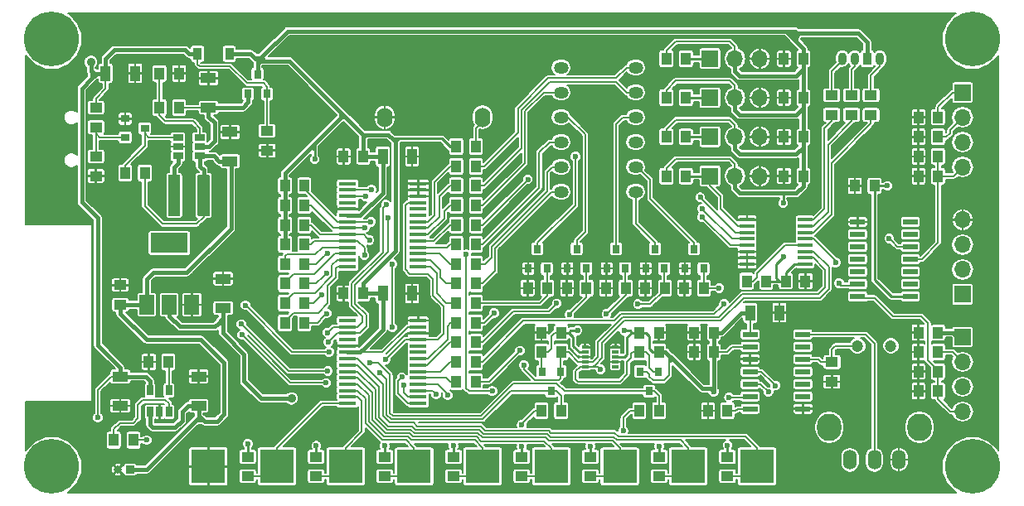
<source format=gbl>
G04 #@! TF.GenerationSoftware,KiCad,Pcbnew,no-vcs-found-7669~57~ubuntu14.04.1*
G04 #@! TF.CreationDate,2017-03-03T23:25:09+01:00*
G04 #@! TF.ProjectId,Wifi_PB,576966695F50422E6B696361645F7063,V0.1*
G04 #@! TF.FileFunction,Copper,L2,Bot,Signal*
G04 #@! TF.FilePolarity,Positive*
%FSLAX46Y46*%
G04 Gerber Fmt 4.6, Leading zero omitted, Abs format (unit mm)*
G04 Created by KiCad (PCBNEW no-vcs-found-7669~57~ubuntu14.04.1) date Fri Mar  3 23:25:09 2017*
%MOMM*%
%LPD*%
G01*
G04 APERTURE LIST*
%ADD10C,0.100000*%
%ADD11R,1.060000X0.650000*%
%ADD12R,1.750000X0.450000*%
%ADD13R,0.650000X0.300000*%
%ADD14R,1.500000X0.450000*%
%ADD15R,1.500000X0.600000*%
%ADD16O,1.524000X1.200000*%
%ADD17C,0.500000*%
%ADD18C,5.600000*%
%ADD19O,1.600000X2.000000*%
%ADD20R,1.600000X1.000000*%
%ADD21R,1.250000X1.000000*%
%ADD22R,1.000000X1.600000*%
%ADD23R,1.000000X1.250000*%
%ADD24C,1.200000*%
%ADD25O,0.900000X1.300000*%
%ADD26R,0.900000X1.300000*%
%ADD27R,1.700000X1.700000*%
%ADD28O,1.700000X1.700000*%
%ADD29R,3.500000X3.500000*%
%ADD30R,0.800000X0.900000*%
%ADD31R,0.900000X0.800000*%
%ADD32R,1.000000X1.300000*%
%ADD33R,1.300000X1.000000*%
%ADD34O,1.400000X2.000000*%
%ADD35O,2.500000X2.800000*%
%ADD36R,0.650000X1.060000*%
%ADD37R,1.500000X2.000000*%
%ADD38R,3.800000X2.000000*%
%ADD39R,0.910000X1.220000*%
%ADD40C,0.850000*%
%ADD41R,0.850000X0.850000*%
%ADD42C,0.600000*%
%ADD43C,0.900000*%
%ADD44C,0.152400*%
%ADD45C,0.406400*%
%ADD46C,0.254000*%
%ADD47C,0.203200*%
G04 APERTURE END LIST*
D10*
D11*
X72100000Y-49000000D03*
X72100000Y-49950000D03*
X72100000Y-48050000D03*
X69900000Y-48050000D03*
X69900000Y-49000000D03*
X69900000Y-49950000D03*
D12*
X94400000Y-61225000D03*
X94400000Y-60575000D03*
X94400000Y-59925000D03*
X94400000Y-59275000D03*
X94400000Y-58625000D03*
X94400000Y-57975000D03*
X94400000Y-57325000D03*
X94400000Y-56675000D03*
X94400000Y-56025000D03*
X94400000Y-55375000D03*
X94400000Y-54725000D03*
X94400000Y-54075000D03*
X94400000Y-53425000D03*
X94400000Y-52775000D03*
X87200000Y-52775000D03*
X87200000Y-53425000D03*
X87200000Y-54075000D03*
X87200000Y-54725000D03*
X87200000Y-55375000D03*
X87200000Y-56025000D03*
X87200000Y-56675000D03*
X87200000Y-57325000D03*
X87200000Y-57975000D03*
X87200000Y-58625000D03*
X87200000Y-59275000D03*
X87200000Y-59925000D03*
X87200000Y-60575000D03*
X87200000Y-61225000D03*
X87200000Y-75225000D03*
X87200000Y-74575000D03*
X87200000Y-73925000D03*
X87200000Y-73275000D03*
X87200000Y-72625000D03*
X87200000Y-71975000D03*
X87200000Y-71325000D03*
X87200000Y-70675000D03*
X87200000Y-70025000D03*
X87200000Y-69375000D03*
X87200000Y-68725000D03*
X87200000Y-68075000D03*
X87200000Y-67425000D03*
X87200000Y-66775000D03*
X94400000Y-66775000D03*
X94400000Y-67425000D03*
X94400000Y-68075000D03*
X94400000Y-68725000D03*
X94400000Y-69375000D03*
X94400000Y-70025000D03*
X94400000Y-70675000D03*
X94400000Y-71325000D03*
X94400000Y-71975000D03*
X94400000Y-72625000D03*
X94400000Y-73275000D03*
X94400000Y-73925000D03*
X94400000Y-74575000D03*
X94400000Y-75225000D03*
D13*
X111450000Y-69500000D03*
X111450000Y-70000000D03*
X111450000Y-70500000D03*
X111450000Y-71000000D03*
X111450000Y-71500000D03*
X114550000Y-71500000D03*
X114550000Y-71000000D03*
X114550000Y-70500000D03*
X114550000Y-70000000D03*
X114550000Y-69500000D03*
D14*
X133901854Y-61024480D03*
X133901854Y-60374480D03*
X133901854Y-59724480D03*
X133901854Y-59074480D03*
X133901854Y-58424480D03*
X133901854Y-57774480D03*
X133901854Y-57124480D03*
X133901854Y-56474480D03*
X128001854Y-56474480D03*
X128001854Y-57124480D03*
X128001854Y-57774480D03*
X128001854Y-58424480D03*
X128001854Y-59074480D03*
X128001854Y-59724480D03*
X128001854Y-60374480D03*
X128001854Y-61024480D03*
D15*
X128300000Y-68190000D03*
X128300000Y-69460000D03*
X128300000Y-70730000D03*
X128300000Y-72000000D03*
X128300000Y-73270000D03*
X128300000Y-74540000D03*
X128300000Y-75810000D03*
X133700000Y-75810000D03*
X133700000Y-74540000D03*
X133700000Y-73270000D03*
X133700000Y-72000000D03*
X133700000Y-70730000D03*
X133700000Y-69460000D03*
X133700000Y-68190000D03*
D16*
X109000000Y-40920000D03*
X109000000Y-43460000D03*
X109000000Y-46000000D03*
X109000000Y-48540000D03*
X109000000Y-51080000D03*
X109000000Y-53620000D03*
X116620000Y-40920000D03*
X116620000Y-43460000D03*
X116620000Y-46000000D03*
X116620000Y-48540000D03*
X116620000Y-51080000D03*
X116620000Y-53620000D03*
D17*
X68510000Y-63040000D03*
X62860000Y-76660000D03*
X73790000Y-72050000D03*
X125030000Y-61690000D03*
X120600000Y-60250000D03*
X104090000Y-61450000D03*
X135230000Y-62310000D03*
X129890000Y-65990000D03*
X84230000Y-76790000D03*
X64000000Y-61480000D03*
X86880000Y-62080000D03*
X96470000Y-49990000D03*
X62410000Y-55100000D03*
X76640000Y-40700000D03*
X82440000Y-47090000D03*
X71390000Y-43000000D03*
X64250000Y-41510000D03*
X67620000Y-46510000D03*
X64080000Y-69040000D03*
X67850000Y-67480000D03*
X78390000Y-57870000D03*
X79000000Y-76500000D03*
X92540000Y-64650000D03*
X92330000Y-71010000D03*
X103450000Y-69920000D03*
X92560000Y-62390000D03*
X96160000Y-67900000D03*
X110370000Y-74610000D03*
X110270000Y-77510000D03*
X102690000Y-76080000D03*
X100120000Y-74830000D03*
X112230000Y-69480000D03*
X113620000Y-71070000D03*
X121090000Y-67600000D03*
X74110000Y-56350000D03*
X76420000Y-62940000D03*
X77590000Y-56160000D03*
X76420000Y-55790000D03*
X86800000Y-47980000D03*
D18*
X151000000Y-81700000D03*
X151000000Y-38000000D03*
X57000000Y-38000000D03*
X57000000Y-81700000D03*
D19*
X101000000Y-46000000D03*
X91000000Y-46000000D03*
D20*
X64000000Y-75500000D03*
X64000000Y-72500000D03*
D21*
X64000000Y-63150000D03*
X64000000Y-65150000D03*
D20*
X74500000Y-65500000D03*
X74500000Y-62500000D03*
X72000000Y-75500000D03*
X72000000Y-72500000D03*
D22*
X65500000Y-41500000D03*
X62500000Y-41500000D03*
D23*
X109000000Y-68000000D03*
X107000000Y-68000000D03*
X117000000Y-68000000D03*
X119000000Y-68000000D03*
D22*
X93800000Y-50000000D03*
X90800000Y-50000000D03*
X90800000Y-64000000D03*
X93800000Y-64000000D03*
D23*
X86800000Y-50000000D03*
X88800000Y-50000000D03*
X86800000Y-64000000D03*
X88800000Y-64000000D03*
X122600000Y-70000000D03*
X124600000Y-70000000D03*
X124600000Y-68000000D03*
X122600000Y-68000000D03*
D22*
X128300000Y-65980000D03*
X131300000Y-65980000D03*
D23*
X131951854Y-62749480D03*
X133951854Y-62749480D03*
X131750000Y-40000000D03*
X133750000Y-40000000D03*
X133750000Y-44000000D03*
X131750000Y-44000000D03*
X131750000Y-48000000D03*
X133750000Y-48000000D03*
X133750000Y-52000000D03*
X131750000Y-52000000D03*
X145500000Y-68000000D03*
X147500000Y-68000000D03*
X139000000Y-53000000D03*
X141000000Y-53000000D03*
X147500000Y-72000000D03*
X145500000Y-72000000D03*
X147500000Y-46000000D03*
X145500000Y-46000000D03*
X147500000Y-50000000D03*
X145500000Y-50000000D03*
D20*
X75190000Y-47490000D03*
X75190000Y-50490000D03*
X73000000Y-45000000D03*
X73000000Y-42000000D03*
D10*
G36*
X73045881Y-51900289D02*
X73051705Y-51901153D01*
X73057417Y-51902584D01*
X73062961Y-51904567D01*
X73068284Y-51907085D01*
X73073334Y-51910112D01*
X73078064Y-51913619D01*
X73082426Y-51917574D01*
X73086381Y-51921936D01*
X73089888Y-51926666D01*
X73092915Y-51931716D01*
X73095433Y-51937039D01*
X73097416Y-51942583D01*
X73098847Y-51948295D01*
X73099711Y-51954119D01*
X73100000Y-51960000D01*
X73100000Y-56040000D01*
X73099711Y-56045881D01*
X73098847Y-56051705D01*
X73097416Y-56057417D01*
X73095433Y-56062961D01*
X73092915Y-56068284D01*
X73089888Y-56073334D01*
X73086381Y-56078064D01*
X73082426Y-56082426D01*
X73078064Y-56086381D01*
X73073334Y-56089888D01*
X73068284Y-56092915D01*
X73062961Y-56095433D01*
X73057417Y-56097416D01*
X73051705Y-56098847D01*
X73045881Y-56099711D01*
X73040000Y-56100000D01*
X71960000Y-56100000D01*
X71954119Y-56099711D01*
X71948295Y-56098847D01*
X71942583Y-56097416D01*
X71937039Y-56095433D01*
X71931716Y-56092915D01*
X71926666Y-56089888D01*
X71921936Y-56086381D01*
X71917574Y-56082426D01*
X71913619Y-56078064D01*
X71910112Y-56073334D01*
X71907085Y-56068284D01*
X71904567Y-56062961D01*
X71902584Y-56057417D01*
X71901153Y-56051705D01*
X71900289Y-56045881D01*
X71900000Y-56040000D01*
X71900000Y-51960000D01*
X71900289Y-51954119D01*
X71901153Y-51948295D01*
X71902584Y-51942583D01*
X71904567Y-51937039D01*
X71907085Y-51931716D01*
X71910112Y-51926666D01*
X71913619Y-51921936D01*
X71917574Y-51917574D01*
X71921936Y-51913619D01*
X71926666Y-51910112D01*
X71931716Y-51907085D01*
X71937039Y-51904567D01*
X71942583Y-51902584D01*
X71948295Y-51901153D01*
X71954119Y-51900289D01*
X71960000Y-51900000D01*
X73040000Y-51900000D01*
X73045881Y-51900289D01*
X73045881Y-51900289D01*
G37*
D24*
X72500000Y-54000000D03*
D10*
G36*
X70045881Y-51900289D02*
X70051705Y-51901153D01*
X70057417Y-51902584D01*
X70062961Y-51904567D01*
X70068284Y-51907085D01*
X70073334Y-51910112D01*
X70078064Y-51913619D01*
X70082426Y-51917574D01*
X70086381Y-51921936D01*
X70089888Y-51926666D01*
X70092915Y-51931716D01*
X70095433Y-51937039D01*
X70097416Y-51942583D01*
X70098847Y-51948295D01*
X70099711Y-51954119D01*
X70100000Y-51960000D01*
X70100000Y-56040000D01*
X70099711Y-56045881D01*
X70098847Y-56051705D01*
X70097416Y-56057417D01*
X70095433Y-56062961D01*
X70092915Y-56068284D01*
X70089888Y-56073334D01*
X70086381Y-56078064D01*
X70082426Y-56082426D01*
X70078064Y-56086381D01*
X70073334Y-56089888D01*
X70068284Y-56092915D01*
X70062961Y-56095433D01*
X70057417Y-56097416D01*
X70051705Y-56098847D01*
X70045881Y-56099711D01*
X70040000Y-56100000D01*
X68960000Y-56100000D01*
X68954119Y-56099711D01*
X68948295Y-56098847D01*
X68942583Y-56097416D01*
X68937039Y-56095433D01*
X68931716Y-56092915D01*
X68926666Y-56089888D01*
X68921936Y-56086381D01*
X68917574Y-56082426D01*
X68913619Y-56078064D01*
X68910112Y-56073334D01*
X68907085Y-56068284D01*
X68904567Y-56062961D01*
X68902584Y-56057417D01*
X68901153Y-56051705D01*
X68900289Y-56045881D01*
X68900000Y-56040000D01*
X68900000Y-51960000D01*
X68900289Y-51954119D01*
X68901153Y-51948295D01*
X68902584Y-51942583D01*
X68904567Y-51937039D01*
X68907085Y-51931716D01*
X68910112Y-51926666D01*
X68913619Y-51921936D01*
X68917574Y-51917574D01*
X68921936Y-51913619D01*
X68926666Y-51910112D01*
X68931716Y-51907085D01*
X68937039Y-51904567D01*
X68942583Y-51902584D01*
X68948295Y-51901153D01*
X68954119Y-51900289D01*
X68960000Y-51900000D01*
X70040000Y-51900000D01*
X70045881Y-51900289D01*
X70045881Y-51900289D01*
G37*
D24*
X69500000Y-54000000D03*
D25*
X139000000Y-40000000D03*
D26*
X140270000Y-40000000D03*
D25*
X137730000Y-40000000D03*
X141540000Y-40000000D03*
D27*
X124210000Y-40000000D03*
D28*
X126750000Y-40000000D03*
X129290000Y-40000000D03*
X129290000Y-44000000D03*
X126750000Y-44000000D03*
D27*
X124210000Y-44000000D03*
X124210000Y-48000000D03*
D28*
X126750000Y-48000000D03*
X129290000Y-48000000D03*
X129290000Y-52000000D03*
X126750000Y-52000000D03*
D27*
X124210000Y-52000000D03*
D29*
X80000000Y-81700000D03*
X87000000Y-81700000D03*
X94000000Y-81700000D03*
X101000000Y-81700000D03*
X73000000Y-81700000D03*
D27*
X150000000Y-68460000D03*
D28*
X150000000Y-71000000D03*
X150000000Y-73540000D03*
X150000000Y-76080000D03*
X150000000Y-51080000D03*
X150000000Y-48540000D03*
X150000000Y-46000000D03*
D27*
X150000000Y-43460000D03*
D29*
X108000000Y-81700000D03*
X115000000Y-81700000D03*
X122000000Y-81700000D03*
X129000000Y-81700000D03*
D30*
X108000000Y-74000000D03*
X108950000Y-72000000D03*
X107050000Y-72000000D03*
X117050000Y-72000000D03*
X118950000Y-72000000D03*
X118000000Y-74000000D03*
X107550000Y-61450000D03*
X105650000Y-61450000D03*
X106600000Y-59450000D03*
X111550000Y-61450000D03*
X109650000Y-61450000D03*
X110600000Y-59450000D03*
X114600000Y-59450000D03*
X113650000Y-61450000D03*
X115550000Y-61450000D03*
X119550000Y-61450000D03*
X117650000Y-61450000D03*
X118600000Y-59450000D03*
X122600000Y-59450000D03*
X121650000Y-61450000D03*
X123550000Y-61450000D03*
D31*
X66500000Y-47100000D03*
X64500000Y-46150000D03*
X64500000Y-48050000D03*
D30*
X78000000Y-41600000D03*
X77050000Y-43600000D03*
X78950000Y-43600000D03*
D32*
X65340000Y-79000000D03*
X63340000Y-79000000D03*
X68900000Y-71000000D03*
X66900000Y-71000000D03*
X107000000Y-70000000D03*
X109000000Y-70000000D03*
X117000000Y-70000000D03*
X119000000Y-70000000D03*
X107000000Y-76000000D03*
X109000000Y-76000000D03*
X119000000Y-76000000D03*
X117000000Y-76000000D03*
X127951854Y-62749480D03*
X129951854Y-62749480D03*
X119750000Y-40000000D03*
X121750000Y-40000000D03*
X121750000Y-44000000D03*
X119750000Y-44000000D03*
X119750000Y-48000000D03*
X121750000Y-48000000D03*
X121750000Y-52000000D03*
X119750000Y-52000000D03*
X98300000Y-65000000D03*
X100300000Y-65000000D03*
X80800000Y-67000000D03*
X82800000Y-67000000D03*
X82800000Y-65000000D03*
X80800000Y-65000000D03*
X80800000Y-63000000D03*
X82800000Y-63000000D03*
X82800000Y-61000000D03*
X80800000Y-61000000D03*
X98300000Y-53000000D03*
X100300000Y-53000000D03*
X98300000Y-57000000D03*
X100300000Y-57000000D03*
X100300000Y-61000000D03*
X98300000Y-61000000D03*
X105600000Y-63450000D03*
X107600000Y-63450000D03*
X111600000Y-63450000D03*
X109600000Y-63450000D03*
X100300000Y-51000000D03*
X98300000Y-51000000D03*
X100300000Y-55000000D03*
X98300000Y-55000000D03*
X98300000Y-59000000D03*
X100300000Y-59000000D03*
X100300000Y-63000000D03*
X98300000Y-63000000D03*
X115600000Y-63450000D03*
X113600000Y-63450000D03*
X117600000Y-63450000D03*
X119600000Y-63450000D03*
X121600000Y-63450000D03*
X123600000Y-63450000D03*
X100300000Y-71000000D03*
X98300000Y-71000000D03*
X80800000Y-53000000D03*
X82800000Y-53000000D03*
X80800000Y-55000000D03*
X82800000Y-55000000D03*
X82800000Y-57000000D03*
X80800000Y-57000000D03*
X80800000Y-59000000D03*
X82800000Y-59000000D03*
D33*
X77000000Y-82700000D03*
X77000000Y-80700000D03*
X84000000Y-80700000D03*
X84000000Y-82700000D03*
X91000000Y-82700000D03*
X91000000Y-80700000D03*
X98000000Y-80700000D03*
X98000000Y-82700000D03*
D32*
X145500000Y-70000000D03*
X147500000Y-70000000D03*
X147500000Y-74000000D03*
X145500000Y-74000000D03*
X147500000Y-48000000D03*
X145500000Y-48000000D03*
X145500000Y-52000000D03*
X147500000Y-52000000D03*
X98300000Y-49000000D03*
X100300000Y-49000000D03*
D33*
X61500000Y-45000000D03*
X61500000Y-47000000D03*
X61500000Y-52000000D03*
X61500000Y-50000000D03*
D32*
X64500000Y-51700000D03*
X66500000Y-51700000D03*
X70000000Y-45000000D03*
X68000000Y-45000000D03*
X70000000Y-41500000D03*
X68000000Y-41500000D03*
D33*
X78990000Y-47390000D03*
X78990000Y-49390000D03*
D32*
X98300000Y-67000000D03*
X100300000Y-67000000D03*
X100300000Y-69000000D03*
X98300000Y-69000000D03*
X98300000Y-73000000D03*
X100300000Y-73000000D03*
D33*
X140650000Y-45750000D03*
X140650000Y-43750000D03*
X136650000Y-43750000D03*
X136650000Y-45750000D03*
X138650000Y-43750000D03*
X138650000Y-45750000D03*
X105000000Y-82700000D03*
X105000000Y-80700000D03*
X112000000Y-80700000D03*
X112000000Y-82700000D03*
X119000000Y-82700000D03*
X119000000Y-80700000D03*
X126000000Y-80700000D03*
X126000000Y-82700000D03*
D34*
X141000000Y-81000000D03*
X138500000Y-81000000D03*
X143500000Y-81000000D03*
D35*
X136400000Y-77700000D03*
X145600000Y-77700000D03*
D36*
X68950000Y-73900000D03*
X67050000Y-73900000D03*
X67050000Y-76100000D03*
X68000000Y-76100000D03*
X68950000Y-76100000D03*
D37*
X71300000Y-65150000D03*
X66700000Y-65150000D03*
X69000000Y-65150000D03*
D38*
X69000000Y-58850000D03*
D39*
X71865000Y-39500000D03*
X75135000Y-39500000D03*
D40*
X63750000Y-82000000D03*
D41*
X65000000Y-82000000D03*
D28*
X150000000Y-56480000D03*
X150000000Y-59020000D03*
X150000000Y-61560000D03*
D27*
X150000000Y-64100000D03*
D24*
X142680000Y-69360000D03*
X139280000Y-69360000D03*
D33*
X136670000Y-73040000D03*
X136670000Y-71040000D03*
D32*
X126000000Y-76000000D03*
X124000000Y-76000000D03*
D15*
X144690000Y-64310000D03*
X144690000Y-63040000D03*
X144690000Y-61770000D03*
X144690000Y-60500000D03*
X144690000Y-59230000D03*
X144690000Y-57960000D03*
X144690000Y-56690000D03*
X139290000Y-56690000D03*
X139290000Y-57960000D03*
X139290000Y-59230000D03*
X139290000Y-60500000D03*
X139290000Y-61770000D03*
X139290000Y-63040000D03*
X139290000Y-64310000D03*
D42*
X137030000Y-60830000D03*
D43*
X61000000Y-40350000D03*
D42*
X61700000Y-76700000D03*
X115450002Y-67790000D03*
X110680000Y-67790000D03*
X124590000Y-74030000D03*
D43*
X81480000Y-74740000D03*
D42*
X142325000Y-53000000D03*
X104990000Y-79668888D03*
X104990000Y-77443243D03*
X115350000Y-78030000D03*
X131680000Y-54770000D03*
X131700000Y-60240000D03*
X84000000Y-79580000D03*
X91000000Y-79580000D03*
X98000000Y-79580000D03*
X112000000Y-79620000D03*
X119000000Y-79610000D03*
X126000000Y-79540000D03*
X132550000Y-37470000D03*
X77000000Y-79380000D03*
X83850000Y-50290000D03*
X66690000Y-79000000D03*
X123400000Y-56200000D03*
X123410000Y-55350000D03*
X123220000Y-54180000D03*
X85140000Y-68000000D03*
X90480000Y-72090000D03*
X91150000Y-54940000D03*
X89640000Y-53400000D03*
X105200000Y-71330000D03*
X85190000Y-71930000D03*
X76370000Y-67140000D03*
X113040000Y-71780000D03*
X85020000Y-73160000D03*
X76440000Y-68240000D03*
X89460000Y-71079410D03*
X85260000Y-68970000D03*
X91370000Y-56280000D03*
X89010000Y-54100000D03*
X110480000Y-50020000D03*
X109840000Y-66170000D03*
X85049410Y-66050000D03*
X84540000Y-64160000D03*
X113630000Y-66110000D03*
X116850000Y-65100000D03*
X85030000Y-61970000D03*
X85130000Y-59870000D03*
X125150000Y-63450000D03*
X105600000Y-52340000D03*
X76770000Y-65210000D03*
X85310000Y-69960000D03*
X91100000Y-70730000D03*
X89590000Y-56670000D03*
X99310000Y-60000000D03*
X101990000Y-73990000D03*
X88940000Y-57260000D03*
X91790000Y-61000000D03*
X89440000Y-58560000D03*
X91770000Y-67480000D03*
X88930000Y-60100000D03*
X97425000Y-74425000D03*
X96250000Y-74325000D03*
X92909410Y-73370000D03*
X137370000Y-62950000D03*
X142510000Y-58380000D03*
X92740000Y-72560000D03*
X126160000Y-74640000D03*
X130170000Y-74080000D03*
X130897924Y-73426243D03*
X102150000Y-66020000D03*
X108560000Y-65020000D03*
X125650000Y-65080000D03*
X104820000Y-69850000D03*
D44*
X133901854Y-58424480D02*
X134804254Y-58424480D01*
X134804254Y-58424480D02*
X137030000Y-60650226D01*
X137030000Y-60650226D02*
X137030000Y-60830000D01*
X100300000Y-49000000D02*
X100300000Y-47090000D01*
X100300000Y-47090000D02*
X101000000Y-46390000D01*
X101000000Y-46390000D02*
X101000000Y-46000000D01*
X100000000Y-49000000D02*
X99940000Y-48940000D01*
X101000000Y-46200000D02*
X101000000Y-46000000D01*
D45*
X60050000Y-43043600D02*
X61010000Y-42083600D01*
X61000000Y-40950000D02*
X61000000Y-41250000D01*
X61560000Y-41500000D02*
X62500000Y-41500000D01*
X61000000Y-40350000D02*
X61000000Y-40950000D01*
X61250000Y-41500000D02*
X61560000Y-41500000D01*
D44*
X61000000Y-40950000D02*
X61010000Y-40950000D01*
X61010000Y-40950000D02*
X61560000Y-41500000D01*
D46*
X61000000Y-41250000D02*
X61000000Y-41740000D01*
X61000000Y-41740000D02*
X61000000Y-42073600D01*
X61250000Y-41500000D02*
X61240000Y-41500000D01*
X61240000Y-41500000D02*
X61000000Y-41740000D01*
D45*
X61010000Y-42083600D02*
X61593600Y-41500000D01*
D46*
X61000000Y-42073600D02*
X61010000Y-42083600D01*
D44*
X78950000Y-42850000D02*
X78950000Y-43600000D01*
X76900000Y-42500000D02*
X78600000Y-42500000D01*
X78600000Y-42500000D02*
X78950000Y-42850000D01*
X75200000Y-40800000D02*
X76900000Y-42500000D01*
X72100000Y-40800000D02*
X75200000Y-40800000D01*
X71865000Y-40565000D02*
X72100000Y-40800000D01*
X71865000Y-39500000D02*
X71865000Y-40565000D01*
X78950000Y-43600000D02*
X78950000Y-47250000D01*
X78950000Y-47250000D02*
X79100000Y-47400000D01*
D45*
X64000000Y-72500000D02*
X64000000Y-71593600D01*
X64000000Y-71593600D02*
X61700000Y-69293600D01*
X61700000Y-69293600D02*
X61700000Y-56300000D01*
X61700000Y-56300000D02*
X60050000Y-54650000D01*
X60050000Y-54650000D02*
X60050000Y-43043600D01*
X61593600Y-41500000D02*
X62500000Y-41500000D01*
X61000000Y-41250000D02*
X61250000Y-41500000D01*
D44*
X61700000Y-73847600D02*
X61700000Y-76700000D01*
X64000000Y-72500000D02*
X63047600Y-72500000D01*
X63047600Y-72500000D02*
X61700000Y-73847600D01*
D45*
X67050000Y-73900000D02*
X67050000Y-72963600D01*
X67050000Y-72963600D02*
X66586400Y-72500000D01*
X66586400Y-72500000D02*
X65206400Y-72500000D01*
X65206400Y-72500000D02*
X64000000Y-72500000D01*
X63400000Y-39100000D02*
X62500000Y-40000000D01*
X62500000Y-40000000D02*
X62500000Y-41500000D01*
X70603600Y-39100000D02*
X63400000Y-39100000D01*
X71865000Y-39500000D02*
X71003600Y-39500000D01*
X71003600Y-39500000D02*
X70603600Y-39100000D01*
D44*
X61500000Y-45000000D02*
X61500000Y-44093600D01*
X62500000Y-43093600D02*
X62500000Y-41500000D01*
X61500000Y-44093600D02*
X62500000Y-43093600D01*
D45*
X64000000Y-65150000D02*
X64000000Y-66056400D01*
X64000000Y-66056400D02*
X66653600Y-68710000D01*
X66653600Y-68710000D02*
X72210000Y-68710000D01*
X72210000Y-68710000D02*
X74610000Y-71110000D01*
X74610000Y-71110000D02*
X74610000Y-76340000D01*
X74610000Y-76340000D02*
X73850000Y-77100000D01*
X73850000Y-77100000D02*
X72600000Y-77100000D01*
X72600000Y-77100000D02*
X72520000Y-77020000D01*
X71670000Y-77030000D02*
X66700000Y-82000000D01*
X72000000Y-76700000D02*
X71670000Y-77030000D01*
D46*
X71670000Y-77030000D02*
X72090000Y-77030000D01*
X72090000Y-77030000D02*
X72100000Y-77020000D01*
D45*
X72520000Y-77020000D02*
X72000000Y-76500000D01*
D46*
X72000000Y-76920000D02*
X72100000Y-77020000D01*
X72100000Y-77020000D02*
X72520000Y-77020000D01*
X72000000Y-76700000D02*
X72000000Y-76920000D01*
D45*
X66700000Y-82000000D02*
X65000000Y-82000000D01*
X72000000Y-75500000D02*
X72000000Y-76700000D01*
X72000000Y-76500000D02*
X72000000Y-75500000D01*
X67340000Y-61860000D02*
X66700000Y-62500000D01*
X66700000Y-62500000D02*
X66700000Y-65150000D01*
X70790000Y-61860000D02*
X67340000Y-61860000D01*
X75300000Y-57350000D02*
X70790000Y-61860000D01*
X75300000Y-51900000D02*
X75300000Y-57350000D01*
X64000000Y-65150000D02*
X66700000Y-65150000D01*
X75300000Y-51900000D02*
X75300000Y-50500000D01*
X72000000Y-75500000D02*
X70900000Y-75500000D01*
X70900000Y-75500000D02*
X70300000Y-76100000D01*
X70300000Y-76100000D02*
X70300000Y-77000000D01*
X67300000Y-77700000D02*
X67050000Y-77450000D01*
X70300000Y-77000000D02*
X69600000Y-77700000D01*
X69600000Y-77700000D02*
X67300000Y-77700000D01*
X67050000Y-77450000D02*
X67050000Y-76100000D01*
D44*
X66500000Y-51700000D02*
X66500000Y-55100000D01*
X66500000Y-55100000D02*
X68300000Y-56900000D01*
X72500000Y-56200000D02*
X72500000Y-54000000D01*
X68300000Y-56900000D02*
X71800000Y-56900000D01*
X71800000Y-56900000D02*
X72500000Y-56200000D01*
D45*
X75300000Y-50500000D02*
X74093600Y-50500000D01*
X74093600Y-50500000D02*
X73543600Y-49950000D01*
X73543600Y-49950000D02*
X72100000Y-49950000D01*
X72100000Y-51000000D02*
X72500000Y-51400000D01*
X72500000Y-51400000D02*
X72500000Y-54000000D01*
X72100000Y-49950000D02*
X72100000Y-51000000D01*
X73950000Y-67100000D02*
X74500000Y-66550000D01*
X73650000Y-67400000D02*
X73950000Y-67100000D01*
X74450000Y-66720000D02*
X74450000Y-67300000D01*
X74450000Y-67300000D02*
X74450000Y-68040000D01*
D46*
X73950000Y-67100000D02*
X74250000Y-67100000D01*
X74250000Y-67100000D02*
X74450000Y-67300000D01*
D44*
X120110000Y-70860000D02*
X120040000Y-70790000D01*
X120200000Y-70950000D02*
X120110000Y-70860000D01*
X120110000Y-70860000D02*
X120110000Y-70757600D01*
X120110000Y-70757600D02*
X120260000Y-70607600D01*
X120040000Y-70387600D02*
X120040000Y-70790000D01*
X120040000Y-70790000D02*
X120040000Y-70990000D01*
X120200000Y-70990000D02*
X120200000Y-70950000D01*
D45*
X123382401Y-73730001D02*
X120260000Y-70607600D01*
X120260000Y-70607600D02*
X120040000Y-70387600D01*
D44*
X120200000Y-70990000D02*
X120260000Y-70930000D01*
X120260000Y-70930000D02*
X120260000Y-70607600D01*
X120040000Y-70990000D02*
X120040000Y-72380000D01*
X120040000Y-70990000D02*
X120200000Y-70990000D01*
D46*
X115874266Y-67790000D02*
X115450002Y-67790000D01*
X116036000Y-67790000D02*
X115874266Y-67790000D01*
X116246000Y-68000000D02*
X116036000Y-67790000D01*
X117000000Y-68000000D02*
X116246000Y-68000000D01*
X110680000Y-67790000D02*
X109964000Y-67790000D01*
X109964000Y-67790000D02*
X109754000Y-68000000D01*
D45*
X74500000Y-66550000D02*
X74500000Y-67990000D01*
X74500000Y-67990000D02*
X74450000Y-68040000D01*
X74500000Y-65500000D02*
X74500000Y-66550000D01*
X74450000Y-68040000D02*
X74540000Y-68130000D01*
D46*
X74540000Y-68130000D02*
X74620000Y-68210000D01*
D45*
X74620000Y-68210000D02*
X76620000Y-70210000D01*
X76620000Y-70210000D02*
X76620000Y-72990000D01*
X76620000Y-72990000D02*
X78370000Y-74740000D01*
X78370000Y-74740000D02*
X81480000Y-74740000D01*
X124600000Y-68000000D02*
X125354000Y-68000000D01*
X125354000Y-68000000D02*
X127374000Y-65980000D01*
X127374000Y-65980000D02*
X128300000Y-65980000D01*
X119000000Y-70000000D02*
X119652400Y-70000000D01*
X119652400Y-70000000D02*
X119780000Y-70127600D01*
X120040000Y-70387600D02*
X119780000Y-70127600D01*
X124590000Y-74030000D02*
X124290001Y-73730001D01*
X124290001Y-73730001D02*
X123382401Y-73730001D01*
X124600000Y-70000000D02*
X124600000Y-68000000D01*
X124590000Y-74030000D02*
X124590000Y-70010000D01*
X124590000Y-70010000D02*
X124600000Y-70000000D01*
D44*
X128300000Y-65980000D02*
X128300000Y-66932400D01*
X128300000Y-66932400D02*
X128300000Y-68190000D01*
X125940000Y-70000000D02*
X126480000Y-69460000D01*
X126480000Y-69460000D02*
X128300000Y-69460000D01*
X124600000Y-70000000D02*
X125940000Y-70000000D01*
X118400000Y-72900000D02*
X118000000Y-72500000D01*
X120040000Y-72380000D02*
X119520000Y-72900000D01*
X119520000Y-72900000D02*
X118400000Y-72900000D01*
X118000000Y-72500000D02*
X118000000Y-72260000D01*
X118000000Y-72260000D02*
X117740000Y-72000000D01*
X117740000Y-72000000D02*
X117050000Y-72000000D01*
X107000000Y-70000000D02*
X107000000Y-71950000D01*
X107000000Y-71950000D02*
X107050000Y-72000000D01*
X109000000Y-68000000D02*
X108347600Y-68000000D01*
X108347600Y-68000000D02*
X108000000Y-68347600D01*
X108000000Y-68347600D02*
X108000000Y-69652400D01*
X108000000Y-69652400D02*
X107652400Y-70000000D01*
X107652400Y-70000000D02*
X107000000Y-70000000D01*
D46*
X117000000Y-68000000D02*
X117652400Y-68000000D01*
X118347600Y-70000000D02*
X119000000Y-70000000D01*
X118000000Y-69652400D02*
X118347600Y-70000000D01*
X118000000Y-68347600D02*
X118000000Y-69652400D01*
X117652400Y-68000000D02*
X118000000Y-68347600D01*
X115750000Y-70250000D02*
X115500000Y-70500000D01*
X115500000Y-70500000D02*
X114550000Y-70500000D01*
X115750000Y-68496000D02*
X115750000Y-70250000D01*
X116246000Y-68000000D02*
X115750000Y-68496000D01*
X110250000Y-68496000D02*
X110250000Y-69379000D01*
X110250000Y-69379000D02*
X110871000Y-70000000D01*
X110871000Y-70000000D02*
X111450000Y-70000000D01*
X109000000Y-68000000D02*
X109754000Y-68000000D01*
X109754000Y-68000000D02*
X110250000Y-68496000D01*
D45*
X69000000Y-66302400D02*
X70097600Y-67400000D01*
X69000000Y-65150000D02*
X69000000Y-66302400D01*
X70097600Y-67400000D02*
X73650000Y-67400000D01*
D46*
X141000000Y-62600000D02*
X142710000Y-64310000D01*
X142710000Y-64310000D02*
X144690000Y-64310000D01*
X141000000Y-53000000D02*
X141000000Y-62600000D01*
X83850000Y-49460000D02*
X83850000Y-49220000D01*
X83850000Y-50290000D02*
X83850000Y-49460000D01*
D44*
X83650000Y-49220000D02*
X83390000Y-49220000D01*
X83850000Y-49220000D02*
X83650000Y-49220000D01*
X83850000Y-49460000D02*
X83850000Y-49420000D01*
X83850000Y-49420000D02*
X83650000Y-49220000D01*
D45*
X80800000Y-51730000D02*
X83350000Y-49180000D01*
D44*
X83390000Y-49220000D02*
X83350000Y-49180000D01*
D45*
X83350000Y-49180000D02*
X83580000Y-48950000D01*
X133750000Y-38968600D02*
X133110000Y-38328600D01*
X133110000Y-38328600D02*
X132810000Y-38028600D01*
D46*
X133070000Y-37768600D02*
X133070000Y-38288600D01*
X133070000Y-38288600D02*
X133110000Y-38328600D01*
D45*
X133610000Y-37390000D02*
X133070000Y-37390000D01*
X139350000Y-37390000D02*
X133610000Y-37390000D01*
D46*
X133610000Y-37390000D02*
X133448600Y-37390000D01*
X133448600Y-37390000D02*
X133070000Y-37768600D01*
D45*
X81050000Y-37190000D02*
X78570000Y-39670000D01*
X78570000Y-39670000D02*
X78410000Y-39830000D01*
D44*
X78610000Y-40030000D02*
X78610000Y-39710000D01*
X78610000Y-39710000D02*
X78570000Y-39670000D01*
D46*
X78890000Y-40240000D02*
X78820000Y-40240000D01*
X78820000Y-40240000D02*
X78610000Y-40030000D01*
X78610000Y-40030000D02*
X78410000Y-39830000D01*
D45*
X78000000Y-40240000D02*
X78410000Y-40240000D01*
X78410000Y-40240000D02*
X78890000Y-40240000D01*
D46*
X78000000Y-40743600D02*
X78000000Y-40650000D01*
X78000000Y-40650000D02*
X78410000Y-40240000D01*
D45*
X78890000Y-40240000D02*
X81270000Y-40240000D01*
X77640000Y-39860000D02*
X77280000Y-39500000D01*
X78000000Y-40220000D02*
X77640000Y-39860000D01*
X78410000Y-39830000D02*
X78000000Y-40240000D01*
D46*
X77640000Y-39860000D02*
X78380000Y-39860000D01*
X78380000Y-39860000D02*
X78410000Y-39830000D01*
D45*
X88850000Y-69656400D02*
X88481400Y-70025000D01*
X90800000Y-67706400D02*
X88850000Y-69656400D01*
D44*
X88850000Y-69656400D02*
X88850000Y-69950000D01*
X90772600Y-70025000D02*
X88925000Y-70025000D01*
X88925000Y-70025000D02*
X88481400Y-70025000D01*
X88850000Y-69950000D02*
X88925000Y-70025000D01*
D46*
X141000000Y-53000000D02*
X142325000Y-53000000D01*
X126000000Y-79540000D02*
X126000000Y-80700000D01*
X119000000Y-79610000D02*
X119000000Y-80700000D01*
X112000000Y-79620000D02*
X112000000Y-80700000D01*
X104990000Y-79668888D02*
X104990000Y-80690000D01*
X104990000Y-80690000D02*
X105000000Y-80700000D01*
X98000000Y-79580000D02*
X98000000Y-80700000D01*
X91000000Y-79580000D02*
X91000000Y-80700000D01*
X77000000Y-79380000D02*
X77000000Y-80700000D01*
X84000000Y-79580000D02*
X84000000Y-80700000D01*
D45*
X88800000Y-48100000D02*
X88800000Y-50000000D01*
X88800000Y-47770000D02*
X88800000Y-48100000D01*
X88800000Y-47770000D02*
X89270000Y-47770000D01*
D44*
X88800000Y-48100000D02*
X88940000Y-48100000D01*
D45*
X89270000Y-47770000D02*
X91370000Y-47770000D01*
D44*
X88940000Y-48100000D02*
X89270000Y-47770000D01*
D45*
X86780000Y-45750000D02*
X87100000Y-46070000D01*
X87100000Y-46070000D02*
X88800000Y-47770000D01*
D44*
X86440000Y-46090000D02*
X87080000Y-46090000D01*
X87080000Y-46090000D02*
X87100000Y-46070000D01*
D45*
X86440000Y-46090000D02*
X86780000Y-45750000D01*
X83870000Y-48660000D02*
X86440000Y-46090000D01*
D44*
X86440000Y-46090000D02*
X86440000Y-45590000D01*
D45*
X81270000Y-40240000D02*
X86530000Y-45500000D01*
X86530000Y-45500000D02*
X86780000Y-45750000D01*
D44*
X86440000Y-45590000D02*
X86530000Y-45500000D01*
X104990000Y-77357600D02*
X104990000Y-77443243D01*
X106347600Y-76000000D02*
X104990000Y-77357600D01*
X107000000Y-76000000D02*
X106347600Y-76000000D01*
X117000000Y-76000000D02*
X116040000Y-76000000D01*
X116040000Y-76000000D02*
X115350000Y-76690000D01*
X115350000Y-76690000D02*
X115350000Y-78030000D01*
X94400000Y-67425000D02*
X93372600Y-67425000D01*
X93372600Y-67425000D02*
X90772600Y-70025000D01*
D45*
X133031400Y-53750000D02*
X131680000Y-53750000D01*
X131680000Y-53750000D02*
X127250000Y-53750000D01*
D46*
X131680000Y-54770000D02*
X131680000Y-54345736D01*
X131680000Y-54345736D02*
X131680000Y-53750000D01*
X130960000Y-62410026D02*
X130960000Y-60980000D01*
X130960000Y-60980000D02*
X131700000Y-60240000D01*
D44*
X131951854Y-62749480D02*
X131299454Y-62749480D01*
D46*
X131299454Y-62749480D02*
X130960000Y-62410026D01*
D45*
X92090000Y-48490000D02*
X92090000Y-59678600D01*
X92090000Y-59678600D02*
X88800000Y-62968600D01*
X88800000Y-62968600D02*
X88800000Y-64000000D01*
X90800000Y-51206400D02*
X90800000Y-50000000D01*
X90800000Y-53706400D02*
X90800000Y-51206400D01*
X87200000Y-56025000D02*
X88481400Y-56025000D01*
X88481400Y-56025000D02*
X90800000Y-53706400D01*
D44*
X147500000Y-46000000D02*
X147500000Y-44957600D01*
X148997600Y-43460000D02*
X150000000Y-43460000D01*
X147500000Y-44957600D02*
X148997600Y-43460000D01*
D45*
X131971400Y-37190000D02*
X132870000Y-37190000D01*
X132870000Y-37190000D02*
X133070000Y-37390000D01*
X83580000Y-48950000D02*
X83870000Y-48660000D01*
D46*
X83850000Y-49220000D02*
X83850000Y-48680000D01*
X83850000Y-48680000D02*
X83870000Y-48660000D01*
X83850000Y-49220000D02*
X83580000Y-48950000D01*
D45*
X80800000Y-53000000D02*
X80800000Y-51730000D01*
D44*
X92520000Y-48170000D02*
X92410000Y-48170000D01*
D46*
X92410000Y-48170000D02*
X92090000Y-48490000D01*
X96817600Y-48170000D02*
X92520000Y-48170000D01*
X98300000Y-49000000D02*
X97647600Y-49000000D01*
X97647600Y-49000000D02*
X96817600Y-48170000D01*
D45*
X91800000Y-48200000D02*
X92090000Y-48490000D01*
X91370000Y-47770000D02*
X91800000Y-48200000D01*
D46*
X92520000Y-48170000D02*
X91830000Y-48170000D01*
D44*
X91830000Y-48170000D02*
X91800000Y-48200000D01*
D45*
X78000000Y-40743600D02*
X78000000Y-40220000D01*
X77280000Y-39500000D02*
X75996400Y-39500000D01*
X75996400Y-39500000D02*
X75135000Y-39500000D01*
X132171400Y-37390000D02*
X131971400Y-37190000D01*
X131971400Y-37190000D02*
X81050000Y-37190000D01*
X78000000Y-40240000D02*
X78000000Y-40743600D01*
X132770000Y-37690000D02*
X132550000Y-37470000D01*
X132550000Y-37390000D02*
X132171400Y-37390000D01*
X133070000Y-37390000D02*
X132550000Y-37390000D01*
X132550000Y-37390000D02*
X132550000Y-37470000D01*
X132810000Y-38028600D02*
X132171400Y-37390000D01*
X133070000Y-37390000D02*
X133070000Y-37768600D01*
X133070000Y-37768600D02*
X132810000Y-38028600D01*
X140270000Y-38310000D02*
X139350000Y-37390000D01*
X140270000Y-40000000D02*
X140270000Y-38310000D01*
X133750000Y-40000000D02*
X133750000Y-38968600D01*
D44*
X119750000Y-40000000D02*
X119750000Y-39197600D01*
X119750000Y-39197600D02*
X120727600Y-38220000D01*
X120727600Y-38220000D02*
X126220000Y-38220000D01*
X126750000Y-38750000D02*
X126750000Y-40000000D01*
X126220000Y-38220000D02*
X126750000Y-38750000D01*
X126250000Y-42250000D02*
X126750000Y-42750000D01*
X126750000Y-42750000D02*
X126750000Y-44000000D01*
X120697600Y-42250000D02*
X126250000Y-42250000D01*
X119750000Y-44000000D02*
X119750000Y-43197600D01*
X119750000Y-43197600D02*
X120697600Y-42250000D01*
D45*
X133750000Y-48000000D02*
X133750000Y-49031400D01*
X127250000Y-49750000D02*
X126750000Y-49250000D01*
X126750000Y-49250000D02*
X126750000Y-48000000D01*
X133750000Y-49031400D02*
X133031400Y-49750000D01*
X133031400Y-49750000D02*
X127250000Y-49750000D01*
D44*
X126750000Y-52000000D02*
X126750000Y-50750000D01*
X126750000Y-50750000D02*
X126250000Y-50250000D01*
X126250000Y-50250000D02*
X120697600Y-50250000D01*
X120697600Y-50250000D02*
X119750000Y-51197600D01*
X119750000Y-51197600D02*
X119750000Y-52000000D01*
X119750000Y-48000000D02*
X119750000Y-47197600D01*
X119750000Y-47197600D02*
X120697600Y-46250000D01*
X120697600Y-46250000D02*
X126202081Y-46250000D01*
X126202081Y-46250000D02*
X126750000Y-46797919D01*
X126750000Y-46797919D02*
X126750000Y-48000000D01*
D45*
X133750000Y-52000000D02*
X133750000Y-53031400D01*
X133750000Y-53031400D02*
X133031400Y-53750000D01*
X127250000Y-53750000D02*
X126750000Y-53250000D01*
X126750000Y-53250000D02*
X126750000Y-52000000D01*
X133750000Y-40000000D02*
X133750000Y-41031400D01*
X133750000Y-41031400D02*
X133031400Y-41750000D01*
X133031400Y-41750000D02*
X127250000Y-41750000D01*
X127250000Y-41750000D02*
X126750000Y-41250000D01*
X126750000Y-41250000D02*
X126750000Y-40000000D01*
X127250000Y-45750000D02*
X126750000Y-45250000D01*
X126750000Y-45250000D02*
X126750000Y-44000000D01*
X133031400Y-45750000D02*
X127250000Y-45750000D01*
X133750000Y-44000000D02*
X133750000Y-45031400D01*
X133750000Y-45031400D02*
X133031400Y-45750000D01*
X133750000Y-48000000D02*
X133750000Y-52000000D01*
X133750000Y-44000000D02*
X133750000Y-48000000D01*
X133750000Y-40000000D02*
X133750000Y-44000000D01*
D46*
X129951854Y-62749480D02*
X131951854Y-62749480D01*
X131951854Y-62749480D02*
X131951854Y-61870480D01*
X131951854Y-61870480D02*
X132797854Y-61024480D01*
X132797854Y-61024480D02*
X132897854Y-61024480D01*
X132897854Y-61024480D02*
X133901854Y-61024480D01*
D45*
X90800000Y-64000000D02*
X90800000Y-67380000D01*
X90800000Y-67380000D02*
X90800000Y-67706400D01*
D44*
X90845000Y-67425000D02*
X90800000Y-67380000D01*
D45*
X88481400Y-70025000D02*
X87200000Y-70025000D01*
X88800000Y-64000000D02*
X90800000Y-64000000D01*
X88800000Y-50000000D02*
X90800000Y-50000000D01*
X80800000Y-55000000D02*
X80800000Y-53000000D01*
X80800000Y-57000000D02*
X80800000Y-55000000D01*
X80800000Y-59000000D02*
X80800000Y-57000000D01*
X149450000Y-68460000D02*
X148990000Y-68000000D01*
X148990000Y-68000000D02*
X147500000Y-68000000D01*
X150000000Y-68460000D02*
X149450000Y-68460000D01*
X78000000Y-41600000D02*
X78000000Y-40743600D01*
D44*
X142910000Y-66360000D02*
X140995000Y-64445000D01*
X140995000Y-64445000D02*
X139300000Y-64445000D01*
X145790000Y-66360000D02*
X142910000Y-66360000D01*
X146480000Y-67050000D02*
X145790000Y-66360000D01*
X146480000Y-70855000D02*
X146480000Y-67050000D01*
X147500000Y-72000000D02*
X147500000Y-71875000D01*
X147500000Y-71875000D02*
X146480000Y-70855000D01*
X147500000Y-74000000D02*
X147500000Y-74802400D01*
X148777600Y-76080000D02*
X148797919Y-76080000D01*
X147500000Y-74802400D02*
X148777600Y-76080000D01*
X148797919Y-76080000D02*
X150000000Y-76080000D01*
X147500000Y-74000000D02*
X147500000Y-73197600D01*
X147500000Y-73197600D02*
X147500000Y-72000000D01*
X147500000Y-58850000D02*
X145850000Y-60500000D01*
X145850000Y-60500000D02*
X144690000Y-60500000D01*
X147500000Y-56180000D02*
X147500000Y-58850000D01*
X147500000Y-56180000D02*
X147500000Y-52802400D01*
X147500000Y-52802400D02*
X147500000Y-52000000D01*
X147500000Y-52000000D02*
X147500000Y-51197600D01*
X147500000Y-51197600D02*
X147500000Y-50000000D01*
X150000000Y-51080000D02*
X149080000Y-52000000D01*
X149080000Y-52000000D02*
X147500000Y-52000000D01*
X70000000Y-45000000D02*
X70652400Y-45000000D01*
X70652400Y-45000000D02*
X73000000Y-45000000D01*
D45*
X77050000Y-43600000D02*
X77050000Y-44456400D01*
X77050000Y-44456400D02*
X76506400Y-45000000D01*
X76506400Y-45000000D02*
X74206400Y-45000000D01*
X74206400Y-45000000D02*
X73000000Y-45000000D01*
X73000000Y-45000000D02*
X73000000Y-45906400D01*
X73000000Y-45906400D02*
X73600000Y-46506400D01*
X73600000Y-46506400D02*
X73600000Y-48436400D01*
X73600000Y-48436400D02*
X73036400Y-49000000D01*
X73036400Y-49000000D02*
X72100000Y-49000000D01*
D44*
X65340000Y-79000000D02*
X66690000Y-79000000D01*
X98300000Y-67000000D02*
X97720000Y-67000000D01*
X97720000Y-67000000D02*
X97400000Y-67320000D01*
X97400000Y-67320000D02*
X97400000Y-68702400D01*
X97400000Y-68702400D02*
X95427400Y-70675000D01*
X95427400Y-70675000D02*
X94400000Y-70675000D01*
X98300000Y-69000000D02*
X97647600Y-69000000D01*
X97647600Y-69000000D02*
X95322600Y-71325000D01*
X95322600Y-71325000D02*
X94400000Y-71325000D01*
X98300000Y-71000000D02*
X97647600Y-71000000D01*
X97647600Y-71000000D02*
X96672600Y-71975000D01*
X96672600Y-71975000D02*
X95427400Y-71975000D01*
X95427400Y-71975000D02*
X94400000Y-71975000D01*
X98300000Y-73000000D02*
X97647600Y-73000000D01*
X97647600Y-73000000D02*
X97272600Y-72625000D01*
X97272600Y-72625000D02*
X95427400Y-72625000D01*
X95427400Y-72625000D02*
X94400000Y-72625000D01*
D45*
X69500000Y-51081400D02*
X69500000Y-54000000D01*
X69900000Y-49950000D02*
X69900000Y-50681400D01*
X69900000Y-50681400D02*
X69500000Y-51081400D01*
D44*
X139000000Y-40000000D02*
X139000000Y-40802400D01*
X139000000Y-40802400D02*
X138650000Y-41152400D01*
X138650000Y-41152400D02*
X138650000Y-43750000D01*
X137730000Y-40000000D02*
X137730000Y-40200000D01*
X137730000Y-40200000D02*
X136650000Y-41280000D01*
X136650000Y-41280000D02*
X136650000Y-43750000D01*
X141540000Y-40000000D02*
X141540000Y-40802400D01*
X141540000Y-40802400D02*
X140650000Y-41692400D01*
X140650000Y-41692400D02*
X140650000Y-43750000D01*
X123699999Y-56499999D02*
X123400000Y-56200000D01*
X126274480Y-59074480D02*
X123699999Y-56499999D01*
X128001854Y-59074480D02*
X126274480Y-59074480D01*
D46*
X121750000Y-40000000D02*
X124210000Y-40000000D01*
D44*
X123709999Y-55649999D02*
X123410000Y-55350000D01*
X126484480Y-58424480D02*
X123709999Y-55649999D01*
X128001854Y-58424480D02*
X126484480Y-58424480D01*
D46*
X121750000Y-44000000D02*
X124210000Y-44000000D01*
D44*
X123519999Y-54479999D02*
X123220000Y-54180000D01*
X126814480Y-57774480D02*
X123519999Y-54479999D01*
X128001854Y-57774480D02*
X126814480Y-57774480D01*
D46*
X121750000Y-48000000D02*
X124210000Y-48000000D01*
D44*
X125300000Y-55325026D02*
X125300000Y-54092400D01*
X125300000Y-54092400D02*
X124210000Y-53002400D01*
X124210000Y-53002400D02*
X124210000Y-52000000D01*
X128001854Y-57124480D02*
X127099454Y-57124480D01*
X127099454Y-57124480D02*
X125300000Y-55325026D01*
D46*
X121750000Y-52000000D02*
X124210000Y-52000000D01*
D44*
X84572600Y-75225000D02*
X84872600Y-75225000D01*
X85872600Y-75225000D02*
X85920000Y-75225000D01*
X85920000Y-75225000D02*
X86172600Y-75225000D01*
X84872600Y-75225000D02*
X85920000Y-75225000D01*
X80000000Y-81700000D02*
X80000000Y-79797600D01*
X80000000Y-79797600D02*
X84572600Y-75225000D01*
X86172600Y-75225000D02*
X87200000Y-75225000D01*
X77000000Y-82700000D02*
X79000000Y-82700000D01*
X79000000Y-82700000D02*
X80000000Y-81700000D01*
X88660723Y-78136877D02*
X87000000Y-79797600D01*
X87200000Y-74575000D02*
X88227400Y-74575000D01*
X88227400Y-74575000D02*
X88660723Y-75008323D01*
X88660723Y-75008323D02*
X88660723Y-78136877D01*
X87000000Y-79797600D02*
X87000000Y-81700000D01*
X84000000Y-82700000D02*
X86000000Y-82700000D01*
X86000000Y-82700000D02*
X87000000Y-81700000D01*
X93201677Y-78999277D02*
X94000000Y-79797600D01*
X88227400Y-73925000D02*
X89016334Y-74713934D01*
X90778914Y-78999277D02*
X93201677Y-78999277D01*
X87200000Y-73925000D02*
X88227400Y-73925000D01*
X94000000Y-79797600D02*
X94000000Y-81700000D01*
X89016334Y-74713934D02*
X89016334Y-77236697D01*
X89016334Y-77236697D02*
X90778914Y-78999277D01*
X91000000Y-82700000D02*
X93000000Y-82700000D01*
X93000000Y-82700000D02*
X94000000Y-81700000D01*
X100202999Y-79000599D02*
X101000000Y-79797600D01*
X93708963Y-79000599D02*
X100202999Y-79000599D01*
X90926212Y-78643666D02*
X93352031Y-78643666D01*
X88227400Y-73275000D02*
X89371945Y-74419545D01*
X87200000Y-73275000D02*
X88227400Y-73275000D01*
X101000000Y-79797600D02*
X101000000Y-81700000D01*
X93352031Y-78643666D02*
X93708963Y-79000599D01*
X89371945Y-77089399D02*
X90926212Y-78643666D01*
X89371945Y-74419545D02*
X89371945Y-77089399D01*
X98000000Y-82700000D02*
X100000000Y-82700000D01*
X100000000Y-82700000D02*
X101000000Y-81700000D01*
X147500000Y-70000000D02*
X149000000Y-70000000D01*
X149000000Y-70000000D02*
X150000000Y-71000000D01*
X147500000Y-48000000D02*
X148350000Y-48000000D01*
X148350000Y-48000000D02*
X148710000Y-47640000D01*
X148710000Y-47640000D02*
X148710000Y-47290000D01*
X148710000Y-47290000D02*
X150000000Y-46000000D01*
X88227400Y-72625000D02*
X87200000Y-72625000D01*
X93499329Y-78288055D02*
X91073510Y-78288055D01*
X100800752Y-79089478D02*
X100356262Y-78644988D01*
X107291878Y-79089478D02*
X100800752Y-79089478D01*
X93856261Y-78644988D02*
X93499329Y-78288055D01*
X89727556Y-74125156D02*
X88227400Y-72625000D01*
X108000000Y-79797600D02*
X107291878Y-79089478D01*
X100356262Y-78644988D02*
X93856261Y-78644988D01*
X108000000Y-81700000D02*
X108000000Y-79797600D01*
X89727556Y-76942101D02*
X89727556Y-74125156D01*
X91073510Y-78288055D02*
X89727556Y-76942101D01*
X105000000Y-82700000D02*
X107000000Y-82700000D01*
X107000000Y-82700000D02*
X108000000Y-81700000D01*
X114238011Y-79035611D02*
X115000000Y-79797600D01*
X107749794Y-79035611D02*
X114238011Y-79035611D01*
X107448050Y-78733867D02*
X107749794Y-79035611D01*
X100948050Y-78733867D02*
X107448050Y-78733867D01*
X100503560Y-78289377D02*
X100948050Y-78733867D01*
X91220808Y-77932444D02*
X93646627Y-77932444D01*
X115000000Y-79797600D02*
X115000000Y-81700000D01*
X88227400Y-71975000D02*
X90083167Y-73830767D01*
X93646627Y-77932444D02*
X94003559Y-78289377D01*
X94003559Y-78289377D02*
X100503560Y-78289377D01*
X90083167Y-73830767D02*
X90083167Y-76794803D01*
X87200000Y-71975000D02*
X88227400Y-71975000D01*
X90083167Y-76794803D02*
X91220808Y-77932444D01*
X112000000Y-82700000D02*
X114000000Y-82700000D01*
X114000000Y-82700000D02*
X115000000Y-81700000D01*
X88227400Y-71325000D02*
X87200000Y-71325000D01*
X91368106Y-77576833D02*
X90438778Y-76647505D01*
X94150857Y-77933766D02*
X93793925Y-77576833D01*
X100650858Y-77933766D02*
X94150857Y-77933766D01*
X101095348Y-78378256D02*
X100650858Y-77933766D01*
X107897092Y-78680000D02*
X107595348Y-78378256D01*
X121188011Y-78985611D02*
X114692702Y-78985611D01*
X90438778Y-76647505D02*
X90438778Y-73536378D01*
X114692702Y-78985611D02*
X114387092Y-78680000D01*
X122000000Y-79797600D02*
X121188011Y-78985611D01*
X114387092Y-78680000D02*
X107897092Y-78680000D01*
X90438778Y-73536378D02*
X88227400Y-71325000D01*
X122000000Y-81700000D02*
X122000000Y-79797600D01*
X107595348Y-78378256D02*
X101095348Y-78378256D01*
X93793925Y-77576833D02*
X91368106Y-77576833D01*
X119000000Y-82700000D02*
X121000000Y-82700000D01*
X121000000Y-82700000D02*
X122000000Y-81700000D01*
X95470000Y-77578155D02*
X100808155Y-77578155D01*
X114460000Y-78250000D02*
X114840000Y-78630000D01*
X100808155Y-77578155D02*
X101252645Y-78022645D01*
X127832400Y-78630000D02*
X129000000Y-79797600D01*
X101252645Y-78022645D02*
X107742645Y-78022645D01*
X107742645Y-78022645D02*
X107970000Y-78250000D01*
X114840000Y-78630000D02*
X127832400Y-78630000D01*
X107970000Y-78250000D02*
X114460000Y-78250000D01*
X129000000Y-79797600D02*
X129000000Y-81700000D01*
X91515404Y-77221222D02*
X93941222Y-77221222D01*
X90824389Y-73271989D02*
X90824389Y-76530207D01*
X90824389Y-76530207D02*
X91515404Y-77221222D01*
X93941222Y-77221222D02*
X94298155Y-77578155D01*
X88227400Y-70675000D02*
X90824389Y-73271989D01*
X87200000Y-70675000D02*
X88227400Y-70675000D01*
X94298155Y-77578155D02*
X95470000Y-77578155D01*
X95335009Y-77578155D02*
X95470000Y-77578155D01*
X126000000Y-82700000D02*
X128000000Y-82700000D01*
X128000000Y-82700000D02*
X129000000Y-81700000D01*
X108000000Y-74000000D02*
X103870000Y-74000000D01*
X103870000Y-74000000D02*
X101004389Y-76865611D01*
X101004389Y-76865611D02*
X91662702Y-76865611D01*
X91662702Y-76865611D02*
X91180000Y-76382909D01*
X91180000Y-76382909D02*
X91180000Y-72790000D01*
X91180000Y-72790000D02*
X90779999Y-72389999D01*
X90779999Y-72389999D02*
X90480000Y-72090000D01*
X108000000Y-74000000D02*
X108552400Y-74000000D01*
X109000000Y-75197600D02*
X109000000Y-76000000D01*
X108552400Y-74000000D02*
X109000000Y-74447600D01*
X109000000Y-74447600D02*
X109000000Y-75197600D01*
X85140000Y-68000000D02*
X85715000Y-67425000D01*
X85715000Y-67425000D02*
X87200000Y-67425000D01*
X87200000Y-67425000D02*
X88227400Y-67425000D01*
X88720000Y-66312909D02*
X87614389Y-65207298D01*
X88227400Y-67425000D02*
X88720000Y-66932400D01*
X88720000Y-66932400D02*
X88720000Y-66312909D01*
X90850001Y-55239999D02*
X91150000Y-54940000D01*
X87614389Y-65207298D02*
X87614389Y-62962702D01*
X87614389Y-62962702D02*
X90790000Y-59787091D01*
X90790000Y-59787091D02*
X90790000Y-55300000D01*
X90790000Y-55300000D02*
X90850001Y-55239999D01*
X87200000Y-53425000D02*
X89615000Y-53425000D01*
X89615000Y-53425000D02*
X89640000Y-53400000D01*
X135267092Y-64100000D02*
X127487516Y-64100000D01*
X127487516Y-64100000D02*
X125141905Y-66445611D01*
X115304811Y-66445611D02*
X112780000Y-68970422D01*
X134804254Y-60374480D02*
X135994389Y-61564615D01*
X133901854Y-60374480D02*
X134804254Y-60374480D01*
X135994389Y-61564615D02*
X135994389Y-63372703D01*
X135994389Y-63372703D02*
X135267092Y-64100000D01*
X112270000Y-71000000D02*
X111450000Y-71000000D01*
X125141905Y-66445611D02*
X115304811Y-66445611D01*
X112780000Y-68970422D02*
X112780000Y-70490000D01*
X112780000Y-70490000D02*
X112270000Y-71000000D01*
X76370000Y-67140000D02*
X81160000Y-71930000D01*
X81160000Y-71930000D02*
X85190000Y-71930000D01*
X105200000Y-71330000D02*
X105200000Y-71754264D01*
X105200000Y-71754264D02*
X106280125Y-72834389D01*
X108775611Y-72834389D02*
X108950000Y-72660000D01*
X106280125Y-72834389D02*
X108775611Y-72834389D01*
X108950000Y-72660000D02*
X108950000Y-72000000D01*
X110750000Y-71000000D02*
X109750000Y-70000000D01*
X109750000Y-70000000D02*
X109000000Y-70000000D01*
X111450000Y-71000000D02*
X110750000Y-71000000D01*
X108950000Y-72000000D02*
X108950000Y-70050000D01*
X108950000Y-70050000D02*
X109000000Y-70000000D01*
X112472909Y-71300000D02*
X113190000Y-70582909D01*
X112272909Y-71500000D02*
X112472909Y-71300000D01*
X112760000Y-71500000D02*
X112550000Y-71500000D01*
X112550000Y-71500000D02*
X112262909Y-71500000D01*
X112472909Y-71300000D02*
X112472909Y-71422909D01*
X112472909Y-71422909D02*
X112550000Y-71500000D01*
X134804254Y-59724480D02*
X133901854Y-59724480D01*
X127634814Y-64455611D02*
X135414390Y-64455611D01*
X125289203Y-66801222D02*
X127634814Y-64455611D01*
X113190000Y-69063332D02*
X115452110Y-66801222D01*
X112262909Y-71500000D02*
X112272909Y-71500000D01*
X135414390Y-64455611D02*
X136350000Y-63520001D01*
X113190000Y-70582909D02*
X113190000Y-69063332D01*
X115452110Y-66801222D02*
X125289203Y-66801222D01*
X136350000Y-63520001D02*
X136350000Y-61270226D01*
X136350000Y-61270226D02*
X134804254Y-59724480D01*
X76440000Y-68240000D02*
X81320000Y-73120000D01*
X81320000Y-73120000D02*
X84980000Y-73120000D01*
X84980000Y-73120000D02*
X85020000Y-73160000D01*
X113040000Y-71780000D02*
X112760000Y-71500000D01*
X110972600Y-71500000D02*
X111090000Y-71500000D01*
X111090000Y-71500000D02*
X111450000Y-71500000D01*
X111450000Y-71500000D02*
X112262909Y-71500000D01*
X117000000Y-70000000D02*
X116347600Y-70000000D01*
X116347600Y-70000000D02*
X116160000Y-70187600D01*
X116160000Y-70187600D02*
X116160000Y-70590000D01*
X116160000Y-70590000D02*
X115750000Y-71000000D01*
X115750000Y-71000000D02*
X115750000Y-72250000D01*
X115750000Y-72250000D02*
X115000000Y-73000000D01*
X115000000Y-73000000D02*
X110750000Y-73000000D01*
X110750000Y-73000000D02*
X110500000Y-72750000D01*
X110500000Y-72750000D02*
X110500000Y-71972600D01*
X110500000Y-71972600D02*
X110972600Y-71500000D01*
X118950000Y-72000000D02*
X118397600Y-72000000D01*
X118397600Y-72000000D02*
X118000000Y-71602400D01*
X118000000Y-71602400D02*
X118000000Y-70347600D01*
X118000000Y-70347600D02*
X117652400Y-70000000D01*
X117652400Y-70000000D02*
X117000000Y-70000000D01*
X118000000Y-74000000D02*
X109352922Y-74000000D01*
X109352922Y-74000000D02*
X108542922Y-73190000D01*
X91535611Y-72305611D02*
X90309410Y-71079410D01*
X108542922Y-73190000D02*
X104160000Y-73190000D01*
X104160000Y-73190000D02*
X100840000Y-76510000D01*
X100840000Y-76510000D02*
X91810000Y-76510000D01*
X91810000Y-76510000D02*
X91535611Y-76235611D01*
X91535611Y-76235611D02*
X91535611Y-72305611D01*
X90309410Y-71079410D02*
X89884264Y-71079410D01*
X89884264Y-71079410D02*
X89460000Y-71079410D01*
X118000000Y-74000000D02*
X118552400Y-74000000D01*
X118552400Y-74000000D02*
X119000000Y-74447600D01*
X119000000Y-74447600D02*
X119000000Y-75197600D01*
X119000000Y-75197600D02*
X119000000Y-76000000D01*
X86155000Y-68075000D02*
X85559999Y-68670001D01*
X85559999Y-68670001D02*
X85260000Y-68970000D01*
X87200000Y-68075000D02*
X86155000Y-68075000D01*
X89110000Y-67390000D02*
X88425000Y-68075000D01*
X91370000Y-59710000D02*
X87970000Y-63110000D01*
X87970000Y-63110000D02*
X87970000Y-65060000D01*
X91370000Y-56280000D02*
X91370000Y-59710000D01*
X87970000Y-65060000D02*
X89110000Y-66200000D01*
X89110000Y-66200000D02*
X89110000Y-67390000D01*
X88425000Y-68075000D02*
X87200000Y-68075000D01*
X87200000Y-54075000D02*
X88985000Y-54075000D01*
X88985000Y-54075000D02*
X89010000Y-54100000D01*
X100300000Y-65000000D02*
X106852400Y-65000000D01*
X106852400Y-65000000D02*
X107600000Y-64252400D01*
X107600000Y-64252400D02*
X107600000Y-63450000D01*
X107550000Y-61450000D02*
X107550000Y-63400000D01*
X107550000Y-63400000D02*
X107600000Y-63450000D01*
X106600000Y-59450000D02*
X106600000Y-58847600D01*
X106600000Y-58847600D02*
X110480000Y-54967600D01*
X110480000Y-54967600D02*
X110480000Y-50020000D01*
X110139999Y-65870001D02*
X109840000Y-66170000D01*
X111600000Y-64410000D02*
X110139999Y-65870001D01*
X111600000Y-63450000D02*
X111600000Y-64410000D01*
X84099410Y-67000000D02*
X84749411Y-66349999D01*
X82800000Y-67000000D02*
X84099410Y-67000000D01*
X84749411Y-66349999D02*
X85049410Y-66050000D01*
X111550000Y-61450000D02*
X111550000Y-63400000D01*
X111550000Y-63400000D02*
X111600000Y-63450000D01*
X110600000Y-59450000D02*
X110600000Y-58580000D01*
X110600000Y-58580000D02*
X111470000Y-57710000D01*
X111470000Y-57710000D02*
X111470000Y-47760000D01*
X111470000Y-47760000D02*
X109710000Y-46000000D01*
X109710000Y-46000000D02*
X109000000Y-46000000D01*
X114600000Y-59450000D02*
X114600000Y-46700000D01*
X114600000Y-46700000D02*
X115300000Y-46000000D01*
X115300000Y-46000000D02*
X116620000Y-46000000D01*
X84240001Y-64459999D02*
X84540000Y-64160000D01*
X83700000Y-65000000D02*
X84240001Y-64459999D01*
X82800000Y-65000000D02*
X83700000Y-65000000D01*
X115600000Y-63450000D02*
X115600000Y-64160000D01*
X115600000Y-64160000D02*
X113650000Y-66110000D01*
X113650000Y-66110000D02*
X113630000Y-66110000D01*
X115550000Y-61450000D02*
X115550000Y-63400000D01*
X115550000Y-63400000D02*
X115600000Y-63450000D01*
X82800000Y-65000000D02*
X82800000Y-64850000D01*
X119600000Y-63600000D02*
X118100000Y-65100000D01*
X119600000Y-63450000D02*
X119600000Y-63600000D01*
X118100000Y-65100000D02*
X117274264Y-65100000D01*
X117274264Y-65100000D02*
X116850000Y-65100000D01*
X84730001Y-62269999D02*
X85030000Y-61970000D01*
X84000000Y-63000000D02*
X84730001Y-62269999D01*
X82800000Y-63000000D02*
X84000000Y-63000000D01*
X119550000Y-61450000D02*
X119550000Y-63400000D01*
X119550000Y-63400000D02*
X119600000Y-63450000D01*
X82800000Y-63000000D02*
X82800000Y-62850000D01*
X116620000Y-53620000D02*
X116620000Y-56850000D01*
X118600000Y-59450000D02*
X118600000Y-58847600D01*
X118600000Y-58847600D02*
X116620000Y-56867600D01*
X116620000Y-56867600D02*
X116620000Y-56850000D01*
X116620000Y-51080000D02*
X116782000Y-51080000D01*
X116782000Y-51080000D02*
X118080000Y-52378000D01*
X118080000Y-52378000D02*
X118080000Y-54327600D01*
X118080000Y-54327600D02*
X122600000Y-58847600D01*
X122600000Y-58847600D02*
X122600000Y-59450000D01*
X84830001Y-60169999D02*
X85130000Y-59870000D01*
X84000000Y-61000000D02*
X84830001Y-60169999D01*
X82800000Y-61000000D02*
X84000000Y-61000000D01*
X124252400Y-63450000D02*
X125150000Y-63450000D01*
X123600000Y-63450000D02*
X124252400Y-63450000D01*
X123550000Y-61450000D02*
X123550000Y-63400000D01*
X123550000Y-63400000D02*
X123600000Y-63450000D01*
X66500000Y-47100000D02*
X66500000Y-47652400D01*
X66500000Y-47652400D02*
X66897600Y-48050000D01*
X66897600Y-48050000D02*
X69217600Y-48050000D01*
X69217600Y-48050000D02*
X69900000Y-48050000D01*
X64500000Y-51700000D02*
X64500000Y-50897600D01*
X64500000Y-50897600D02*
X66500000Y-48897600D01*
X66500000Y-48897600D02*
X66500000Y-47652400D01*
X61500000Y-47000000D02*
X61500000Y-47652400D01*
X61500000Y-47652400D02*
X61897600Y-48050000D01*
X61897600Y-48050000D02*
X63897600Y-48050000D01*
X63897600Y-48050000D02*
X64500000Y-48050000D01*
X61500000Y-47652400D02*
X61500000Y-50000000D01*
X63337600Y-77860000D02*
X63947600Y-77250000D01*
X63340000Y-79000000D02*
X63340000Y-78197600D01*
X63337600Y-78195200D02*
X63337600Y-77860000D01*
X63340000Y-78197600D02*
X63337600Y-78195200D01*
D47*
X65800000Y-76750000D02*
X65800000Y-75400000D01*
D44*
X63947600Y-77250000D02*
X65300000Y-77250000D01*
X65300000Y-77250000D02*
X65800000Y-76750000D01*
D47*
X66300000Y-74900000D02*
X68600000Y-74900000D01*
X65800000Y-75400000D02*
X66300000Y-74900000D01*
X68600000Y-74900000D02*
X68950000Y-75250000D01*
X68950000Y-75250000D02*
X68950000Y-76100000D01*
D44*
X68950000Y-73900000D02*
X68950000Y-71050000D01*
X68950000Y-71050000D02*
X68900000Y-71000000D01*
X69000000Y-71000000D02*
X68950000Y-71050000D01*
X127951854Y-62749480D02*
X128604254Y-62749480D01*
X128604254Y-62749480D02*
X129011334Y-62342400D01*
X129011334Y-62342400D02*
X129011334Y-61968666D01*
X129011334Y-61968666D02*
X131905520Y-59074480D01*
X131905520Y-59074480D02*
X132999454Y-59074480D01*
X132999454Y-59074480D02*
X133901854Y-59074480D01*
X94400000Y-61225000D02*
X95615000Y-61225000D01*
X95615000Y-61225000D02*
X96300000Y-61910000D01*
X96300000Y-61910000D02*
X96300000Y-64000000D01*
X96300000Y-64000000D02*
X97300000Y-65000000D01*
X97300000Y-65000000D02*
X98300000Y-65000000D01*
X87200000Y-61225000D02*
X86172600Y-61225000D01*
X86172600Y-61225000D02*
X85970000Y-61427600D01*
X85970000Y-61427600D02*
X85970000Y-62390000D01*
X85970000Y-62390000D02*
X85170000Y-63190000D01*
X85170000Y-63190000D02*
X85170000Y-65030000D01*
X85170000Y-65030000D02*
X84200000Y-66000000D01*
X84200000Y-66000000D02*
X81650000Y-66000000D01*
X81650000Y-66000000D02*
X80800000Y-66850000D01*
X80800000Y-66850000D02*
X80800000Y-67000000D01*
X85614389Y-61133211D02*
X86172600Y-60575000D01*
X85614389Y-62233127D02*
X85614389Y-61133211D01*
X83847516Y-64000000D02*
X85614389Y-62233127D01*
X81650000Y-64000000D02*
X83847516Y-64000000D01*
X86172600Y-60575000D02*
X87200000Y-60575000D01*
X80800000Y-65000000D02*
X80800000Y-64850000D01*
X80800000Y-64850000D02*
X81650000Y-64000000D01*
X85925000Y-59925000D02*
X86172600Y-59925000D01*
X80800000Y-63000000D02*
X80800000Y-62850000D01*
X80800000Y-62850000D02*
X81640000Y-62010000D01*
X81640000Y-62010000D02*
X83840000Y-62010000D01*
X86172600Y-59925000D02*
X87200000Y-59925000D01*
X83840000Y-62010000D02*
X85925000Y-59925000D01*
X80987600Y-60010000D02*
X83900000Y-60010000D01*
X80800000Y-60197600D02*
X80987600Y-60010000D01*
X83900000Y-60010000D02*
X84635000Y-59275000D01*
X84635000Y-59275000D02*
X87200000Y-59275000D01*
X80800000Y-61000000D02*
X80800000Y-60197600D01*
X96550000Y-54097600D02*
X96550000Y-56202400D01*
X96550000Y-56202400D02*
X95427400Y-57325000D01*
X95427400Y-57325000D02*
X94400000Y-57325000D01*
X98300000Y-53000000D02*
X97647600Y-53000000D01*
X97647600Y-53000000D02*
X96550000Y-54097600D01*
X100300000Y-53000000D02*
X101120000Y-53000000D01*
X104944389Y-45222702D02*
X107817091Y-42350000D01*
X101120000Y-53000000D02*
X104944389Y-49175611D01*
X115705600Y-43460000D02*
X116620000Y-43460000D01*
X104944389Y-49175611D02*
X104944389Y-45222702D01*
X107817091Y-42350000D02*
X114595600Y-42350000D01*
X114595600Y-42350000D02*
X115705600Y-43460000D01*
X98300000Y-57000000D02*
X97647600Y-57000000D01*
X97647600Y-57000000D02*
X96022600Y-58625000D01*
X96022600Y-58625000D02*
X95427400Y-58625000D01*
X95427400Y-58625000D02*
X94400000Y-58625000D01*
X105600000Y-52352400D02*
X105600000Y-52340000D01*
X100952400Y-57000000D02*
X105600000Y-52352400D01*
X100300000Y-57000000D02*
X100952400Y-57000000D01*
X100300000Y-61000000D02*
X101200000Y-61000000D01*
X101200000Y-61000000D02*
X101900000Y-60300000D01*
X101900000Y-60300000D02*
X101900000Y-59250000D01*
X101900000Y-59250000D02*
X107590000Y-53560000D01*
X107590000Y-53560000D02*
X107590000Y-51575600D01*
X107590000Y-51575600D02*
X108085600Y-51080000D01*
X108085600Y-51080000D02*
X109000000Y-51080000D01*
X108770000Y-51080000D02*
X109000000Y-51080000D01*
X98300000Y-61000000D02*
X97647600Y-61000000D01*
X97647600Y-61000000D02*
X96572600Y-59925000D01*
X96572600Y-59925000D02*
X95427400Y-59925000D01*
X95427400Y-59925000D02*
X94400000Y-59925000D01*
X100300000Y-51000000D02*
X101170000Y-51000000D01*
X101170000Y-51000000D02*
X104588778Y-47581222D01*
X104588778Y-47581222D02*
X104588778Y-45075404D01*
X104588778Y-45075404D02*
X107669793Y-41994389D01*
X107669793Y-41994389D02*
X114631211Y-41994389D01*
X114631211Y-41994389D02*
X115705600Y-40920000D01*
X115705600Y-40920000D02*
X116620000Y-40920000D01*
X96050000Y-52597600D02*
X96050000Y-56052400D01*
X96050000Y-56052400D02*
X95427400Y-56675000D01*
X95427400Y-56675000D02*
X94400000Y-56675000D01*
X98300000Y-51000000D02*
X97647600Y-51000000D01*
X97647600Y-51000000D02*
X96050000Y-52597600D01*
X109000000Y-43460000D02*
X107210000Y-43460000D01*
X107210000Y-43460000D02*
X105300000Y-45370000D01*
X105300000Y-45370000D02*
X105300000Y-50720000D01*
X105300000Y-50720000D02*
X101020000Y-55000000D01*
X101020000Y-55000000D02*
X100300000Y-55000000D01*
X100300000Y-55000000D02*
X100300000Y-54652922D01*
X97050000Y-55597600D02*
X97050000Y-56352400D01*
X97050000Y-56352400D02*
X95427400Y-57975000D01*
X95427400Y-57975000D02*
X94400000Y-57975000D01*
X98300000Y-55000000D02*
X97647600Y-55000000D01*
X97647600Y-55000000D02*
X97050000Y-55597600D01*
X98300000Y-59000000D02*
X97647600Y-59000000D01*
X97647600Y-59000000D02*
X97372600Y-59275000D01*
X97372600Y-59275000D02*
X95427400Y-59275000D01*
X95427400Y-59275000D02*
X94400000Y-59275000D01*
X100300000Y-59000000D02*
X100952400Y-59000000D01*
X100952400Y-59000000D02*
X106770000Y-53182400D01*
X106770000Y-53182400D02*
X106770000Y-49600000D01*
X106770000Y-49600000D02*
X107830000Y-48540000D01*
X107830000Y-48540000D02*
X109000000Y-48540000D01*
X100652400Y-63000000D02*
X101000000Y-63000000D01*
X102280000Y-59380000D02*
X108040000Y-53620000D01*
X101000000Y-63000000D02*
X102280000Y-61720000D01*
X102280000Y-61720000D02*
X102280000Y-59380000D01*
X108040000Y-53620000D02*
X109000000Y-53620000D01*
X100300000Y-63000000D02*
X100952400Y-63000000D01*
X100300000Y-63000000D02*
X100300000Y-62850000D01*
X94400000Y-60575000D02*
X95625000Y-60575000D01*
X95625000Y-60575000D02*
X96670000Y-61620000D01*
X96670000Y-61620000D02*
X96670000Y-62370000D01*
X96670000Y-62370000D02*
X97300000Y-63000000D01*
X97300000Y-63000000D02*
X98300000Y-63000000D01*
X71400000Y-46400000D02*
X72100000Y-47100000D01*
X72100000Y-47100000D02*
X72100000Y-48050000D01*
X68597600Y-46400000D02*
X71400000Y-46400000D01*
X68000000Y-45000000D02*
X68000000Y-45802400D01*
X68000000Y-45802400D02*
X68597600Y-46400000D01*
X68000000Y-41500000D02*
X68000000Y-42302400D01*
X68000000Y-42302400D02*
X68000000Y-45000000D01*
X133901854Y-57774480D02*
X134804254Y-57774480D01*
X134804254Y-57774480D02*
X136620000Y-55958734D01*
X136620000Y-55958734D02*
X136620000Y-50680000D01*
X136620000Y-50680000D02*
X140650000Y-46650000D01*
X140650000Y-46650000D02*
X140650000Y-45750000D01*
X135900000Y-47152400D02*
X136650000Y-46402400D01*
X135900000Y-55378734D02*
X135900000Y-47152400D01*
X134804254Y-56474480D02*
X135900000Y-55378734D01*
X133901854Y-56474480D02*
X134804254Y-56474480D01*
X136650000Y-46402400D02*
X136650000Y-45750000D01*
X134804254Y-57124480D02*
X133901854Y-57124480D01*
X136255611Y-55673123D02*
X134804254Y-57124480D01*
X138650000Y-46402400D02*
X136255611Y-48796789D01*
X136255611Y-48796789D02*
X136255611Y-55673123D01*
X138650000Y-45750000D02*
X138650000Y-46402400D01*
X94400000Y-54725000D02*
X93372600Y-54725000D01*
X93572078Y-62000000D02*
X95370000Y-62000000D01*
X95370000Y-62000000D02*
X95940000Y-62570000D01*
X93372600Y-54725000D02*
X93100000Y-54997600D01*
X97044389Y-68080611D02*
X96400000Y-68725000D01*
X93100000Y-54997600D02*
X93100000Y-61527922D01*
X96400000Y-68725000D02*
X95427400Y-68725000D01*
X93100000Y-61527922D02*
X93572078Y-62000000D01*
X95940000Y-62570000D02*
X95940000Y-64190000D01*
X95940000Y-64190000D02*
X97044389Y-65294389D01*
X97044389Y-65294389D02*
X97044389Y-68080611D01*
X95427400Y-68725000D02*
X94400000Y-68725000D01*
X76840000Y-65250000D02*
X76810000Y-65250000D01*
X76810000Y-65250000D02*
X76770000Y-65210000D01*
X81550000Y-69960000D02*
X76840000Y-65250000D01*
X85310000Y-69960000D02*
X81550000Y-69960000D01*
X94400000Y-68725000D02*
X93105000Y-68725000D01*
X93105000Y-68725000D02*
X91100000Y-70730000D01*
X89585000Y-56675000D02*
X89590000Y-56670000D01*
X87200000Y-56675000D02*
X89585000Y-56675000D01*
X82800000Y-53000000D02*
X82800000Y-53302400D01*
X82800000Y-53302400D02*
X86172600Y-56675000D01*
X86172600Y-56675000D02*
X87200000Y-56675000D01*
X101990000Y-73990000D02*
X99590000Y-73990000D01*
X99590000Y-73990000D02*
X99310000Y-73710000D01*
X99310000Y-60424264D02*
X99310000Y-60000000D01*
X99310000Y-73710000D02*
X99310000Y-60424264D01*
X87200000Y-57325000D02*
X88875000Y-57325000D01*
X88875000Y-57325000D02*
X88940000Y-57260000D01*
X82800000Y-55000000D02*
X83452400Y-55000000D01*
X83452400Y-55000000D02*
X85777400Y-57325000D01*
X85777400Y-57325000D02*
X86172600Y-57325000D01*
X86172600Y-57325000D02*
X87200000Y-57325000D01*
X91770000Y-61020000D02*
X91790000Y-61000000D01*
X91770000Y-67480000D02*
X91770000Y-61020000D01*
X89140001Y-58260001D02*
X89440000Y-58560000D01*
X88855000Y-57975000D02*
X89140001Y-58260001D01*
X87200000Y-57975000D02*
X88855000Y-57975000D01*
X82800000Y-57000000D02*
X83452400Y-57000000D01*
X83452400Y-57000000D02*
X84427400Y-57975000D01*
X84427400Y-57975000D02*
X86172600Y-57975000D01*
X86172600Y-57975000D02*
X87200000Y-57975000D01*
X88930000Y-60100000D02*
X88930000Y-59327600D01*
X88930000Y-59327600D02*
X88227400Y-58625000D01*
X88227400Y-58625000D02*
X87200000Y-58625000D01*
X82800000Y-59000000D02*
X83452400Y-59000000D01*
X83452400Y-59000000D02*
X83827400Y-58625000D01*
X83827400Y-58625000D02*
X86172600Y-58625000D01*
X86172600Y-58625000D02*
X87200000Y-58625000D01*
X96425000Y-73275000D02*
X97425000Y-74275000D01*
X97425000Y-74275000D02*
X97425000Y-74425000D01*
X94400000Y-73275000D02*
X96425000Y-73275000D01*
X94415000Y-73290000D02*
X94400000Y-73275000D01*
X94400000Y-73925000D02*
X95850000Y-73925000D01*
X95950001Y-74025001D02*
X96250000Y-74325000D01*
X95850000Y-73925000D02*
X95950001Y-74025001D01*
X92909410Y-73794264D02*
X92909410Y-73370000D01*
X92909410Y-74111810D02*
X92909410Y-73794264D01*
X94400000Y-74575000D02*
X93372600Y-74575000D01*
X93372600Y-74575000D02*
X92909410Y-74111810D01*
X137370000Y-62950000D02*
X137595000Y-63175000D01*
X137595000Y-63175000D02*
X138184998Y-63175000D01*
X138184998Y-63175000D02*
X139300000Y-63175000D01*
X143360000Y-59230000D02*
X142809999Y-58679999D01*
X144690000Y-59230000D02*
X143360000Y-59230000D01*
X142809999Y-58679999D02*
X142510000Y-58380000D01*
X94400000Y-75225000D02*
X93372600Y-75225000D01*
X92330000Y-74182400D02*
X92330000Y-72970000D01*
X93372600Y-75225000D02*
X92330000Y-74182400D01*
X92330000Y-72970000D02*
X92440001Y-72859999D01*
X92440001Y-72859999D02*
X92740000Y-72560000D01*
X126160000Y-74640000D02*
X128200000Y-74640000D01*
X128200000Y-74640000D02*
X128300000Y-74540000D01*
X130170000Y-74080000D02*
X129360000Y-73270000D01*
X129360000Y-73270000D02*
X128300000Y-73270000D01*
X130597925Y-73126244D02*
X130897924Y-73426243D01*
X128300000Y-72000000D02*
X129471681Y-72000000D01*
X129471681Y-72000000D02*
X130597925Y-73126244D01*
X139280000Y-69360000D02*
X137000000Y-69360000D01*
X137000000Y-69360000D02*
X136670000Y-69690000D01*
X136670000Y-69690000D02*
X136670000Y-69998528D01*
X136670000Y-69998528D02*
X136670000Y-71040000D01*
X133700000Y-70730000D02*
X135250000Y-70730000D01*
X135250000Y-70730000D02*
X135560000Y-71040000D01*
X135560000Y-71040000D02*
X136670000Y-71040000D01*
X141000000Y-72520000D02*
X141000000Y-69110000D01*
X141000000Y-69110000D02*
X140080000Y-68190000D01*
X140080000Y-68190000D02*
X134602400Y-68190000D01*
X134602400Y-68190000D02*
X133700000Y-68190000D01*
X141000000Y-72520000D02*
X141000000Y-81000000D01*
X141000000Y-72360000D02*
X141000000Y-72520000D01*
X100300000Y-67000000D02*
X101170000Y-67000000D01*
X101170000Y-67000000D02*
X102150000Y-66020000D01*
X104098011Y-65854389D02*
X107725611Y-65854389D01*
X100952400Y-69000000D02*
X104098011Y-65854389D01*
X100300000Y-69000000D02*
X100952400Y-69000000D01*
X107725611Y-65854389D02*
X108260001Y-65319999D01*
X108260001Y-65319999D02*
X108560000Y-65020000D01*
X115157514Y-66090000D02*
X124640000Y-66090000D01*
X124640000Y-66090000D02*
X125350001Y-65379999D01*
X105152999Y-66799401D02*
X114448113Y-66799401D01*
X100300000Y-71000000D02*
X100952400Y-71000000D01*
X100952400Y-71000000D02*
X105152999Y-66799401D01*
X114448113Y-66799401D02*
X115157514Y-66090000D01*
X125350001Y-65379999D02*
X125650000Y-65080000D01*
X101670000Y-73000000D02*
X104520001Y-70149999D01*
X100300000Y-73000000D02*
X101670000Y-73000000D01*
X104520001Y-70149999D02*
X104820000Y-69850000D01*
X126840000Y-76000000D02*
X127030000Y-75810000D01*
X127030000Y-75810000D02*
X128300000Y-75810000D01*
X126000000Y-76000000D02*
X126840000Y-76000000D01*
G36*
X149257939Y-35387890D02*
X148390934Y-36253383D01*
X147921136Y-37384782D01*
X147920067Y-38609843D01*
X148387890Y-39742061D01*
X149253383Y-40609066D01*
X150384782Y-41078864D01*
X151609843Y-41079933D01*
X152742061Y-40612110D01*
X153609066Y-39746617D01*
X153645600Y-39658633D01*
X153645600Y-80038991D01*
X153612110Y-79957939D01*
X152746617Y-79090934D01*
X151615218Y-78621136D01*
X150390157Y-78620067D01*
X149257939Y-79087890D01*
X148390934Y-79953383D01*
X147921136Y-81084782D01*
X147920067Y-82309843D01*
X148387890Y-83442061D01*
X149253383Y-84309066D01*
X149341367Y-84345600D01*
X58661009Y-84345600D01*
X58742061Y-84312110D01*
X59609066Y-83446617D01*
X60012076Y-82476061D01*
X63309860Y-82476061D01*
X63348665Y-82595602D01*
X63607143Y-82703849D01*
X63887368Y-82704942D01*
X64146681Y-82598713D01*
X64151335Y-82595602D01*
X64190140Y-82476061D01*
X63750000Y-82035921D01*
X63309860Y-82476061D01*
X60012076Y-82476061D01*
X60078864Y-82315218D01*
X60079019Y-82137368D01*
X63045058Y-82137368D01*
X63151287Y-82396681D01*
X63154398Y-82401335D01*
X63273939Y-82440140D01*
X63714079Y-82000000D01*
X63273939Y-81559860D01*
X63154398Y-81598665D01*
X63046151Y-81857143D01*
X63045058Y-82137368D01*
X60079019Y-82137368D01*
X60079554Y-81523939D01*
X63309860Y-81523939D01*
X63750000Y-81964079D01*
X64190140Y-81523939D01*
X64151335Y-81404398D01*
X63892857Y-81296151D01*
X63612632Y-81295058D01*
X63353319Y-81401287D01*
X63348665Y-81404398D01*
X63309860Y-81523939D01*
X60079554Y-81523939D01*
X60079933Y-81090157D01*
X59612110Y-79957939D01*
X58746617Y-79090934D01*
X57615218Y-78621136D01*
X56390157Y-78620067D01*
X55257939Y-79087890D01*
X54390934Y-79953383D01*
X54354400Y-80041367D01*
X54354400Y-75076200D01*
X61000000Y-75076200D01*
X61029160Y-75070400D01*
X61053882Y-75053882D01*
X61070400Y-75029160D01*
X61076200Y-75000000D01*
X61076200Y-57000000D01*
X61070400Y-56970840D01*
X61053882Y-56946118D01*
X61029160Y-56929600D01*
X61000000Y-56923800D01*
X54354400Y-56923800D01*
X54354400Y-46154352D01*
X58220465Y-46154352D01*
X58338872Y-46440918D01*
X58557929Y-46660358D01*
X58844288Y-46779264D01*
X59154352Y-46779535D01*
X59440918Y-46661128D01*
X59567400Y-46534867D01*
X59567400Y-49865190D01*
X59442071Y-49739642D01*
X59155712Y-49620736D01*
X58845648Y-49620465D01*
X58559082Y-49738872D01*
X58339642Y-49957929D01*
X58220736Y-50244288D01*
X58220465Y-50554352D01*
X58338872Y-50840918D01*
X58557929Y-51060358D01*
X58844288Y-51179264D01*
X59154352Y-51179535D01*
X59440918Y-51061128D01*
X59567400Y-50934867D01*
X59567400Y-54650000D01*
X59604136Y-54834683D01*
X59708750Y-54991250D01*
X61217400Y-56499899D01*
X61217400Y-69293600D01*
X61254136Y-69478283D01*
X61358750Y-69634850D01*
X63439027Y-71715127D01*
X63200000Y-71715127D01*
X63090984Y-71736812D01*
X62998564Y-71798564D01*
X62936812Y-71890984D01*
X62915127Y-72000000D01*
X62915127Y-72170750D01*
X62911517Y-72171468D01*
X62796153Y-72248553D01*
X61448553Y-73596153D01*
X61371468Y-73711517D01*
X61366090Y-73738553D01*
X61344400Y-73847600D01*
X61344400Y-76236299D01*
X61209095Y-76371368D01*
X61120701Y-76584245D01*
X61120500Y-76814744D01*
X61208522Y-77027775D01*
X61371368Y-77190905D01*
X61584245Y-77279299D01*
X61814744Y-77279500D01*
X62027775Y-77191478D01*
X62190905Y-77028632D01*
X62279299Y-76815755D01*
X62279500Y-76585256D01*
X62191478Y-76372225D01*
X62055600Y-76236110D01*
X62055600Y-75595250D01*
X62920600Y-75595250D01*
X62920600Y-76055576D01*
X62963136Y-76158267D01*
X63041733Y-76236864D01*
X63144424Y-76279400D01*
X63904750Y-76279400D01*
X63974600Y-76209550D01*
X63974600Y-75525400D01*
X64025400Y-75525400D01*
X64025400Y-76209550D01*
X64095250Y-76279400D01*
X64855576Y-76279400D01*
X64958267Y-76236864D01*
X65036864Y-76158267D01*
X65079400Y-76055576D01*
X65079400Y-75595250D01*
X65009550Y-75525400D01*
X64025400Y-75525400D01*
X63974600Y-75525400D01*
X62990450Y-75525400D01*
X62920600Y-75595250D01*
X62055600Y-75595250D01*
X62055600Y-74944424D01*
X62920600Y-74944424D01*
X62920600Y-75404750D01*
X62990450Y-75474600D01*
X63974600Y-75474600D01*
X63974600Y-74790450D01*
X64025400Y-74790450D01*
X64025400Y-75474600D01*
X65009550Y-75474600D01*
X65079400Y-75404750D01*
X65079400Y-74944424D01*
X65036864Y-74841733D01*
X64958267Y-74763136D01*
X64855576Y-74720600D01*
X64095250Y-74720600D01*
X64025400Y-74790450D01*
X63974600Y-74790450D01*
X63904750Y-74720600D01*
X63144424Y-74720600D01*
X63041733Y-74763136D01*
X62963136Y-74841733D01*
X62920600Y-74944424D01*
X62055600Y-74944424D01*
X62055600Y-73994894D01*
X62938681Y-73111813D01*
X62998564Y-73201436D01*
X63090984Y-73263188D01*
X63200000Y-73284873D01*
X64800000Y-73284873D01*
X64909016Y-73263188D01*
X65001436Y-73201436D01*
X65063188Y-73109016D01*
X65084873Y-73000000D01*
X65084873Y-72982600D01*
X66386500Y-72982600D01*
X66552878Y-73148977D01*
X66523564Y-73168564D01*
X66461812Y-73260984D01*
X66440127Y-73370000D01*
X66440127Y-74430000D01*
X66457831Y-74519000D01*
X66300005Y-74519000D01*
X66300000Y-74518999D01*
X66154198Y-74548002D01*
X66030592Y-74630592D01*
X65530592Y-75130592D01*
X65448002Y-75254197D01*
X65431560Y-75336855D01*
X65419000Y-75400000D01*
X65419000Y-76628106D01*
X65152706Y-76894400D01*
X63947600Y-76894400D01*
X63811517Y-76921468D01*
X63696153Y-76998553D01*
X63086153Y-77608553D01*
X63009068Y-77723917D01*
X62999549Y-77771775D01*
X62982000Y-77860000D01*
X62982000Y-78065127D01*
X62840000Y-78065127D01*
X62730984Y-78086812D01*
X62638564Y-78148564D01*
X62576812Y-78240984D01*
X62555127Y-78350000D01*
X62555127Y-79650000D01*
X62576812Y-79759016D01*
X62638564Y-79851436D01*
X62730984Y-79913188D01*
X62840000Y-79934873D01*
X63840000Y-79934873D01*
X63949016Y-79913188D01*
X64041436Y-79851436D01*
X64103188Y-79759016D01*
X64124873Y-79650000D01*
X64124873Y-78350000D01*
X64555127Y-78350000D01*
X64555127Y-79650000D01*
X64576812Y-79759016D01*
X64638564Y-79851436D01*
X64730984Y-79913188D01*
X64840000Y-79934873D01*
X65840000Y-79934873D01*
X65949016Y-79913188D01*
X66041436Y-79851436D01*
X66103188Y-79759016D01*
X66124873Y-79650000D01*
X66124873Y-79355600D01*
X66226299Y-79355600D01*
X66361368Y-79490905D01*
X66574245Y-79579299D01*
X66804744Y-79579500D01*
X67017775Y-79491478D01*
X67180905Y-79328632D01*
X67269299Y-79115755D01*
X67269500Y-78885256D01*
X67181478Y-78672225D01*
X67018632Y-78509095D01*
X66805755Y-78420701D01*
X66575256Y-78420500D01*
X66362225Y-78508522D01*
X66226110Y-78644400D01*
X66124873Y-78644400D01*
X66124873Y-78350000D01*
X66103188Y-78240984D01*
X66041436Y-78148564D01*
X65949016Y-78086812D01*
X65840000Y-78065127D01*
X64840000Y-78065127D01*
X64730984Y-78086812D01*
X64638564Y-78148564D01*
X64576812Y-78240984D01*
X64555127Y-78350000D01*
X64124873Y-78350000D01*
X64103188Y-78240984D01*
X64041436Y-78148564D01*
X63949016Y-78086812D01*
X63840000Y-78065127D01*
X63693200Y-78065127D01*
X63693200Y-78007294D01*
X64094894Y-77605600D01*
X65300000Y-77605600D01*
X65436083Y-77578532D01*
X65551447Y-77501447D01*
X65961153Y-77091741D01*
X66069408Y-77019408D01*
X66151998Y-76895802D01*
X66181000Y-76750000D01*
X66181000Y-75557816D01*
X66457816Y-75281000D01*
X68442184Y-75281000D01*
X68487217Y-75326033D01*
X68479143Y-75331428D01*
X68380576Y-75290600D01*
X68095250Y-75290600D01*
X68025400Y-75360450D01*
X68025400Y-76074600D01*
X68045400Y-76074600D01*
X68045400Y-76125400D01*
X68025400Y-76125400D01*
X68025400Y-76839550D01*
X68095250Y-76909400D01*
X68380576Y-76909400D01*
X68479143Y-76868572D01*
X68515984Y-76893188D01*
X68625000Y-76914873D01*
X69275000Y-76914873D01*
X69384016Y-76893188D01*
X69476436Y-76831436D01*
X69538188Y-76739016D01*
X69559873Y-76630000D01*
X69559873Y-75570000D01*
X69538188Y-75460984D01*
X69476436Y-75368564D01*
X69384016Y-75306812D01*
X69331000Y-75296266D01*
X69331000Y-75250005D01*
X69331001Y-75250000D01*
X69301998Y-75104198D01*
X69219408Y-74980592D01*
X68953689Y-74714873D01*
X69275000Y-74714873D01*
X69384016Y-74693188D01*
X69476436Y-74631436D01*
X69538188Y-74539016D01*
X69559873Y-74430000D01*
X69559873Y-73370000D01*
X69538188Y-73260984D01*
X69476436Y-73168564D01*
X69384016Y-73106812D01*
X69305600Y-73091214D01*
X69305600Y-72595250D01*
X70920600Y-72595250D01*
X70920600Y-73055576D01*
X70963136Y-73158267D01*
X71041733Y-73236864D01*
X71144424Y-73279400D01*
X71904750Y-73279400D01*
X71974600Y-73209550D01*
X71974600Y-72525400D01*
X72025400Y-72525400D01*
X72025400Y-73209550D01*
X72095250Y-73279400D01*
X72855576Y-73279400D01*
X72958267Y-73236864D01*
X73036864Y-73158267D01*
X73079400Y-73055576D01*
X73079400Y-72595250D01*
X73009550Y-72525400D01*
X72025400Y-72525400D01*
X71974600Y-72525400D01*
X70990450Y-72525400D01*
X70920600Y-72595250D01*
X69305600Y-72595250D01*
X69305600Y-71944424D01*
X70920600Y-71944424D01*
X70920600Y-72404750D01*
X70990450Y-72474600D01*
X71974600Y-72474600D01*
X71974600Y-71790450D01*
X72025400Y-71790450D01*
X72025400Y-72474600D01*
X73009550Y-72474600D01*
X73079400Y-72404750D01*
X73079400Y-71944424D01*
X73036864Y-71841733D01*
X72958267Y-71763136D01*
X72855576Y-71720600D01*
X72095250Y-71720600D01*
X72025400Y-71790450D01*
X71974600Y-71790450D01*
X71904750Y-71720600D01*
X71144424Y-71720600D01*
X71041733Y-71763136D01*
X70963136Y-71841733D01*
X70920600Y-71944424D01*
X69305600Y-71944424D01*
X69305600Y-71934873D01*
X69400000Y-71934873D01*
X69509016Y-71913188D01*
X69601436Y-71851436D01*
X69663188Y-71759016D01*
X69684873Y-71650000D01*
X69684873Y-70350000D01*
X69663188Y-70240984D01*
X69601436Y-70148564D01*
X69509016Y-70086812D01*
X69400000Y-70065127D01*
X68400000Y-70065127D01*
X68290984Y-70086812D01*
X68198564Y-70148564D01*
X68136812Y-70240984D01*
X68115127Y-70350000D01*
X68115127Y-71650000D01*
X68136812Y-71759016D01*
X68198564Y-71851436D01*
X68290984Y-71913188D01*
X68400000Y-71934873D01*
X68594400Y-71934873D01*
X68594400Y-73091214D01*
X68515984Y-73106812D01*
X68423564Y-73168564D01*
X68361812Y-73260984D01*
X68340127Y-73370000D01*
X68340127Y-74430000D01*
X68357831Y-74519000D01*
X67642169Y-74519000D01*
X67659873Y-74430000D01*
X67659873Y-73370000D01*
X67638188Y-73260984D01*
X67576436Y-73168564D01*
X67532600Y-73139274D01*
X67532600Y-72963600D01*
X67495864Y-72778917D01*
X67391250Y-72622350D01*
X67391247Y-72622348D01*
X66927650Y-72158750D01*
X66771083Y-72054136D01*
X66586400Y-72017400D01*
X65084873Y-72017400D01*
X65084873Y-72000000D01*
X65063188Y-71890984D01*
X65001436Y-71798564D01*
X64909016Y-71736812D01*
X64800000Y-71715127D01*
X64482600Y-71715127D01*
X64482600Y-71593600D01*
X64445864Y-71408917D01*
X64341250Y-71252350D01*
X64184150Y-71095250D01*
X66120600Y-71095250D01*
X66120600Y-71705576D01*
X66163136Y-71808267D01*
X66241733Y-71886864D01*
X66344424Y-71929400D01*
X66804750Y-71929400D01*
X66874600Y-71859550D01*
X66874600Y-71025400D01*
X66925400Y-71025400D01*
X66925400Y-71859550D01*
X66995250Y-71929400D01*
X67455576Y-71929400D01*
X67558267Y-71886864D01*
X67636864Y-71808267D01*
X67679400Y-71705576D01*
X67679400Y-71095250D01*
X67609550Y-71025400D01*
X66925400Y-71025400D01*
X66874600Y-71025400D01*
X66190450Y-71025400D01*
X66120600Y-71095250D01*
X64184150Y-71095250D01*
X63383324Y-70294424D01*
X66120600Y-70294424D01*
X66120600Y-70904750D01*
X66190450Y-70974600D01*
X66874600Y-70974600D01*
X66874600Y-70140450D01*
X66925400Y-70140450D01*
X66925400Y-70974600D01*
X67609550Y-70974600D01*
X67679400Y-70904750D01*
X67679400Y-70294424D01*
X67636864Y-70191733D01*
X67558267Y-70113136D01*
X67455576Y-70070600D01*
X66995250Y-70070600D01*
X66925400Y-70140450D01*
X66874600Y-70140450D01*
X66804750Y-70070600D01*
X66344424Y-70070600D01*
X66241733Y-70113136D01*
X66163136Y-70191733D01*
X66120600Y-70294424D01*
X63383324Y-70294424D01*
X62182600Y-69093700D01*
X62182600Y-64650000D01*
X63090127Y-64650000D01*
X63090127Y-65650000D01*
X63111812Y-65759016D01*
X63173564Y-65851436D01*
X63265984Y-65913188D01*
X63375000Y-65934873D01*
X63517400Y-65934873D01*
X63517400Y-66056400D01*
X63554136Y-66241083D01*
X63658750Y-66397650D01*
X66312350Y-69051250D01*
X66468917Y-69155864D01*
X66653600Y-69192600D01*
X72010100Y-69192600D01*
X74127400Y-71309899D01*
X74127400Y-76140100D01*
X73650100Y-76617400D01*
X72799900Y-76617400D01*
X72482600Y-76300100D01*
X72482600Y-76284873D01*
X72800000Y-76284873D01*
X72909016Y-76263188D01*
X73001436Y-76201436D01*
X73063188Y-76109016D01*
X73084873Y-76000000D01*
X73084873Y-75000000D01*
X73063188Y-74890984D01*
X73001436Y-74798564D01*
X72909016Y-74736812D01*
X72800000Y-74715127D01*
X71200000Y-74715127D01*
X71090984Y-74736812D01*
X70998564Y-74798564D01*
X70936812Y-74890984D01*
X70915127Y-75000000D01*
X70915127Y-75017400D01*
X70900000Y-75017400D01*
X70715317Y-75054136D01*
X70558750Y-75158750D01*
X69958750Y-75758750D01*
X69854136Y-75915317D01*
X69817400Y-76100000D01*
X69817400Y-76800101D01*
X69400100Y-77217400D01*
X67532600Y-77217400D01*
X67532600Y-76873436D01*
X67619424Y-76909400D01*
X67904750Y-76909400D01*
X67974600Y-76839550D01*
X67974600Y-76125400D01*
X67954600Y-76125400D01*
X67954600Y-76074600D01*
X67974600Y-76074600D01*
X67974600Y-75360450D01*
X67904750Y-75290600D01*
X67619424Y-75290600D01*
X67520857Y-75331428D01*
X67484016Y-75306812D01*
X67375000Y-75285127D01*
X66725000Y-75285127D01*
X66615984Y-75306812D01*
X66523564Y-75368564D01*
X66461812Y-75460984D01*
X66440127Y-75570000D01*
X66440127Y-76630000D01*
X66461812Y-76739016D01*
X66523564Y-76831436D01*
X66567400Y-76860726D01*
X66567400Y-77450000D01*
X66604136Y-77634683D01*
X66708750Y-77791250D01*
X66958748Y-78041247D01*
X66958750Y-78041250D01*
X67086799Y-78126809D01*
X67115317Y-78145864D01*
X67300000Y-78182600D01*
X69600000Y-78182600D01*
X69784683Y-78145864D01*
X69941250Y-78041250D01*
X69941251Y-78041249D01*
X70641247Y-77341252D01*
X70641250Y-77341250D01*
X70745864Y-77184683D01*
X70782600Y-77000000D01*
X70782600Y-76299900D01*
X70951501Y-76130999D01*
X70998564Y-76201436D01*
X71090984Y-76263188D01*
X71200000Y-76284873D01*
X71517400Y-76284873D01*
X71517400Y-76500101D01*
X71328750Y-76688750D01*
X71328748Y-76688753D01*
X66500100Y-81517400D01*
X65698415Y-81517400D01*
X65688188Y-81465984D01*
X65626436Y-81373564D01*
X65534016Y-81311812D01*
X65425000Y-81290127D01*
X64575000Y-81290127D01*
X64465984Y-81311812D01*
X64373564Y-81373564D01*
X64311812Y-81465984D01*
X64290127Y-81575000D01*
X64290127Y-81580657D01*
X64226061Y-81559860D01*
X63785921Y-82000000D01*
X64226061Y-82440140D01*
X64290127Y-82419343D01*
X64290127Y-82425000D01*
X64311812Y-82534016D01*
X64373564Y-82626436D01*
X64465984Y-82688188D01*
X64575000Y-82709873D01*
X65425000Y-82709873D01*
X65534016Y-82688188D01*
X65626436Y-82626436D01*
X65688188Y-82534016D01*
X65698415Y-82482600D01*
X66700000Y-82482600D01*
X66884683Y-82445864D01*
X67041250Y-82341250D01*
X67587249Y-81795250D01*
X70970600Y-81795250D01*
X70970600Y-83505576D01*
X71013136Y-83608267D01*
X71091733Y-83686864D01*
X71194424Y-83729400D01*
X72904750Y-83729400D01*
X72974600Y-83659550D01*
X72974600Y-81725400D01*
X73025400Y-81725400D01*
X73025400Y-83659550D01*
X73095250Y-83729400D01*
X74805576Y-83729400D01*
X74908267Y-83686864D01*
X74986864Y-83608267D01*
X75029400Y-83505576D01*
X75029400Y-81795250D01*
X74959550Y-81725400D01*
X73025400Y-81725400D01*
X72974600Y-81725400D01*
X71040450Y-81725400D01*
X70970600Y-81795250D01*
X67587249Y-81795250D01*
X69488075Y-79894424D01*
X70970600Y-79894424D01*
X70970600Y-81604750D01*
X71040450Y-81674600D01*
X72974600Y-81674600D01*
X72974600Y-79740450D01*
X73025400Y-79740450D01*
X73025400Y-81674600D01*
X74959550Y-81674600D01*
X75029400Y-81604750D01*
X75029400Y-80200000D01*
X76065127Y-80200000D01*
X76065127Y-81200000D01*
X76086812Y-81309016D01*
X76148564Y-81401436D01*
X76240984Y-81463188D01*
X76350000Y-81484873D01*
X77650000Y-81484873D01*
X77759016Y-81463188D01*
X77851436Y-81401436D01*
X77913188Y-81309016D01*
X77934873Y-81200000D01*
X77934873Y-80200000D01*
X77913188Y-80090984D01*
X77851436Y-79998564D01*
X77759016Y-79936812D01*
X77650000Y-79915127D01*
X77406400Y-79915127D01*
X77406400Y-79792990D01*
X77490905Y-79708632D01*
X77579299Y-79495755D01*
X77579500Y-79265256D01*
X77491478Y-79052225D01*
X77328632Y-78889095D01*
X77115755Y-78800701D01*
X76885256Y-78800500D01*
X76672225Y-78888522D01*
X76509095Y-79051368D01*
X76420701Y-79264245D01*
X76420500Y-79494744D01*
X76508522Y-79707775D01*
X76593600Y-79793001D01*
X76593600Y-79915127D01*
X76350000Y-79915127D01*
X76240984Y-79936812D01*
X76148564Y-79998564D01*
X76086812Y-80090984D01*
X76065127Y-80200000D01*
X75029400Y-80200000D01*
X75029400Y-79894424D01*
X74986864Y-79791733D01*
X74908267Y-79713136D01*
X74805576Y-79670600D01*
X73095250Y-79670600D01*
X73025400Y-79740450D01*
X72974600Y-79740450D01*
X72904750Y-79670600D01*
X71194424Y-79670600D01*
X71091733Y-79713136D01*
X71013136Y-79791733D01*
X70970600Y-79894424D01*
X69488075Y-79894424D01*
X71946099Y-77436400D01*
X72090000Y-77436400D01*
X72140274Y-77426400D01*
X72243900Y-77426400D01*
X72258750Y-77441250D01*
X72415317Y-77545864D01*
X72600000Y-77582600D01*
X73850000Y-77582600D01*
X74034683Y-77545864D01*
X74191250Y-77441250D01*
X74951250Y-76681250D01*
X75055864Y-76524683D01*
X75092600Y-76340000D01*
X75092600Y-71110005D01*
X75092601Y-71110000D01*
X75055864Y-70925317D01*
X75016285Y-70866083D01*
X74951250Y-70768750D01*
X74951247Y-70768748D01*
X72551250Y-68368750D01*
X72394683Y-68264136D01*
X72210000Y-68227400D01*
X66853500Y-68227400D01*
X64560973Y-65934873D01*
X64625000Y-65934873D01*
X64734016Y-65913188D01*
X64826436Y-65851436D01*
X64888188Y-65759016D01*
X64909873Y-65650000D01*
X64909873Y-65632600D01*
X65665127Y-65632600D01*
X65665127Y-66150000D01*
X65686812Y-66259016D01*
X65748564Y-66351436D01*
X65840984Y-66413188D01*
X65950000Y-66434873D01*
X67450000Y-66434873D01*
X67559016Y-66413188D01*
X67651436Y-66351436D01*
X67713188Y-66259016D01*
X67734873Y-66150000D01*
X67734873Y-64150000D01*
X67965127Y-64150000D01*
X67965127Y-66150000D01*
X67986812Y-66259016D01*
X68048564Y-66351436D01*
X68140984Y-66413188D01*
X68250000Y-66434873D01*
X68543751Y-66434873D01*
X68554136Y-66487083D01*
X68658750Y-66643650D01*
X69756350Y-67741250D01*
X69912917Y-67845864D01*
X70097600Y-67882601D01*
X70097605Y-67882600D01*
X73650000Y-67882600D01*
X73834683Y-67845864D01*
X73967400Y-67757186D01*
X73967400Y-68040000D01*
X74004136Y-68224683D01*
X74108750Y-68381250D01*
X74198750Y-68471250D01*
X74246707Y-68503293D01*
X74278750Y-68551250D01*
X76137400Y-70409900D01*
X76137400Y-72990000D01*
X76174136Y-73174683D01*
X76278750Y-73331250D01*
X78028750Y-75081250D01*
X78185317Y-75185864D01*
X78370000Y-75222601D01*
X78370005Y-75222600D01*
X80931130Y-75222600D01*
X81066289Y-75357995D01*
X81334277Y-75469273D01*
X81624450Y-75469527D01*
X81892632Y-75358716D01*
X82097995Y-75153711D01*
X82209273Y-74885723D01*
X82209527Y-74595550D01*
X82098716Y-74327368D01*
X81893711Y-74122005D01*
X81625723Y-74010727D01*
X81335550Y-74010473D01*
X81067368Y-74121284D01*
X80931014Y-74257400D01*
X78569900Y-74257400D01*
X77102600Y-72790100D01*
X77102600Y-70210000D01*
X77065864Y-70025317D01*
X76961250Y-69868750D01*
X74982600Y-67890100D01*
X74982600Y-67254744D01*
X75790500Y-67254744D01*
X75878522Y-67467775D01*
X76041368Y-67630905D01*
X76218686Y-67704534D01*
X76112225Y-67748522D01*
X75949095Y-67911368D01*
X75860701Y-68124245D01*
X75860500Y-68354744D01*
X75948522Y-68567775D01*
X76111368Y-68730905D01*
X76324245Y-68819299D01*
X76516573Y-68819467D01*
X81068553Y-73371447D01*
X81183917Y-73448532D01*
X81320000Y-73475600D01*
X84523491Y-73475600D01*
X84528522Y-73487775D01*
X84691368Y-73650905D01*
X84904245Y-73739299D01*
X85134744Y-73739500D01*
X85347775Y-73651478D01*
X85510905Y-73488632D01*
X85599299Y-73275755D01*
X85599500Y-73045256D01*
X85511478Y-72832225D01*
X85348632Y-72669095D01*
X85135755Y-72580701D01*
X84905256Y-72580500D01*
X84692225Y-72668522D01*
X84596180Y-72764400D01*
X81467294Y-72764400D01*
X77019333Y-68316439D01*
X77019354Y-68292248D01*
X80908553Y-72181447D01*
X81023917Y-72258532D01*
X81160000Y-72285600D01*
X84726299Y-72285600D01*
X84861368Y-72420905D01*
X85074245Y-72509299D01*
X85304744Y-72509500D01*
X85517775Y-72421478D01*
X85680905Y-72258632D01*
X85769299Y-72045755D01*
X85769500Y-71815256D01*
X85681478Y-71602225D01*
X85518632Y-71439095D01*
X85305755Y-71350701D01*
X85075256Y-71350500D01*
X84862225Y-71438522D01*
X84726110Y-71574400D01*
X81307294Y-71574400D01*
X76949333Y-67216439D01*
X76949500Y-67025256D01*
X76861478Y-66812225D01*
X76698632Y-66649095D01*
X76485755Y-66560701D01*
X76255256Y-66560500D01*
X76042225Y-66648522D01*
X75879095Y-66811368D01*
X75790701Y-67024245D01*
X75790500Y-67254744D01*
X74982600Y-67254744D01*
X74982600Y-66284873D01*
X75300000Y-66284873D01*
X75409016Y-66263188D01*
X75501436Y-66201436D01*
X75563188Y-66109016D01*
X75584873Y-66000000D01*
X75584873Y-65000000D01*
X75563188Y-64890984D01*
X75501436Y-64798564D01*
X75409016Y-64736812D01*
X75300000Y-64715127D01*
X73700000Y-64715127D01*
X73590984Y-64736812D01*
X73498564Y-64798564D01*
X73436812Y-64890984D01*
X73415127Y-65000000D01*
X73415127Y-66000000D01*
X73436812Y-66109016D01*
X73498564Y-66201436D01*
X73590984Y-66263188D01*
X73700000Y-66284873D01*
X74017400Y-66284873D01*
X74017400Y-66350101D01*
X73608750Y-66758750D01*
X73450100Y-66917400D01*
X70297500Y-66917400D01*
X69804193Y-66424093D01*
X69859016Y-66413188D01*
X69951436Y-66351436D01*
X70013188Y-66259016D01*
X70034873Y-66150000D01*
X70034873Y-65245250D01*
X70270600Y-65245250D01*
X70270600Y-66205576D01*
X70313136Y-66308267D01*
X70391733Y-66386864D01*
X70494424Y-66429400D01*
X71204750Y-66429400D01*
X71274600Y-66359550D01*
X71274600Y-65175400D01*
X71325400Y-65175400D01*
X71325400Y-66359550D01*
X71395250Y-66429400D01*
X72105576Y-66429400D01*
X72208267Y-66386864D01*
X72286864Y-66308267D01*
X72329400Y-66205576D01*
X72329400Y-65245250D01*
X72259550Y-65175400D01*
X71325400Y-65175400D01*
X71274600Y-65175400D01*
X70340450Y-65175400D01*
X70270600Y-65245250D01*
X70034873Y-65245250D01*
X70034873Y-64150000D01*
X70023819Y-64094424D01*
X70270600Y-64094424D01*
X70270600Y-65054750D01*
X70340450Y-65124600D01*
X71274600Y-65124600D01*
X71274600Y-63940450D01*
X71325400Y-63940450D01*
X71325400Y-65124600D01*
X72259550Y-65124600D01*
X72329400Y-65054750D01*
X72329400Y-64094424D01*
X72286864Y-63991733D01*
X72208267Y-63913136D01*
X72105576Y-63870600D01*
X71395250Y-63870600D01*
X71325400Y-63940450D01*
X71274600Y-63940450D01*
X71204750Y-63870600D01*
X70494424Y-63870600D01*
X70391733Y-63913136D01*
X70313136Y-63991733D01*
X70270600Y-64094424D01*
X70023819Y-64094424D01*
X70013188Y-64040984D01*
X69951436Y-63948564D01*
X69859016Y-63886812D01*
X69750000Y-63865127D01*
X68250000Y-63865127D01*
X68140984Y-63886812D01*
X68048564Y-63948564D01*
X67986812Y-64040984D01*
X67965127Y-64150000D01*
X67734873Y-64150000D01*
X67713188Y-64040984D01*
X67651436Y-63948564D01*
X67559016Y-63886812D01*
X67450000Y-63865127D01*
X67182600Y-63865127D01*
X67182600Y-62699900D01*
X67287250Y-62595250D01*
X73420600Y-62595250D01*
X73420600Y-63055576D01*
X73463136Y-63158267D01*
X73541733Y-63236864D01*
X73644424Y-63279400D01*
X74404750Y-63279400D01*
X74474600Y-63209550D01*
X74474600Y-62525400D01*
X74525400Y-62525400D01*
X74525400Y-63209550D01*
X74595250Y-63279400D01*
X75355576Y-63279400D01*
X75458267Y-63236864D01*
X75536864Y-63158267D01*
X75579400Y-63055576D01*
X75579400Y-62595250D01*
X75509550Y-62525400D01*
X74525400Y-62525400D01*
X74474600Y-62525400D01*
X73490450Y-62525400D01*
X73420600Y-62595250D01*
X67287250Y-62595250D01*
X67539900Y-62342600D01*
X70790000Y-62342600D01*
X70974683Y-62305864D01*
X71131250Y-62201250D01*
X71388076Y-61944424D01*
X73420600Y-61944424D01*
X73420600Y-62404750D01*
X73490450Y-62474600D01*
X74474600Y-62474600D01*
X74474600Y-61790450D01*
X74525400Y-61790450D01*
X74525400Y-62474600D01*
X75509550Y-62474600D01*
X75579400Y-62404750D01*
X75579400Y-61944424D01*
X75536864Y-61841733D01*
X75458267Y-61763136D01*
X75355576Y-61720600D01*
X74595250Y-61720600D01*
X74525400Y-61790450D01*
X74474600Y-61790450D01*
X74404750Y-61720600D01*
X73644424Y-61720600D01*
X73541733Y-61763136D01*
X73463136Y-61841733D01*
X73420600Y-61944424D01*
X71388076Y-61944424D01*
X75641250Y-57691250D01*
X75745864Y-57534683D01*
X75782600Y-57350000D01*
X75782600Y-51274873D01*
X75990000Y-51274873D01*
X76099016Y-51253188D01*
X76191436Y-51191436D01*
X76253188Y-51099016D01*
X76274873Y-50990000D01*
X76274873Y-49990000D01*
X76253188Y-49880984D01*
X76191436Y-49788564D01*
X76099016Y-49726812D01*
X75990000Y-49705127D01*
X74390000Y-49705127D01*
X74280984Y-49726812D01*
X74188564Y-49788564D01*
X74138937Y-49862837D01*
X73884850Y-49608750D01*
X73728283Y-49504136D01*
X73633338Y-49485250D01*
X78060600Y-49485250D01*
X78060600Y-49945576D01*
X78103136Y-50048267D01*
X78181733Y-50126864D01*
X78284424Y-50169400D01*
X78894750Y-50169400D01*
X78964600Y-50099550D01*
X78964600Y-49415400D01*
X79015400Y-49415400D01*
X79015400Y-50099550D01*
X79085250Y-50169400D01*
X79695576Y-50169400D01*
X79798267Y-50126864D01*
X79876864Y-50048267D01*
X79919400Y-49945576D01*
X79919400Y-49485250D01*
X79849550Y-49415400D01*
X79015400Y-49415400D01*
X78964600Y-49415400D01*
X78130450Y-49415400D01*
X78060600Y-49485250D01*
X73633338Y-49485250D01*
X73543600Y-49467400D01*
X73112815Y-49467400D01*
X73221083Y-49445864D01*
X73377650Y-49341250D01*
X73884476Y-48834424D01*
X78060600Y-48834424D01*
X78060600Y-49294750D01*
X78130450Y-49364600D01*
X78964600Y-49364600D01*
X78964600Y-48680450D01*
X79015400Y-48680450D01*
X79015400Y-49364600D01*
X79849550Y-49364600D01*
X79919400Y-49294750D01*
X79919400Y-48834424D01*
X79876864Y-48731733D01*
X79798267Y-48653136D01*
X79695576Y-48610600D01*
X79085250Y-48610600D01*
X79015400Y-48680450D01*
X78964600Y-48680450D01*
X78894750Y-48610600D01*
X78284424Y-48610600D01*
X78181733Y-48653136D01*
X78103136Y-48731733D01*
X78060600Y-48834424D01*
X73884476Y-48834424D01*
X73941250Y-48777650D01*
X74045864Y-48621083D01*
X74082601Y-48436400D01*
X74082600Y-48436395D01*
X74082600Y-47585250D01*
X74110600Y-47585250D01*
X74110600Y-48045576D01*
X74153136Y-48148267D01*
X74231733Y-48226864D01*
X74334424Y-48269400D01*
X75094750Y-48269400D01*
X75164600Y-48199550D01*
X75164600Y-47515400D01*
X75215400Y-47515400D01*
X75215400Y-48199550D01*
X75285250Y-48269400D01*
X76045576Y-48269400D01*
X76148267Y-48226864D01*
X76226864Y-48148267D01*
X76269400Y-48045576D01*
X76269400Y-47585250D01*
X76199550Y-47515400D01*
X75215400Y-47515400D01*
X75164600Y-47515400D01*
X74180450Y-47515400D01*
X74110600Y-47585250D01*
X74082600Y-47585250D01*
X74082600Y-46934424D01*
X74110600Y-46934424D01*
X74110600Y-47394750D01*
X74180450Y-47464600D01*
X75164600Y-47464600D01*
X75164600Y-46780450D01*
X75215400Y-46780450D01*
X75215400Y-47464600D01*
X76199550Y-47464600D01*
X76269400Y-47394750D01*
X76269400Y-46934424D01*
X76226864Y-46831733D01*
X76148267Y-46753136D01*
X76045576Y-46710600D01*
X75285250Y-46710600D01*
X75215400Y-46780450D01*
X75164600Y-46780450D01*
X75094750Y-46710600D01*
X74334424Y-46710600D01*
X74231733Y-46753136D01*
X74153136Y-46831733D01*
X74110600Y-46934424D01*
X74082600Y-46934424D01*
X74082600Y-46506400D01*
X74045864Y-46321717D01*
X73941250Y-46165150D01*
X73560973Y-45784873D01*
X73800000Y-45784873D01*
X73909016Y-45763188D01*
X74001436Y-45701436D01*
X74063188Y-45609016D01*
X74084873Y-45500000D01*
X74084873Y-45482600D01*
X76506400Y-45482600D01*
X76691083Y-45445864D01*
X76847650Y-45341250D01*
X77391247Y-44797652D01*
X77391250Y-44797650D01*
X77495864Y-44641083D01*
X77532600Y-44456400D01*
X77532600Y-44318443D01*
X77559016Y-44313188D01*
X77651436Y-44251436D01*
X77713188Y-44159016D01*
X77734873Y-44050000D01*
X77734873Y-43150000D01*
X77713188Y-43040984D01*
X77651436Y-42948564D01*
X77559016Y-42886812D01*
X77450000Y-42865127D01*
X76650000Y-42865127D01*
X76540984Y-42886812D01*
X76448564Y-42948564D01*
X76386812Y-43040984D01*
X76365127Y-43150000D01*
X76365127Y-44050000D01*
X76386812Y-44159016D01*
X76448564Y-44251436D01*
X76522838Y-44301063D01*
X76306500Y-44517400D01*
X74084873Y-44517400D01*
X74084873Y-44500000D01*
X74063188Y-44390984D01*
X74001436Y-44298564D01*
X73909016Y-44236812D01*
X73800000Y-44215127D01*
X72200000Y-44215127D01*
X72090984Y-44236812D01*
X71998564Y-44298564D01*
X71936812Y-44390984D01*
X71915127Y-44500000D01*
X71915127Y-44644400D01*
X70784873Y-44644400D01*
X70784873Y-44350000D01*
X70763188Y-44240984D01*
X70701436Y-44148564D01*
X70609016Y-44086812D01*
X70500000Y-44065127D01*
X69500000Y-44065127D01*
X69390984Y-44086812D01*
X69298564Y-44148564D01*
X69236812Y-44240984D01*
X69215127Y-44350000D01*
X69215127Y-45650000D01*
X69236812Y-45759016D01*
X69298564Y-45851436D01*
X69390984Y-45913188D01*
X69500000Y-45934873D01*
X70500000Y-45934873D01*
X70609016Y-45913188D01*
X70701436Y-45851436D01*
X70763188Y-45759016D01*
X70784873Y-45650000D01*
X70784873Y-45355600D01*
X71915127Y-45355600D01*
X71915127Y-45500000D01*
X71936812Y-45609016D01*
X71998564Y-45701436D01*
X72090984Y-45763188D01*
X72200000Y-45784873D01*
X72517400Y-45784873D01*
X72517400Y-45906400D01*
X72554136Y-46091083D01*
X72658750Y-46247650D01*
X73117400Y-46706300D01*
X73117400Y-48236500D01*
X72898975Y-48454925D01*
X72914873Y-48375000D01*
X72914873Y-47725000D01*
X72893188Y-47615984D01*
X72831436Y-47523564D01*
X72739016Y-47461812D01*
X72630000Y-47440127D01*
X72455600Y-47440127D01*
X72455600Y-47100000D01*
X72428532Y-46963918D01*
X72382081Y-46894400D01*
X72351447Y-46848552D01*
X71651447Y-46148553D01*
X71536083Y-46071468D01*
X71400000Y-46044400D01*
X68744894Y-46044400D01*
X68611813Y-45911319D01*
X68701436Y-45851436D01*
X68763188Y-45759016D01*
X68784873Y-45650000D01*
X68784873Y-44350000D01*
X68763188Y-44240984D01*
X68701436Y-44148564D01*
X68609016Y-44086812D01*
X68500000Y-44065127D01*
X68355600Y-44065127D01*
X68355600Y-42434873D01*
X68500000Y-42434873D01*
X68609016Y-42413188D01*
X68701436Y-42351436D01*
X68763188Y-42259016D01*
X68784873Y-42150000D01*
X68784873Y-41595250D01*
X69220600Y-41595250D01*
X69220600Y-42205576D01*
X69263136Y-42308267D01*
X69341733Y-42386864D01*
X69444424Y-42429400D01*
X69904750Y-42429400D01*
X69974600Y-42359550D01*
X69974600Y-41525400D01*
X70025400Y-41525400D01*
X70025400Y-42359550D01*
X70095250Y-42429400D01*
X70555576Y-42429400D01*
X70658267Y-42386864D01*
X70736864Y-42308267D01*
X70779400Y-42205576D01*
X70779400Y-42095250D01*
X71920600Y-42095250D01*
X71920600Y-42555576D01*
X71963136Y-42658267D01*
X72041733Y-42736864D01*
X72144424Y-42779400D01*
X72904750Y-42779400D01*
X72974600Y-42709550D01*
X72974600Y-42025400D01*
X73025400Y-42025400D01*
X73025400Y-42709550D01*
X73095250Y-42779400D01*
X73855576Y-42779400D01*
X73958267Y-42736864D01*
X74036864Y-42658267D01*
X74079400Y-42555576D01*
X74079400Y-42095250D01*
X74009550Y-42025400D01*
X73025400Y-42025400D01*
X72974600Y-42025400D01*
X71990450Y-42025400D01*
X71920600Y-42095250D01*
X70779400Y-42095250D01*
X70779400Y-41595250D01*
X70709550Y-41525400D01*
X70025400Y-41525400D01*
X69974600Y-41525400D01*
X69290450Y-41525400D01*
X69220600Y-41595250D01*
X68784873Y-41595250D01*
X68784873Y-40850000D01*
X68773819Y-40794424D01*
X69220600Y-40794424D01*
X69220600Y-41404750D01*
X69290450Y-41474600D01*
X69974600Y-41474600D01*
X69974600Y-40640450D01*
X70025400Y-40640450D01*
X70025400Y-41474600D01*
X70709550Y-41474600D01*
X70739726Y-41444424D01*
X71920600Y-41444424D01*
X71920600Y-41904750D01*
X71990450Y-41974600D01*
X72974600Y-41974600D01*
X72974600Y-41290450D01*
X73025400Y-41290450D01*
X73025400Y-41974600D01*
X74009550Y-41974600D01*
X74079400Y-41904750D01*
X74079400Y-41444424D01*
X74036864Y-41341733D01*
X73958267Y-41263136D01*
X73855576Y-41220600D01*
X73095250Y-41220600D01*
X73025400Y-41290450D01*
X72974600Y-41290450D01*
X72904750Y-41220600D01*
X72144424Y-41220600D01*
X72041733Y-41263136D01*
X71963136Y-41341733D01*
X71920600Y-41444424D01*
X70739726Y-41444424D01*
X70779400Y-41404750D01*
X70779400Y-40794424D01*
X70736864Y-40691733D01*
X70658267Y-40613136D01*
X70555576Y-40570600D01*
X70095250Y-40570600D01*
X70025400Y-40640450D01*
X69974600Y-40640450D01*
X69904750Y-40570600D01*
X69444424Y-40570600D01*
X69341733Y-40613136D01*
X69263136Y-40691733D01*
X69220600Y-40794424D01*
X68773819Y-40794424D01*
X68763188Y-40740984D01*
X68701436Y-40648564D01*
X68609016Y-40586812D01*
X68500000Y-40565127D01*
X67500000Y-40565127D01*
X67390984Y-40586812D01*
X67298564Y-40648564D01*
X67236812Y-40740984D01*
X67215127Y-40850000D01*
X67215127Y-42150000D01*
X67236812Y-42259016D01*
X67298564Y-42351436D01*
X67390984Y-42413188D01*
X67500000Y-42434873D01*
X67644400Y-42434873D01*
X67644400Y-44065127D01*
X67500000Y-44065127D01*
X67390984Y-44086812D01*
X67298564Y-44148564D01*
X67236812Y-44240984D01*
X67215127Y-44350000D01*
X67215127Y-45650000D01*
X67236812Y-45759016D01*
X67298564Y-45851436D01*
X67390984Y-45913188D01*
X67500000Y-45934873D01*
X67670750Y-45934873D01*
X67671468Y-45938483D01*
X67748553Y-46053847D01*
X68346153Y-46651447D01*
X68461517Y-46728532D01*
X68597600Y-46755600D01*
X71252706Y-46755600D01*
X71744400Y-47247295D01*
X71744400Y-47440127D01*
X71570000Y-47440127D01*
X71460984Y-47461812D01*
X71368564Y-47523564D01*
X71306812Y-47615984D01*
X71285127Y-47725000D01*
X71285127Y-48375000D01*
X71306812Y-48484016D01*
X71334196Y-48525000D01*
X71306812Y-48565984D01*
X71285127Y-48675000D01*
X71285127Y-49325000D01*
X71306812Y-49434016D01*
X71334196Y-49475000D01*
X71306812Y-49515984D01*
X71285127Y-49625000D01*
X71285127Y-50275000D01*
X71306812Y-50384016D01*
X71368564Y-50476436D01*
X71460984Y-50538188D01*
X71570000Y-50559873D01*
X71617400Y-50559873D01*
X71617400Y-51000000D01*
X71654136Y-51184683D01*
X71758750Y-51341250D01*
X72017400Y-51599899D01*
X72017400Y-51615127D01*
X71960000Y-51615127D01*
X71828023Y-51641379D01*
X71716138Y-51716138D01*
X71641379Y-51828023D01*
X71615127Y-51960000D01*
X71615127Y-56040000D01*
X71641379Y-56171977D01*
X71716138Y-56283862D01*
X71828023Y-56358621D01*
X71836749Y-56360357D01*
X71652706Y-56544400D01*
X68447294Y-56544400D01*
X66855600Y-54952706D01*
X66855600Y-52634873D01*
X67000000Y-52634873D01*
X67109016Y-52613188D01*
X67201436Y-52551436D01*
X67263188Y-52459016D01*
X67284873Y-52350000D01*
X67284873Y-51960000D01*
X68615127Y-51960000D01*
X68615127Y-56040000D01*
X68641379Y-56171977D01*
X68716138Y-56283862D01*
X68828023Y-56358621D01*
X68960000Y-56384873D01*
X70040000Y-56384873D01*
X70171977Y-56358621D01*
X70283862Y-56283862D01*
X70358621Y-56171977D01*
X70384873Y-56040000D01*
X70384873Y-51960000D01*
X70358621Y-51828023D01*
X70283862Y-51716138D01*
X70171977Y-51641379D01*
X70040000Y-51615127D01*
X69982600Y-51615127D01*
X69982600Y-51281300D01*
X70241247Y-51022652D01*
X70241250Y-51022650D01*
X70345864Y-50866083D01*
X70382600Y-50681400D01*
X70382600Y-50559873D01*
X70430000Y-50559873D01*
X70539016Y-50538188D01*
X70631436Y-50476436D01*
X70693188Y-50384016D01*
X70714873Y-50275000D01*
X70714873Y-49625000D01*
X70693188Y-49515984D01*
X70668572Y-49479143D01*
X70709400Y-49380576D01*
X70709400Y-49095250D01*
X70639550Y-49025400D01*
X69925400Y-49025400D01*
X69925400Y-49045400D01*
X69874600Y-49045400D01*
X69874600Y-49025400D01*
X69160450Y-49025400D01*
X69090600Y-49095250D01*
X69090600Y-49380576D01*
X69131428Y-49479143D01*
X69106812Y-49515984D01*
X69085127Y-49625000D01*
X69085127Y-50275000D01*
X69106812Y-50384016D01*
X69168564Y-50476436D01*
X69260984Y-50538188D01*
X69344166Y-50554734D01*
X69158750Y-50740150D01*
X69054136Y-50896717D01*
X69017400Y-51081400D01*
X69017400Y-51615127D01*
X68960000Y-51615127D01*
X68828023Y-51641379D01*
X68716138Y-51716138D01*
X68641379Y-51828023D01*
X68615127Y-51960000D01*
X67284873Y-51960000D01*
X67284873Y-51050000D01*
X67263188Y-50940984D01*
X67201436Y-50848564D01*
X67109016Y-50786812D01*
X67000000Y-50765127D01*
X66000000Y-50765127D01*
X65890984Y-50786812D01*
X65798564Y-50848564D01*
X65736812Y-50940984D01*
X65715127Y-51050000D01*
X65715127Y-52350000D01*
X65736812Y-52459016D01*
X65798564Y-52551436D01*
X65890984Y-52613188D01*
X66000000Y-52634873D01*
X66144400Y-52634873D01*
X66144400Y-55100000D01*
X66171468Y-55236083D01*
X66248553Y-55351447D01*
X68048553Y-57151447D01*
X68163918Y-57228532D01*
X68300000Y-57255600D01*
X71800000Y-57255600D01*
X71936083Y-57228532D01*
X72051447Y-57151447D01*
X72751447Y-56451448D01*
X72795931Y-56384873D01*
X73040000Y-56384873D01*
X73171977Y-56358621D01*
X73283862Y-56283862D01*
X73358621Y-56171977D01*
X73384873Y-56040000D01*
X73384873Y-51960000D01*
X73358621Y-51828023D01*
X73283862Y-51716138D01*
X73171977Y-51641379D01*
X73040000Y-51615127D01*
X72982600Y-51615127D01*
X72982600Y-51400000D01*
X72945864Y-51215317D01*
X72841250Y-51058750D01*
X72841247Y-51058748D01*
X72582600Y-50800100D01*
X72582600Y-50559873D01*
X72630000Y-50559873D01*
X72739016Y-50538188D01*
X72831436Y-50476436D01*
X72860726Y-50432600D01*
X73343700Y-50432600D01*
X73752348Y-50841247D01*
X73752350Y-50841250D01*
X73908917Y-50945864D01*
X74093600Y-50982600D01*
X74105127Y-50982600D01*
X74105127Y-50990000D01*
X74126812Y-51099016D01*
X74188564Y-51191436D01*
X74280984Y-51253188D01*
X74390000Y-51274873D01*
X74817400Y-51274873D01*
X74817400Y-57150100D01*
X70590100Y-61377400D01*
X67340005Y-61377400D01*
X67340000Y-61377399D01*
X67155317Y-61414136D01*
X66998750Y-61518750D01*
X66358750Y-62158750D01*
X66254136Y-62315317D01*
X66217400Y-62500000D01*
X66217400Y-63865127D01*
X65950000Y-63865127D01*
X65840984Y-63886812D01*
X65748564Y-63948564D01*
X65686812Y-64040984D01*
X65665127Y-64150000D01*
X65665127Y-64667400D01*
X64909873Y-64667400D01*
X64909873Y-64650000D01*
X64888188Y-64540984D01*
X64826436Y-64448564D01*
X64734016Y-64386812D01*
X64625000Y-64365127D01*
X63375000Y-64365127D01*
X63265984Y-64386812D01*
X63173564Y-64448564D01*
X63111812Y-64540984D01*
X63090127Y-64650000D01*
X62182600Y-64650000D01*
X62182600Y-63245250D01*
X63095600Y-63245250D01*
X63095600Y-63705576D01*
X63138136Y-63808267D01*
X63216733Y-63886864D01*
X63319424Y-63929400D01*
X63904750Y-63929400D01*
X63974600Y-63859550D01*
X63974600Y-63175400D01*
X64025400Y-63175400D01*
X64025400Y-63859550D01*
X64095250Y-63929400D01*
X64680576Y-63929400D01*
X64783267Y-63886864D01*
X64861864Y-63808267D01*
X64904400Y-63705576D01*
X64904400Y-63245250D01*
X64834550Y-63175400D01*
X64025400Y-63175400D01*
X63974600Y-63175400D01*
X63165450Y-63175400D01*
X63095600Y-63245250D01*
X62182600Y-63245250D01*
X62182600Y-62594424D01*
X63095600Y-62594424D01*
X63095600Y-63054750D01*
X63165450Y-63124600D01*
X63974600Y-63124600D01*
X63974600Y-62440450D01*
X64025400Y-62440450D01*
X64025400Y-63124600D01*
X64834550Y-63124600D01*
X64904400Y-63054750D01*
X64904400Y-62594424D01*
X64861864Y-62491733D01*
X64783267Y-62413136D01*
X64680576Y-62370600D01*
X64095250Y-62370600D01*
X64025400Y-62440450D01*
X63974600Y-62440450D01*
X63904750Y-62370600D01*
X63319424Y-62370600D01*
X63216733Y-62413136D01*
X63138136Y-62491733D01*
X63095600Y-62594424D01*
X62182600Y-62594424D01*
X62182600Y-57850000D01*
X66815127Y-57850000D01*
X66815127Y-59850000D01*
X66836812Y-59959016D01*
X66898564Y-60051436D01*
X66990984Y-60113188D01*
X67100000Y-60134873D01*
X70900000Y-60134873D01*
X71009016Y-60113188D01*
X71101436Y-60051436D01*
X71163188Y-59959016D01*
X71184873Y-59850000D01*
X71184873Y-57850000D01*
X71163188Y-57740984D01*
X71101436Y-57648564D01*
X71009016Y-57586812D01*
X70900000Y-57565127D01*
X67100000Y-57565127D01*
X66990984Y-57586812D01*
X66898564Y-57648564D01*
X66836812Y-57740984D01*
X66815127Y-57850000D01*
X62182600Y-57850000D01*
X62182600Y-56300000D01*
X62145864Y-56115317D01*
X62041250Y-55958750D01*
X62041247Y-55958748D01*
X60532600Y-54450100D01*
X60532600Y-52095250D01*
X60570600Y-52095250D01*
X60570600Y-52555576D01*
X60613136Y-52658267D01*
X60691733Y-52736864D01*
X60794424Y-52779400D01*
X61404750Y-52779400D01*
X61474600Y-52709550D01*
X61474600Y-52025400D01*
X61525400Y-52025400D01*
X61525400Y-52709550D01*
X61595250Y-52779400D01*
X62205576Y-52779400D01*
X62308267Y-52736864D01*
X62386864Y-52658267D01*
X62429400Y-52555576D01*
X62429400Y-52095250D01*
X62359550Y-52025400D01*
X61525400Y-52025400D01*
X61474600Y-52025400D01*
X60640450Y-52025400D01*
X60570600Y-52095250D01*
X60532600Y-52095250D01*
X60532600Y-51444424D01*
X60570600Y-51444424D01*
X60570600Y-51904750D01*
X60640450Y-51974600D01*
X61474600Y-51974600D01*
X61474600Y-51290450D01*
X61525400Y-51290450D01*
X61525400Y-51974600D01*
X62359550Y-51974600D01*
X62429400Y-51904750D01*
X62429400Y-51444424D01*
X62386864Y-51341733D01*
X62308267Y-51263136D01*
X62205576Y-51220600D01*
X61595250Y-51220600D01*
X61525400Y-51290450D01*
X61474600Y-51290450D01*
X61404750Y-51220600D01*
X60794424Y-51220600D01*
X60691733Y-51263136D01*
X60613136Y-51341733D01*
X60570600Y-51444424D01*
X60532600Y-51444424D01*
X60532600Y-51050000D01*
X63715127Y-51050000D01*
X63715127Y-52350000D01*
X63736812Y-52459016D01*
X63798564Y-52551436D01*
X63890984Y-52613188D01*
X64000000Y-52634873D01*
X65000000Y-52634873D01*
X65109016Y-52613188D01*
X65201436Y-52551436D01*
X65263188Y-52459016D01*
X65284873Y-52350000D01*
X65284873Y-51050000D01*
X65263188Y-50940984D01*
X65201436Y-50848564D01*
X65111813Y-50788681D01*
X66751447Y-49149047D01*
X66828532Y-49033683D01*
X66855600Y-48897600D01*
X66855600Y-48397246D01*
X66897600Y-48405600D01*
X69091214Y-48405600D01*
X69106812Y-48484016D01*
X69131428Y-48520857D01*
X69090600Y-48619424D01*
X69090600Y-48904750D01*
X69160450Y-48974600D01*
X69874600Y-48974600D01*
X69874600Y-48954600D01*
X69925400Y-48954600D01*
X69925400Y-48974600D01*
X70639550Y-48974600D01*
X70709400Y-48904750D01*
X70709400Y-48619424D01*
X70668572Y-48520857D01*
X70693188Y-48484016D01*
X70714873Y-48375000D01*
X70714873Y-47725000D01*
X70693188Y-47615984D01*
X70631436Y-47523564D01*
X70539016Y-47461812D01*
X70430000Y-47440127D01*
X69370000Y-47440127D01*
X69260984Y-47461812D01*
X69168564Y-47523564D01*
X69106812Y-47615984D01*
X69091214Y-47694400D01*
X67156137Y-47694400D01*
X67213188Y-47609016D01*
X67234873Y-47500000D01*
X67234873Y-46700000D01*
X67213188Y-46590984D01*
X67151436Y-46498564D01*
X67059016Y-46436812D01*
X66950000Y-46415127D01*
X66050000Y-46415127D01*
X65940984Y-46436812D01*
X65848564Y-46498564D01*
X65786812Y-46590984D01*
X65765127Y-46700000D01*
X65765127Y-47500000D01*
X65786812Y-47609016D01*
X65848564Y-47701436D01*
X65940984Y-47763188D01*
X66050000Y-47784873D01*
X66144400Y-47784873D01*
X66144400Y-48750306D01*
X64248553Y-50646153D01*
X64171468Y-50761517D01*
X64170750Y-50765127D01*
X64000000Y-50765127D01*
X63890984Y-50786812D01*
X63798564Y-50848564D01*
X63736812Y-50940984D01*
X63715127Y-51050000D01*
X60532600Y-51050000D01*
X60532600Y-46500000D01*
X60565127Y-46500000D01*
X60565127Y-47500000D01*
X60586812Y-47609016D01*
X60648564Y-47701436D01*
X60740984Y-47763188D01*
X60850000Y-47784873D01*
X61144400Y-47784873D01*
X61144400Y-49215127D01*
X60850000Y-49215127D01*
X60740984Y-49236812D01*
X60648564Y-49298564D01*
X60586812Y-49390984D01*
X60565127Y-49500000D01*
X60565127Y-50500000D01*
X60586812Y-50609016D01*
X60648564Y-50701436D01*
X60740984Y-50763188D01*
X60850000Y-50784873D01*
X62150000Y-50784873D01*
X62259016Y-50763188D01*
X62351436Y-50701436D01*
X62413188Y-50609016D01*
X62434873Y-50500000D01*
X62434873Y-49500000D01*
X62413188Y-49390984D01*
X62351436Y-49298564D01*
X62259016Y-49236812D01*
X62150000Y-49215127D01*
X61855600Y-49215127D01*
X61855600Y-48397246D01*
X61897600Y-48405600D01*
X63765127Y-48405600D01*
X63765127Y-48450000D01*
X63786812Y-48559016D01*
X63848564Y-48651436D01*
X63940984Y-48713188D01*
X64050000Y-48734873D01*
X64950000Y-48734873D01*
X65059016Y-48713188D01*
X65151436Y-48651436D01*
X65213188Y-48559016D01*
X65234873Y-48450000D01*
X65234873Y-47650000D01*
X65213188Y-47540984D01*
X65151436Y-47448564D01*
X65059016Y-47386812D01*
X64950000Y-47365127D01*
X64050000Y-47365127D01*
X63940984Y-47386812D01*
X63848564Y-47448564D01*
X63786812Y-47540984D01*
X63765127Y-47650000D01*
X63765127Y-47694400D01*
X62356137Y-47694400D01*
X62413188Y-47609016D01*
X62434873Y-47500000D01*
X62434873Y-46500000D01*
X62413188Y-46390984D01*
X62351436Y-46298564D01*
X62271645Y-46245250D01*
X63770600Y-46245250D01*
X63770600Y-46605576D01*
X63813136Y-46708267D01*
X63891733Y-46786864D01*
X63994424Y-46829400D01*
X64404750Y-46829400D01*
X64474600Y-46759550D01*
X64474600Y-46175400D01*
X64525400Y-46175400D01*
X64525400Y-46759550D01*
X64595250Y-46829400D01*
X65005576Y-46829400D01*
X65108267Y-46786864D01*
X65186864Y-46708267D01*
X65229400Y-46605576D01*
X65229400Y-46245250D01*
X65159550Y-46175400D01*
X64525400Y-46175400D01*
X64474600Y-46175400D01*
X63840450Y-46175400D01*
X63770600Y-46245250D01*
X62271645Y-46245250D01*
X62259016Y-46236812D01*
X62150000Y-46215127D01*
X60850000Y-46215127D01*
X60740984Y-46236812D01*
X60648564Y-46298564D01*
X60586812Y-46390984D01*
X60565127Y-46500000D01*
X60532600Y-46500000D01*
X60532600Y-43243500D01*
X61715127Y-42060973D01*
X61715127Y-42300000D01*
X61736812Y-42409016D01*
X61798564Y-42501436D01*
X61890984Y-42563188D01*
X62000000Y-42584873D01*
X62144400Y-42584873D01*
X62144400Y-42946306D01*
X61248553Y-43842153D01*
X61171468Y-43957517D01*
X61171468Y-43957518D01*
X61144400Y-44093600D01*
X61144400Y-44215127D01*
X60850000Y-44215127D01*
X60740984Y-44236812D01*
X60648564Y-44298564D01*
X60586812Y-44390984D01*
X60565127Y-44500000D01*
X60565127Y-45500000D01*
X60586812Y-45609016D01*
X60648564Y-45701436D01*
X60740984Y-45763188D01*
X60850000Y-45784873D01*
X62150000Y-45784873D01*
X62259016Y-45763188D01*
X62351436Y-45701436D01*
X62356121Y-45694424D01*
X63770600Y-45694424D01*
X63770600Y-46054750D01*
X63840450Y-46124600D01*
X64474600Y-46124600D01*
X64474600Y-45540450D01*
X64525400Y-45540450D01*
X64525400Y-46124600D01*
X65159550Y-46124600D01*
X65229400Y-46054750D01*
X65229400Y-45694424D01*
X65186864Y-45591733D01*
X65108267Y-45513136D01*
X65005576Y-45470600D01*
X64595250Y-45470600D01*
X64525400Y-45540450D01*
X64474600Y-45540450D01*
X64404750Y-45470600D01*
X63994424Y-45470600D01*
X63891733Y-45513136D01*
X63813136Y-45591733D01*
X63770600Y-45694424D01*
X62356121Y-45694424D01*
X62413188Y-45609016D01*
X62434873Y-45500000D01*
X62434873Y-44500000D01*
X62413188Y-44390984D01*
X62351436Y-44298564D01*
X62259016Y-44236812D01*
X62150000Y-44215127D01*
X61881367Y-44215127D01*
X62751447Y-43345047D01*
X62828532Y-43229682D01*
X62855600Y-43093600D01*
X62855600Y-42584873D01*
X63000000Y-42584873D01*
X63109016Y-42563188D01*
X63201436Y-42501436D01*
X63263188Y-42409016D01*
X63284873Y-42300000D01*
X63284873Y-41595250D01*
X64720600Y-41595250D01*
X64720600Y-42355576D01*
X64763136Y-42458267D01*
X64841733Y-42536864D01*
X64944424Y-42579400D01*
X65404750Y-42579400D01*
X65474600Y-42509550D01*
X65474600Y-41525400D01*
X65525400Y-41525400D01*
X65525400Y-42509550D01*
X65595250Y-42579400D01*
X66055576Y-42579400D01*
X66158267Y-42536864D01*
X66236864Y-42458267D01*
X66279400Y-42355576D01*
X66279400Y-41595250D01*
X66209550Y-41525400D01*
X65525400Y-41525400D01*
X65474600Y-41525400D01*
X64790450Y-41525400D01*
X64720600Y-41595250D01*
X63284873Y-41595250D01*
X63284873Y-40700000D01*
X63273819Y-40644424D01*
X64720600Y-40644424D01*
X64720600Y-41404750D01*
X64790450Y-41474600D01*
X65474600Y-41474600D01*
X65474600Y-40490450D01*
X65525400Y-40490450D01*
X65525400Y-41474600D01*
X66209550Y-41474600D01*
X66279400Y-41404750D01*
X66279400Y-40644424D01*
X66236864Y-40541733D01*
X66158267Y-40463136D01*
X66055576Y-40420600D01*
X65595250Y-40420600D01*
X65525400Y-40490450D01*
X65474600Y-40490450D01*
X65404750Y-40420600D01*
X64944424Y-40420600D01*
X64841733Y-40463136D01*
X64763136Y-40541733D01*
X64720600Y-40644424D01*
X63273819Y-40644424D01*
X63263188Y-40590984D01*
X63201436Y-40498564D01*
X63109016Y-40436812D01*
X63000000Y-40415127D01*
X62982600Y-40415127D01*
X62982600Y-40199900D01*
X63599900Y-39582600D01*
X70403700Y-39582600D01*
X70662348Y-39841247D01*
X70662350Y-39841250D01*
X70818917Y-39945864D01*
X71003600Y-39982600D01*
X71125127Y-39982600D01*
X71125127Y-40110000D01*
X71146812Y-40219016D01*
X71208564Y-40311436D01*
X71300984Y-40373188D01*
X71410000Y-40394873D01*
X71509400Y-40394873D01*
X71509400Y-40565000D01*
X71536468Y-40701083D01*
X71613553Y-40816447D01*
X71848553Y-41051447D01*
X71963917Y-41128532D01*
X72100000Y-41155600D01*
X75052706Y-41155600D01*
X76648553Y-42751447D01*
X76763917Y-42828532D01*
X76900000Y-42855600D01*
X78452706Y-42855600D01*
X78476795Y-42879689D01*
X78440984Y-42886812D01*
X78348564Y-42948564D01*
X78286812Y-43040984D01*
X78265127Y-43150000D01*
X78265127Y-44050000D01*
X78286812Y-44159016D01*
X78348564Y-44251436D01*
X78440984Y-44313188D01*
X78550000Y-44334873D01*
X78594400Y-44334873D01*
X78594400Y-46605127D01*
X78340000Y-46605127D01*
X78230984Y-46626812D01*
X78138564Y-46688564D01*
X78076812Y-46780984D01*
X78055127Y-46890000D01*
X78055127Y-47890000D01*
X78076812Y-47999016D01*
X78138564Y-48091436D01*
X78230984Y-48153188D01*
X78340000Y-48174873D01*
X79640000Y-48174873D01*
X79749016Y-48153188D01*
X79841436Y-48091436D01*
X79903188Y-47999016D01*
X79924873Y-47890000D01*
X79924873Y-46890000D01*
X79903188Y-46780984D01*
X79841436Y-46688564D01*
X79749016Y-46626812D01*
X79640000Y-46605127D01*
X79305600Y-46605127D01*
X79305600Y-44334873D01*
X79350000Y-44334873D01*
X79459016Y-44313188D01*
X79551436Y-44251436D01*
X79613188Y-44159016D01*
X79634873Y-44050000D01*
X79634873Y-43150000D01*
X79613188Y-43040984D01*
X79551436Y-42948564D01*
X79459016Y-42886812D01*
X79350000Y-42865127D01*
X79305600Y-42865127D01*
X79305600Y-42850000D01*
X79278532Y-42713918D01*
X79278532Y-42713917D01*
X79201447Y-42598553D01*
X78851447Y-42248553D01*
X78736083Y-42171468D01*
X78663580Y-42157047D01*
X78684873Y-42050000D01*
X78684873Y-41150000D01*
X78663188Y-41040984D01*
X78601436Y-40948564D01*
X78509016Y-40886812D01*
X78482600Y-40881557D01*
X78482600Y-40742136D01*
X78502137Y-40722600D01*
X81070100Y-40722600D01*
X86084400Y-45736899D01*
X86084400Y-45763100D01*
X83008750Y-48838750D01*
X83008748Y-48838753D01*
X80458750Y-51388750D01*
X80354136Y-51545317D01*
X80317400Y-51730000D01*
X80317400Y-52065127D01*
X80300000Y-52065127D01*
X80190984Y-52086812D01*
X80098564Y-52148564D01*
X80036812Y-52240984D01*
X80015127Y-52350000D01*
X80015127Y-53650000D01*
X80036812Y-53759016D01*
X80098564Y-53851436D01*
X80190984Y-53913188D01*
X80300000Y-53934873D01*
X80317400Y-53934873D01*
X80317400Y-54065127D01*
X80300000Y-54065127D01*
X80190984Y-54086812D01*
X80098564Y-54148564D01*
X80036812Y-54240984D01*
X80015127Y-54350000D01*
X80015127Y-55650000D01*
X80036812Y-55759016D01*
X80098564Y-55851436D01*
X80190984Y-55913188D01*
X80300000Y-55934873D01*
X80317400Y-55934873D01*
X80317400Y-56065127D01*
X80300000Y-56065127D01*
X80190984Y-56086812D01*
X80098564Y-56148564D01*
X80036812Y-56240984D01*
X80015127Y-56350000D01*
X80015127Y-57650000D01*
X80036812Y-57759016D01*
X80098564Y-57851436D01*
X80190984Y-57913188D01*
X80300000Y-57934873D01*
X80317400Y-57934873D01*
X80317400Y-58065127D01*
X80300000Y-58065127D01*
X80190984Y-58086812D01*
X80098564Y-58148564D01*
X80036812Y-58240984D01*
X80015127Y-58350000D01*
X80015127Y-59650000D01*
X80036812Y-59759016D01*
X80098564Y-59851436D01*
X80190984Y-59913188D01*
X80300000Y-59934873D01*
X80559833Y-59934873D01*
X80548553Y-59946153D01*
X80471468Y-60061517D01*
X80470750Y-60065127D01*
X80300000Y-60065127D01*
X80190984Y-60086812D01*
X80098564Y-60148564D01*
X80036812Y-60240984D01*
X80015127Y-60350000D01*
X80015127Y-61650000D01*
X80036812Y-61759016D01*
X80098564Y-61851436D01*
X80190984Y-61913188D01*
X80300000Y-61934873D01*
X81212233Y-61934873D01*
X81081979Y-62065127D01*
X80300000Y-62065127D01*
X80190984Y-62086812D01*
X80098564Y-62148564D01*
X80036812Y-62240984D01*
X80015127Y-62350000D01*
X80015127Y-63650000D01*
X80036812Y-63759016D01*
X80098564Y-63851436D01*
X80190984Y-63913188D01*
X80300000Y-63934873D01*
X81212232Y-63934873D01*
X81081978Y-64065127D01*
X80300000Y-64065127D01*
X80190984Y-64086812D01*
X80098564Y-64148564D01*
X80036812Y-64240984D01*
X80015127Y-64350000D01*
X80015127Y-65650000D01*
X80036812Y-65759016D01*
X80098564Y-65851436D01*
X80190984Y-65913188D01*
X80300000Y-65934873D01*
X81212232Y-65934873D01*
X81081978Y-66065127D01*
X80300000Y-66065127D01*
X80190984Y-66086812D01*
X80098564Y-66148564D01*
X80036812Y-66240984D01*
X80015127Y-66350000D01*
X80015127Y-67650000D01*
X80036812Y-67759016D01*
X80098564Y-67851436D01*
X80190984Y-67913188D01*
X80300000Y-67934873D01*
X81300000Y-67934873D01*
X81409016Y-67913188D01*
X81501436Y-67851436D01*
X81563188Y-67759016D01*
X81584873Y-67650000D01*
X81584873Y-66568022D01*
X81797295Y-66355600D01*
X82015127Y-66355600D01*
X82015127Y-67650000D01*
X82036812Y-67759016D01*
X82098564Y-67851436D01*
X82190984Y-67913188D01*
X82300000Y-67934873D01*
X83300000Y-67934873D01*
X83409016Y-67913188D01*
X83501436Y-67851436D01*
X83563188Y-67759016D01*
X83584873Y-67650000D01*
X83584873Y-67355600D01*
X84099410Y-67355600D01*
X84235493Y-67328532D01*
X84350857Y-67251447D01*
X84972971Y-66629333D01*
X85164154Y-66629500D01*
X85377185Y-66541478D01*
X85540315Y-66378632D01*
X85628709Y-66165755D01*
X85628910Y-65935256D01*
X85540888Y-65722225D01*
X85378042Y-65559095D01*
X85212527Y-65490367D01*
X85421447Y-65281447D01*
X85498532Y-65166083D01*
X85525600Y-65030000D01*
X85525600Y-64095250D01*
X86020600Y-64095250D01*
X86020600Y-64680576D01*
X86063136Y-64783267D01*
X86141733Y-64861864D01*
X86244424Y-64904400D01*
X86704750Y-64904400D01*
X86774600Y-64834550D01*
X86774600Y-64025400D01*
X86090450Y-64025400D01*
X86020600Y-64095250D01*
X85525600Y-64095250D01*
X85525600Y-63337294D01*
X85543470Y-63319424D01*
X86020600Y-63319424D01*
X86020600Y-63904750D01*
X86090450Y-63974600D01*
X86774600Y-63974600D01*
X86774600Y-63165450D01*
X86704750Y-63095600D01*
X86244424Y-63095600D01*
X86141733Y-63138136D01*
X86063136Y-63216733D01*
X86020600Y-63319424D01*
X85543470Y-63319424D01*
X86221447Y-62641447D01*
X86298532Y-62526083D01*
X86325600Y-62390000D01*
X86325600Y-61734873D01*
X88075000Y-61734873D01*
X88184016Y-61713188D01*
X88276436Y-61651436D01*
X88338188Y-61559016D01*
X88359873Y-61450000D01*
X88359873Y-61000000D01*
X88339981Y-60900000D01*
X88359873Y-60800000D01*
X88359873Y-60350000D01*
X88339981Y-60250000D01*
X88350515Y-60197043D01*
X88350500Y-60214744D01*
X88438522Y-60427775D01*
X88601368Y-60590905D01*
X88814245Y-60679299D01*
X89044744Y-60679500D01*
X89257775Y-60591478D01*
X89420905Y-60428632D01*
X89509299Y-60215755D01*
X89509500Y-59985256D01*
X89421478Y-59772225D01*
X89285600Y-59636110D01*
X89285600Y-59327600D01*
X89258532Y-59191518D01*
X89185008Y-59081483D01*
X89324245Y-59139299D01*
X89554744Y-59139500D01*
X89767775Y-59051478D01*
X89930905Y-58888632D01*
X90019299Y-58675755D01*
X90019500Y-58445256D01*
X89931478Y-58232225D01*
X89768632Y-58069095D01*
X89555755Y-57980701D01*
X89363427Y-57980533D01*
X89173376Y-57790482D01*
X89267775Y-57751478D01*
X89430905Y-57588632D01*
X89519299Y-57375755D01*
X89519409Y-57249338D01*
X89704744Y-57249500D01*
X89917775Y-57161478D01*
X90080905Y-56998632D01*
X90169299Y-56785755D01*
X90169500Y-56555256D01*
X90081478Y-56342225D01*
X89918632Y-56179095D01*
X89705755Y-56090701D01*
X89475256Y-56090500D01*
X89262225Y-56178522D01*
X89121101Y-56319400D01*
X88869500Y-56319400D01*
X91141247Y-54047652D01*
X91141250Y-54047650D01*
X91245864Y-53891083D01*
X91249770Y-53871447D01*
X91282601Y-53706400D01*
X91282600Y-53706395D01*
X91282600Y-51084873D01*
X91300000Y-51084873D01*
X91409016Y-51063188D01*
X91501436Y-51001436D01*
X91563188Y-50909016D01*
X91584873Y-50800000D01*
X91584873Y-49200000D01*
X91563188Y-49090984D01*
X91501436Y-48998564D01*
X91409016Y-48936812D01*
X91300000Y-48915127D01*
X90300000Y-48915127D01*
X90190984Y-48936812D01*
X90098564Y-48998564D01*
X90036812Y-49090984D01*
X90015127Y-49200000D01*
X90015127Y-49517400D01*
X89584873Y-49517400D01*
X89584873Y-49375000D01*
X89563188Y-49265984D01*
X89501436Y-49173564D01*
X89409016Y-49111812D01*
X89300000Y-49090127D01*
X89282600Y-49090127D01*
X89282600Y-48260294D01*
X89290294Y-48252600D01*
X91170100Y-48252600D01*
X91607400Y-48689900D01*
X91607400Y-54578088D01*
X91478632Y-54449095D01*
X91265755Y-54360701D01*
X91035256Y-54360500D01*
X90822225Y-54448522D01*
X90659095Y-54611368D01*
X90570701Y-54824245D01*
X90570533Y-55016573D01*
X90538553Y-55048553D01*
X90461468Y-55163917D01*
X90456490Y-55188943D01*
X90434400Y-55300000D01*
X90434400Y-59639797D01*
X87362942Y-62711255D01*
X87285857Y-62826619D01*
X87285857Y-62826620D01*
X87258789Y-62962702D01*
X87258789Y-63095600D01*
X86895250Y-63095600D01*
X86825400Y-63165450D01*
X86825400Y-63974600D01*
X86845400Y-63974600D01*
X86845400Y-64025400D01*
X86825400Y-64025400D01*
X86825400Y-64834550D01*
X86895250Y-64904400D01*
X87258789Y-64904400D01*
X87258789Y-65207298D01*
X87285857Y-65343381D01*
X87362942Y-65458745D01*
X88205090Y-66300893D01*
X88184016Y-66286812D01*
X88075000Y-66265127D01*
X86325000Y-66265127D01*
X86215984Y-66286812D01*
X86123564Y-66348564D01*
X86061812Y-66440984D01*
X86040127Y-66550000D01*
X86040127Y-67000000D01*
X86053932Y-67069400D01*
X85715000Y-67069400D01*
X85578917Y-67096468D01*
X85463553Y-67173553D01*
X85216439Y-67420667D01*
X85025256Y-67420500D01*
X84812225Y-67508522D01*
X84649095Y-67671368D01*
X84560701Y-67884245D01*
X84560500Y-68114744D01*
X84648522Y-68327775D01*
X84811368Y-68490905D01*
X84887961Y-68522709D01*
X84769095Y-68641368D01*
X84680701Y-68854245D01*
X84680500Y-69084744D01*
X84768522Y-69297775D01*
X84931368Y-69460905D01*
X84972674Y-69478057D01*
X84846110Y-69604400D01*
X81697294Y-69604400D01*
X77349359Y-65256465D01*
X77349500Y-65095256D01*
X77261478Y-64882225D01*
X77098632Y-64719095D01*
X76885755Y-64630701D01*
X76655256Y-64630500D01*
X76442225Y-64718522D01*
X76279095Y-64881368D01*
X76190701Y-65094245D01*
X76190500Y-65324744D01*
X76278522Y-65537775D01*
X76441368Y-65700905D01*
X76654245Y-65789299D01*
X76876599Y-65789493D01*
X81298553Y-70211447D01*
X81413917Y-70288532D01*
X81550000Y-70315600D01*
X84846299Y-70315600D01*
X84981368Y-70450905D01*
X85194245Y-70539299D01*
X85424744Y-70539500D01*
X85637775Y-70451478D01*
X85800905Y-70288632D01*
X85889299Y-70075755D01*
X85889500Y-69845256D01*
X85801478Y-69632225D01*
X85638632Y-69469095D01*
X85597326Y-69451943D01*
X85750905Y-69298632D01*
X85839299Y-69085755D01*
X85839467Y-68893427D01*
X86040127Y-68692767D01*
X86040127Y-68950000D01*
X86061311Y-69056495D01*
X86045600Y-69094424D01*
X86045600Y-69279750D01*
X86115450Y-69349600D01*
X87174600Y-69349600D01*
X87174600Y-69329600D01*
X87225400Y-69329600D01*
X87225400Y-69349600D01*
X88284550Y-69349600D01*
X88354400Y-69279750D01*
X88354400Y-69094424D01*
X88338689Y-69056495D01*
X88359873Y-68950000D01*
X88359873Y-68500000D01*
X88346068Y-68430600D01*
X88425000Y-68430600D01*
X88561083Y-68403532D01*
X88676447Y-68326447D01*
X89361447Y-67641447D01*
X89438532Y-67526083D01*
X89465600Y-67390000D01*
X89465600Y-66200000D01*
X89438532Y-66063918D01*
X89361447Y-65948553D01*
X88325600Y-64912706D01*
X88325600Y-64909873D01*
X89300000Y-64909873D01*
X89409016Y-64888188D01*
X89501436Y-64826436D01*
X89563188Y-64734016D01*
X89584873Y-64625000D01*
X89584873Y-64482600D01*
X90015127Y-64482600D01*
X90015127Y-64800000D01*
X90036812Y-64909016D01*
X90098564Y-65001436D01*
X90190984Y-65063188D01*
X90300000Y-65084873D01*
X90317400Y-65084873D01*
X90317400Y-67506501D01*
X88508750Y-69315150D01*
X88354025Y-69469875D01*
X88284550Y-69400400D01*
X87225400Y-69400400D01*
X87225400Y-69420400D01*
X87174600Y-69420400D01*
X87174600Y-69400400D01*
X86115450Y-69400400D01*
X86045600Y-69470250D01*
X86045600Y-69655576D01*
X86061311Y-69693505D01*
X86040127Y-69800000D01*
X86040127Y-70250000D01*
X86060019Y-70350000D01*
X86040127Y-70450000D01*
X86040127Y-70900000D01*
X86060019Y-71000000D01*
X86040127Y-71100000D01*
X86040127Y-71550000D01*
X86060019Y-71650000D01*
X86040127Y-71750000D01*
X86040127Y-72200000D01*
X86060019Y-72300000D01*
X86040127Y-72400000D01*
X86040127Y-72850000D01*
X86060019Y-72950000D01*
X86040127Y-73050000D01*
X86040127Y-73500000D01*
X86060019Y-73600000D01*
X86040127Y-73700000D01*
X86040127Y-74150000D01*
X86060019Y-74250000D01*
X86040127Y-74350000D01*
X86040127Y-74800000D01*
X86053932Y-74869400D01*
X84572600Y-74869400D01*
X84436517Y-74896468D01*
X84321153Y-74973553D01*
X79748553Y-79546153D01*
X79671468Y-79661517D01*
X79670750Y-79665127D01*
X78250000Y-79665127D01*
X78140984Y-79686812D01*
X78048564Y-79748564D01*
X77986812Y-79840984D01*
X77965127Y-79950000D01*
X77965127Y-82344400D01*
X77934873Y-82344400D01*
X77934873Y-82200000D01*
X77913188Y-82090984D01*
X77851436Y-81998564D01*
X77759016Y-81936812D01*
X77650000Y-81915127D01*
X76350000Y-81915127D01*
X76240984Y-81936812D01*
X76148564Y-81998564D01*
X76086812Y-82090984D01*
X76065127Y-82200000D01*
X76065127Y-83200000D01*
X76086812Y-83309016D01*
X76148564Y-83401436D01*
X76240984Y-83463188D01*
X76350000Y-83484873D01*
X77650000Y-83484873D01*
X77759016Y-83463188D01*
X77851436Y-83401436D01*
X77913188Y-83309016D01*
X77934873Y-83200000D01*
X77934873Y-83055600D01*
X77965127Y-83055600D01*
X77965127Y-83450000D01*
X77986812Y-83559016D01*
X78048564Y-83651436D01*
X78140984Y-83713188D01*
X78250000Y-83734873D01*
X81750000Y-83734873D01*
X81859016Y-83713188D01*
X81951436Y-83651436D01*
X82013188Y-83559016D01*
X82034873Y-83450000D01*
X82034873Y-80200000D01*
X83065127Y-80200000D01*
X83065127Y-81200000D01*
X83086812Y-81309016D01*
X83148564Y-81401436D01*
X83240984Y-81463188D01*
X83350000Y-81484873D01*
X84650000Y-81484873D01*
X84759016Y-81463188D01*
X84851436Y-81401436D01*
X84913188Y-81309016D01*
X84934873Y-81200000D01*
X84934873Y-80200000D01*
X84913188Y-80090984D01*
X84851436Y-79998564D01*
X84759016Y-79936812D01*
X84650000Y-79915127D01*
X84484399Y-79915127D01*
X84490905Y-79908632D01*
X84579299Y-79695755D01*
X84579500Y-79465256D01*
X84491478Y-79252225D01*
X84328632Y-79089095D01*
X84115755Y-79000701D01*
X83885256Y-79000500D01*
X83672225Y-79088522D01*
X83509095Y-79251368D01*
X83420701Y-79464245D01*
X83420500Y-79694744D01*
X83508522Y-79907775D01*
X83515861Y-79915127D01*
X83350000Y-79915127D01*
X83240984Y-79936812D01*
X83148564Y-79998564D01*
X83086812Y-80090984D01*
X83065127Y-80200000D01*
X82034873Y-80200000D01*
X82034873Y-79950000D01*
X82013188Y-79840984D01*
X81951436Y-79748564D01*
X81859016Y-79686812D01*
X81750000Y-79665127D01*
X80635367Y-79665127D01*
X84719894Y-75580600D01*
X86076234Y-75580600D01*
X86123564Y-75651436D01*
X86215984Y-75713188D01*
X86325000Y-75734873D01*
X88075000Y-75734873D01*
X88184016Y-75713188D01*
X88276436Y-75651436D01*
X88305123Y-75608502D01*
X88305123Y-77989583D01*
X86748553Y-79546153D01*
X86671468Y-79661517D01*
X86670750Y-79665127D01*
X85250000Y-79665127D01*
X85140984Y-79686812D01*
X85048564Y-79748564D01*
X84986812Y-79840984D01*
X84965127Y-79950000D01*
X84965127Y-82344400D01*
X84934873Y-82344400D01*
X84934873Y-82200000D01*
X84913188Y-82090984D01*
X84851436Y-81998564D01*
X84759016Y-81936812D01*
X84650000Y-81915127D01*
X83350000Y-81915127D01*
X83240984Y-81936812D01*
X83148564Y-81998564D01*
X83086812Y-82090984D01*
X83065127Y-82200000D01*
X83065127Y-83200000D01*
X83086812Y-83309016D01*
X83148564Y-83401436D01*
X83240984Y-83463188D01*
X83350000Y-83484873D01*
X84650000Y-83484873D01*
X84759016Y-83463188D01*
X84851436Y-83401436D01*
X84913188Y-83309016D01*
X84934873Y-83200000D01*
X84934873Y-83055600D01*
X84965127Y-83055600D01*
X84965127Y-83450000D01*
X84986812Y-83559016D01*
X85048564Y-83651436D01*
X85140984Y-83713188D01*
X85250000Y-83734873D01*
X88750000Y-83734873D01*
X88859016Y-83713188D01*
X88951436Y-83651436D01*
X89013188Y-83559016D01*
X89034873Y-83450000D01*
X89034873Y-79950000D01*
X89013188Y-79840984D01*
X88951436Y-79748564D01*
X88859016Y-79686812D01*
X88750000Y-79665127D01*
X87635367Y-79665127D01*
X88912170Y-78388324D01*
X88989255Y-78272960D01*
X89016323Y-78136877D01*
X89016323Y-77739580D01*
X90518611Y-79241868D01*
X90509095Y-79251368D01*
X90420701Y-79464245D01*
X90420500Y-79694744D01*
X90508522Y-79907775D01*
X90515861Y-79915127D01*
X90350000Y-79915127D01*
X90240984Y-79936812D01*
X90148564Y-79998564D01*
X90086812Y-80090984D01*
X90065127Y-80200000D01*
X90065127Y-81200000D01*
X90086812Y-81309016D01*
X90148564Y-81401436D01*
X90240984Y-81463188D01*
X90350000Y-81484873D01*
X91650000Y-81484873D01*
X91759016Y-81463188D01*
X91851436Y-81401436D01*
X91913188Y-81309016D01*
X91934873Y-81200000D01*
X91934873Y-80200000D01*
X91913188Y-80090984D01*
X91851436Y-79998564D01*
X91759016Y-79936812D01*
X91650000Y-79915127D01*
X91484399Y-79915127D01*
X91490905Y-79908632D01*
X91579299Y-79695755D01*
X91579500Y-79465256D01*
X91533893Y-79354877D01*
X93054383Y-79354877D01*
X93364633Y-79665127D01*
X92250000Y-79665127D01*
X92140984Y-79686812D01*
X92048564Y-79748564D01*
X91986812Y-79840984D01*
X91965127Y-79950000D01*
X91965127Y-82344400D01*
X91934873Y-82344400D01*
X91934873Y-82200000D01*
X91913188Y-82090984D01*
X91851436Y-81998564D01*
X91759016Y-81936812D01*
X91650000Y-81915127D01*
X90350000Y-81915127D01*
X90240984Y-81936812D01*
X90148564Y-81998564D01*
X90086812Y-82090984D01*
X90065127Y-82200000D01*
X90065127Y-83200000D01*
X90086812Y-83309016D01*
X90148564Y-83401436D01*
X90240984Y-83463188D01*
X90350000Y-83484873D01*
X91650000Y-83484873D01*
X91759016Y-83463188D01*
X91851436Y-83401436D01*
X91913188Y-83309016D01*
X91934873Y-83200000D01*
X91934873Y-83055600D01*
X91965127Y-83055600D01*
X91965127Y-83450000D01*
X91986812Y-83559016D01*
X92048564Y-83651436D01*
X92140984Y-83713188D01*
X92250000Y-83734873D01*
X95750000Y-83734873D01*
X95859016Y-83713188D01*
X95951436Y-83651436D01*
X96013188Y-83559016D01*
X96034873Y-83450000D01*
X96034873Y-79950000D01*
X96013188Y-79840984D01*
X95951436Y-79748564D01*
X95859016Y-79686812D01*
X95750000Y-79665127D01*
X94329250Y-79665127D01*
X94328532Y-79661517D01*
X94251447Y-79546153D01*
X94061493Y-79356199D01*
X97465565Y-79356199D01*
X97420701Y-79464245D01*
X97420500Y-79694744D01*
X97508522Y-79907775D01*
X97515861Y-79915127D01*
X97350000Y-79915127D01*
X97240984Y-79936812D01*
X97148564Y-79998564D01*
X97086812Y-80090984D01*
X97065127Y-80200000D01*
X97065127Y-81200000D01*
X97086812Y-81309016D01*
X97148564Y-81401436D01*
X97240984Y-81463188D01*
X97350000Y-81484873D01*
X98650000Y-81484873D01*
X98759016Y-81463188D01*
X98851436Y-81401436D01*
X98913188Y-81309016D01*
X98934873Y-81200000D01*
X98934873Y-80200000D01*
X98913188Y-80090984D01*
X98851436Y-79998564D01*
X98759016Y-79936812D01*
X98650000Y-79915127D01*
X98484399Y-79915127D01*
X98490905Y-79908632D01*
X98579299Y-79695755D01*
X98579500Y-79465256D01*
X98534439Y-79356199D01*
X100055705Y-79356199D01*
X100364633Y-79665127D01*
X99250000Y-79665127D01*
X99140984Y-79686812D01*
X99048564Y-79748564D01*
X98986812Y-79840984D01*
X98965127Y-79950000D01*
X98965127Y-82344400D01*
X98934873Y-82344400D01*
X98934873Y-82200000D01*
X98913188Y-82090984D01*
X98851436Y-81998564D01*
X98759016Y-81936812D01*
X98650000Y-81915127D01*
X97350000Y-81915127D01*
X97240984Y-81936812D01*
X97148564Y-81998564D01*
X97086812Y-82090984D01*
X97065127Y-82200000D01*
X97065127Y-83200000D01*
X97086812Y-83309016D01*
X97148564Y-83401436D01*
X97240984Y-83463188D01*
X97350000Y-83484873D01*
X98650000Y-83484873D01*
X98759016Y-83463188D01*
X98851436Y-83401436D01*
X98913188Y-83309016D01*
X98934873Y-83200000D01*
X98934873Y-83055600D01*
X98965127Y-83055600D01*
X98965127Y-83450000D01*
X98986812Y-83559016D01*
X99048564Y-83651436D01*
X99140984Y-83713188D01*
X99250000Y-83734873D01*
X102750000Y-83734873D01*
X102859016Y-83713188D01*
X102951436Y-83651436D01*
X103013188Y-83559016D01*
X103034873Y-83450000D01*
X103034873Y-79950000D01*
X103013188Y-79840984D01*
X102951436Y-79748564D01*
X102859016Y-79686812D01*
X102750000Y-79665127D01*
X101329250Y-79665127D01*
X101328532Y-79661518D01*
X101251447Y-79546153D01*
X101150372Y-79445078D01*
X104455569Y-79445078D01*
X104410701Y-79553133D01*
X104410500Y-79783632D01*
X104464832Y-79915127D01*
X104350000Y-79915127D01*
X104240984Y-79936812D01*
X104148564Y-79998564D01*
X104086812Y-80090984D01*
X104065127Y-80200000D01*
X104065127Y-81200000D01*
X104086812Y-81309016D01*
X104148564Y-81401436D01*
X104240984Y-81463188D01*
X104350000Y-81484873D01*
X105650000Y-81484873D01*
X105759016Y-81463188D01*
X105851436Y-81401436D01*
X105913188Y-81309016D01*
X105934873Y-81200000D01*
X105934873Y-80200000D01*
X105913188Y-80090984D01*
X105851436Y-79998564D01*
X105759016Y-79936812D01*
X105650000Y-79915127D01*
X105515117Y-79915127D01*
X105569299Y-79784643D01*
X105569500Y-79554144D01*
X105524435Y-79445078D01*
X107144584Y-79445078D01*
X107364633Y-79665127D01*
X106250000Y-79665127D01*
X106140984Y-79686812D01*
X106048564Y-79748564D01*
X105986812Y-79840984D01*
X105965127Y-79950000D01*
X105965127Y-82344400D01*
X105934873Y-82344400D01*
X105934873Y-82200000D01*
X105913188Y-82090984D01*
X105851436Y-81998564D01*
X105759016Y-81936812D01*
X105650000Y-81915127D01*
X104350000Y-81915127D01*
X104240984Y-81936812D01*
X104148564Y-81998564D01*
X104086812Y-82090984D01*
X104065127Y-82200000D01*
X104065127Y-83200000D01*
X104086812Y-83309016D01*
X104148564Y-83401436D01*
X104240984Y-83463188D01*
X104350000Y-83484873D01*
X105650000Y-83484873D01*
X105759016Y-83463188D01*
X105851436Y-83401436D01*
X105913188Y-83309016D01*
X105934873Y-83200000D01*
X105934873Y-83055600D01*
X105965127Y-83055600D01*
X105965127Y-83450000D01*
X105986812Y-83559016D01*
X106048564Y-83651436D01*
X106140984Y-83713188D01*
X106250000Y-83734873D01*
X109750000Y-83734873D01*
X109859016Y-83713188D01*
X109951436Y-83651436D01*
X110013188Y-83559016D01*
X110034873Y-83450000D01*
X110034873Y-79950000D01*
X110013188Y-79840984D01*
X109951436Y-79748564D01*
X109859016Y-79686812D01*
X109750000Y-79665127D01*
X108329250Y-79665127D01*
X108328532Y-79661517D01*
X108251447Y-79546153D01*
X108096505Y-79391211D01*
X111467637Y-79391211D01*
X111420701Y-79504245D01*
X111420500Y-79734744D01*
X111495032Y-79915127D01*
X111350000Y-79915127D01*
X111240984Y-79936812D01*
X111148564Y-79998564D01*
X111086812Y-80090984D01*
X111065127Y-80200000D01*
X111065127Y-81200000D01*
X111086812Y-81309016D01*
X111148564Y-81401436D01*
X111240984Y-81463188D01*
X111350000Y-81484873D01*
X112650000Y-81484873D01*
X112759016Y-81463188D01*
X112851436Y-81401436D01*
X112913188Y-81309016D01*
X112934873Y-81200000D01*
X112934873Y-80200000D01*
X112913188Y-80090984D01*
X112851436Y-79998564D01*
X112759016Y-79936812D01*
X112650000Y-79915127D01*
X112504817Y-79915127D01*
X112579299Y-79735755D01*
X112579500Y-79505256D01*
X112532378Y-79391211D01*
X114090717Y-79391211D01*
X114364633Y-79665127D01*
X113250000Y-79665127D01*
X113140984Y-79686812D01*
X113048564Y-79748564D01*
X112986812Y-79840984D01*
X112965127Y-79950000D01*
X112965127Y-82344400D01*
X112934873Y-82344400D01*
X112934873Y-82200000D01*
X112913188Y-82090984D01*
X112851436Y-81998564D01*
X112759016Y-81936812D01*
X112650000Y-81915127D01*
X111350000Y-81915127D01*
X111240984Y-81936812D01*
X111148564Y-81998564D01*
X111086812Y-82090984D01*
X111065127Y-82200000D01*
X111065127Y-83200000D01*
X111086812Y-83309016D01*
X111148564Y-83401436D01*
X111240984Y-83463188D01*
X111350000Y-83484873D01*
X112650000Y-83484873D01*
X112759016Y-83463188D01*
X112851436Y-83401436D01*
X112913188Y-83309016D01*
X112934873Y-83200000D01*
X112934873Y-83055600D01*
X112965127Y-83055600D01*
X112965127Y-83450000D01*
X112986812Y-83559016D01*
X113048564Y-83651436D01*
X113140984Y-83713188D01*
X113250000Y-83734873D01*
X116750000Y-83734873D01*
X116859016Y-83713188D01*
X116951436Y-83651436D01*
X117013188Y-83559016D01*
X117034873Y-83450000D01*
X117034873Y-79950000D01*
X117013188Y-79840984D01*
X116951436Y-79748564D01*
X116859016Y-79686812D01*
X116750000Y-79665127D01*
X115329250Y-79665127D01*
X115328532Y-79661517D01*
X115251447Y-79546153D01*
X115046505Y-79341211D01*
X118484246Y-79341211D01*
X118420701Y-79494245D01*
X118420500Y-79724744D01*
X118499164Y-79915127D01*
X118350000Y-79915127D01*
X118240984Y-79936812D01*
X118148564Y-79998564D01*
X118086812Y-80090984D01*
X118065127Y-80200000D01*
X118065127Y-81200000D01*
X118086812Y-81309016D01*
X118148564Y-81401436D01*
X118240984Y-81463188D01*
X118350000Y-81484873D01*
X119650000Y-81484873D01*
X119759016Y-81463188D01*
X119851436Y-81401436D01*
X119913188Y-81309016D01*
X119934873Y-81200000D01*
X119934873Y-80200000D01*
X119913188Y-80090984D01*
X119851436Y-79998564D01*
X119759016Y-79936812D01*
X119650000Y-79915127D01*
X119500665Y-79915127D01*
X119579299Y-79725755D01*
X119579500Y-79495256D01*
X119515850Y-79341211D01*
X121040717Y-79341211D01*
X121364633Y-79665127D01*
X120250000Y-79665127D01*
X120140984Y-79686812D01*
X120048564Y-79748564D01*
X119986812Y-79840984D01*
X119965127Y-79950000D01*
X119965127Y-82344400D01*
X119934873Y-82344400D01*
X119934873Y-82200000D01*
X119913188Y-82090984D01*
X119851436Y-81998564D01*
X119759016Y-81936812D01*
X119650000Y-81915127D01*
X118350000Y-81915127D01*
X118240984Y-81936812D01*
X118148564Y-81998564D01*
X118086812Y-82090984D01*
X118065127Y-82200000D01*
X118065127Y-83200000D01*
X118086812Y-83309016D01*
X118148564Y-83401436D01*
X118240984Y-83463188D01*
X118350000Y-83484873D01*
X119650000Y-83484873D01*
X119759016Y-83463188D01*
X119851436Y-83401436D01*
X119913188Y-83309016D01*
X119934873Y-83200000D01*
X119934873Y-83055600D01*
X119965127Y-83055600D01*
X119965127Y-83450000D01*
X119986812Y-83559016D01*
X120048564Y-83651436D01*
X120140984Y-83713188D01*
X120250000Y-83734873D01*
X123750000Y-83734873D01*
X123859016Y-83713188D01*
X123951436Y-83651436D01*
X124013188Y-83559016D01*
X124034873Y-83450000D01*
X124034873Y-79950000D01*
X124013188Y-79840984D01*
X123951436Y-79748564D01*
X123859016Y-79686812D01*
X123750000Y-79665127D01*
X122329250Y-79665127D01*
X122328532Y-79661517D01*
X122251447Y-79546153D01*
X121690894Y-78985600D01*
X125824509Y-78985600D01*
X125672225Y-79048522D01*
X125509095Y-79211368D01*
X125420701Y-79424245D01*
X125420500Y-79654744D01*
X125508522Y-79867775D01*
X125555792Y-79915127D01*
X125350000Y-79915127D01*
X125240984Y-79936812D01*
X125148564Y-79998564D01*
X125086812Y-80090984D01*
X125065127Y-80200000D01*
X125065127Y-81200000D01*
X125086812Y-81309016D01*
X125148564Y-81401436D01*
X125240984Y-81463188D01*
X125350000Y-81484873D01*
X126650000Y-81484873D01*
X126759016Y-81463188D01*
X126851436Y-81401436D01*
X126913188Y-81309016D01*
X126934873Y-81200000D01*
X126934873Y-80200000D01*
X126913188Y-80090984D01*
X126851436Y-79998564D01*
X126759016Y-79936812D01*
X126650000Y-79915127D01*
X126444329Y-79915127D01*
X126490905Y-79868632D01*
X126579299Y-79655755D01*
X126579500Y-79425256D01*
X126491478Y-79212225D01*
X126328632Y-79049095D01*
X126175719Y-78985600D01*
X127685106Y-78985600D01*
X128364633Y-79665127D01*
X127250000Y-79665127D01*
X127140984Y-79686812D01*
X127048564Y-79748564D01*
X126986812Y-79840984D01*
X126965127Y-79950000D01*
X126965127Y-82344400D01*
X126934873Y-82344400D01*
X126934873Y-82200000D01*
X126913188Y-82090984D01*
X126851436Y-81998564D01*
X126759016Y-81936812D01*
X126650000Y-81915127D01*
X125350000Y-81915127D01*
X125240984Y-81936812D01*
X125148564Y-81998564D01*
X125086812Y-82090984D01*
X125065127Y-82200000D01*
X125065127Y-83200000D01*
X125086812Y-83309016D01*
X125148564Y-83401436D01*
X125240984Y-83463188D01*
X125350000Y-83484873D01*
X126650000Y-83484873D01*
X126759016Y-83463188D01*
X126851436Y-83401436D01*
X126913188Y-83309016D01*
X126934873Y-83200000D01*
X126934873Y-83055600D01*
X126965127Y-83055600D01*
X126965127Y-83450000D01*
X126986812Y-83559016D01*
X127048564Y-83651436D01*
X127140984Y-83713188D01*
X127250000Y-83734873D01*
X130750000Y-83734873D01*
X130859016Y-83713188D01*
X130951436Y-83651436D01*
X131013188Y-83559016D01*
X131034873Y-83450000D01*
X131034873Y-80674935D01*
X137520600Y-80674935D01*
X137520600Y-81325065D01*
X137595152Y-81699865D01*
X137807460Y-82017605D01*
X138125200Y-82229913D01*
X138500000Y-82304465D01*
X138874800Y-82229913D01*
X139192540Y-82017605D01*
X139404848Y-81699865D01*
X139479400Y-81325065D01*
X139479400Y-80674935D01*
X139404848Y-80300135D01*
X139192540Y-79982395D01*
X138874800Y-79770087D01*
X138500000Y-79695535D01*
X138125200Y-79770087D01*
X137807460Y-79982395D01*
X137595152Y-80300135D01*
X137520600Y-80674935D01*
X131034873Y-80674935D01*
X131034873Y-79950000D01*
X131013188Y-79840984D01*
X130951436Y-79748564D01*
X130859016Y-79686812D01*
X130750000Y-79665127D01*
X129329250Y-79665127D01*
X129328532Y-79661517D01*
X129251447Y-79546153D01*
X128083847Y-78378553D01*
X127968483Y-78301468D01*
X127832400Y-78274400D01*
X115875881Y-78274400D01*
X115929299Y-78145755D01*
X115929500Y-77915256D01*
X115841478Y-77702225D01*
X115705600Y-77566110D01*
X115705600Y-77517099D01*
X134870600Y-77517099D01*
X134870600Y-77882901D01*
X134987019Y-78468177D01*
X135318551Y-78964350D01*
X135814724Y-79295882D01*
X136400000Y-79412301D01*
X136985276Y-79295882D01*
X137481449Y-78964350D01*
X137812981Y-78468177D01*
X137929400Y-77882901D01*
X137929400Y-77517099D01*
X137812981Y-76931823D01*
X137481449Y-76435650D01*
X136985276Y-76104118D01*
X136400000Y-75987699D01*
X135814724Y-76104118D01*
X135318551Y-76435650D01*
X134987019Y-76931823D01*
X134870600Y-77517099D01*
X115705600Y-77517099D01*
X115705600Y-76837294D01*
X116187294Y-76355600D01*
X116215127Y-76355600D01*
X116215127Y-76650000D01*
X116236812Y-76759016D01*
X116298564Y-76851436D01*
X116390984Y-76913188D01*
X116500000Y-76934873D01*
X117500000Y-76934873D01*
X117609016Y-76913188D01*
X117701436Y-76851436D01*
X117763188Y-76759016D01*
X117784873Y-76650000D01*
X117784873Y-75350000D01*
X117763188Y-75240984D01*
X117701436Y-75148564D01*
X117609016Y-75086812D01*
X117500000Y-75065127D01*
X116500000Y-75065127D01*
X116390984Y-75086812D01*
X116298564Y-75148564D01*
X116236812Y-75240984D01*
X116215127Y-75350000D01*
X116215127Y-75644400D01*
X116040000Y-75644400D01*
X115903918Y-75671468D01*
X115788553Y-75748553D01*
X115098553Y-76438553D01*
X115021468Y-76553917D01*
X115002853Y-76647505D01*
X114994400Y-76690000D01*
X114994400Y-77566299D01*
X114859095Y-77701368D01*
X114770701Y-77914245D01*
X114770576Y-78057682D01*
X114711447Y-77998553D01*
X114596083Y-77921468D01*
X114460000Y-77894400D01*
X108117295Y-77894400D01*
X107994092Y-77771198D01*
X107878728Y-77694113D01*
X107742645Y-77667045D01*
X105524434Y-77667045D01*
X105569299Y-77558998D01*
X105569500Y-77328499D01*
X105555610Y-77294884D01*
X106215127Y-76635367D01*
X106215127Y-76650000D01*
X106236812Y-76759016D01*
X106298564Y-76851436D01*
X106390984Y-76913188D01*
X106500000Y-76934873D01*
X107500000Y-76934873D01*
X107609016Y-76913188D01*
X107701436Y-76851436D01*
X107763188Y-76759016D01*
X107784873Y-76650000D01*
X107784873Y-75350000D01*
X107763188Y-75240984D01*
X107701436Y-75148564D01*
X107609016Y-75086812D01*
X107500000Y-75065127D01*
X106500000Y-75065127D01*
X106390984Y-75086812D01*
X106298564Y-75148564D01*
X106236812Y-75240984D01*
X106215127Y-75350000D01*
X106215127Y-75670750D01*
X106211518Y-75671468D01*
X106096153Y-75748553D01*
X104980871Y-76863835D01*
X104875256Y-76863743D01*
X104662225Y-76951765D01*
X104499095Y-77114611D01*
X104410701Y-77327488D01*
X104410500Y-77557987D01*
X104455562Y-77667045D01*
X101399939Y-77667045D01*
X101059602Y-77326708D01*
X100944238Y-77249623D01*
X100808155Y-77222555D01*
X94445450Y-77222555D01*
X94444106Y-77221211D01*
X101004389Y-77221211D01*
X101140472Y-77194143D01*
X101255836Y-77117058D01*
X104017294Y-74355600D01*
X107315127Y-74355600D01*
X107315127Y-74450000D01*
X107336812Y-74559016D01*
X107398564Y-74651436D01*
X107490984Y-74713188D01*
X107600000Y-74734873D01*
X108400000Y-74734873D01*
X108509016Y-74713188D01*
X108601436Y-74651436D01*
X108641292Y-74591786D01*
X108644400Y-74594894D01*
X108644400Y-75065127D01*
X108500000Y-75065127D01*
X108390984Y-75086812D01*
X108298564Y-75148564D01*
X108236812Y-75240984D01*
X108215127Y-75350000D01*
X108215127Y-76650000D01*
X108236812Y-76759016D01*
X108298564Y-76851436D01*
X108390984Y-76913188D01*
X108500000Y-76934873D01*
X109500000Y-76934873D01*
X109609016Y-76913188D01*
X109701436Y-76851436D01*
X109763188Y-76759016D01*
X109784873Y-76650000D01*
X109784873Y-75350000D01*
X109763188Y-75240984D01*
X109701436Y-75148564D01*
X109609016Y-75086812D01*
X109500000Y-75065127D01*
X109355600Y-75065127D01*
X109355600Y-74447600D01*
X109340413Y-74371250D01*
X109336657Y-74352365D01*
X109352922Y-74355600D01*
X117315127Y-74355600D01*
X117315127Y-74450000D01*
X117336812Y-74559016D01*
X117398564Y-74651436D01*
X117490984Y-74713188D01*
X117600000Y-74734873D01*
X118400000Y-74734873D01*
X118509016Y-74713188D01*
X118601436Y-74651436D01*
X118641292Y-74591786D01*
X118644400Y-74594894D01*
X118644400Y-75065127D01*
X118500000Y-75065127D01*
X118390984Y-75086812D01*
X118298564Y-75148564D01*
X118236812Y-75240984D01*
X118215127Y-75350000D01*
X118215127Y-76650000D01*
X118236812Y-76759016D01*
X118298564Y-76851436D01*
X118390984Y-76913188D01*
X118500000Y-76934873D01*
X119500000Y-76934873D01*
X119609016Y-76913188D01*
X119701436Y-76851436D01*
X119763188Y-76759016D01*
X119784873Y-76650000D01*
X119784873Y-76095250D01*
X123220600Y-76095250D01*
X123220600Y-76705576D01*
X123263136Y-76808267D01*
X123341733Y-76886864D01*
X123444424Y-76929400D01*
X123904750Y-76929400D01*
X123974600Y-76859550D01*
X123974600Y-76025400D01*
X124025400Y-76025400D01*
X124025400Y-76859550D01*
X124095250Y-76929400D01*
X124555576Y-76929400D01*
X124658267Y-76886864D01*
X124736864Y-76808267D01*
X124779400Y-76705576D01*
X124779400Y-76095250D01*
X124709550Y-76025400D01*
X124025400Y-76025400D01*
X123974600Y-76025400D01*
X123290450Y-76025400D01*
X123220600Y-76095250D01*
X119784873Y-76095250D01*
X119784873Y-75350000D01*
X119773819Y-75294424D01*
X123220600Y-75294424D01*
X123220600Y-75904750D01*
X123290450Y-75974600D01*
X123974600Y-75974600D01*
X123974600Y-75140450D01*
X124025400Y-75140450D01*
X124025400Y-75974600D01*
X124709550Y-75974600D01*
X124779400Y-75904750D01*
X124779400Y-75350000D01*
X125215127Y-75350000D01*
X125215127Y-76650000D01*
X125236812Y-76759016D01*
X125298564Y-76851436D01*
X125390984Y-76913188D01*
X125500000Y-76934873D01*
X126500000Y-76934873D01*
X126609016Y-76913188D01*
X126701436Y-76851436D01*
X126763188Y-76759016D01*
X126784873Y-76650000D01*
X126784873Y-76355600D01*
X126840000Y-76355600D01*
X126976083Y-76328532D01*
X127091447Y-76251447D01*
X127177294Y-76165600D01*
X127276187Y-76165600D01*
X127286812Y-76219016D01*
X127348564Y-76311436D01*
X127440984Y-76373188D01*
X127550000Y-76394873D01*
X129050000Y-76394873D01*
X129159016Y-76373188D01*
X129251436Y-76311436D01*
X129313188Y-76219016D01*
X129334873Y-76110000D01*
X129334873Y-75905250D01*
X132670600Y-75905250D01*
X132670600Y-76165576D01*
X132713136Y-76268267D01*
X132791733Y-76346864D01*
X132894424Y-76389400D01*
X133604750Y-76389400D01*
X133674600Y-76319550D01*
X133674600Y-75835400D01*
X133725400Y-75835400D01*
X133725400Y-76319550D01*
X133795250Y-76389400D01*
X134505576Y-76389400D01*
X134608267Y-76346864D01*
X134686864Y-76268267D01*
X134729400Y-76165576D01*
X134729400Y-75905250D01*
X134659550Y-75835400D01*
X133725400Y-75835400D01*
X133674600Y-75835400D01*
X132740450Y-75835400D01*
X132670600Y-75905250D01*
X129334873Y-75905250D01*
X129334873Y-75510000D01*
X129323819Y-75454424D01*
X132670600Y-75454424D01*
X132670600Y-75714750D01*
X132740450Y-75784600D01*
X133674600Y-75784600D01*
X133674600Y-75300450D01*
X133725400Y-75300450D01*
X133725400Y-75784600D01*
X134659550Y-75784600D01*
X134729400Y-75714750D01*
X134729400Y-75454424D01*
X134686864Y-75351733D01*
X134608267Y-75273136D01*
X134505576Y-75230600D01*
X133795250Y-75230600D01*
X133725400Y-75300450D01*
X133674600Y-75300450D01*
X133604750Y-75230600D01*
X132894424Y-75230600D01*
X132791733Y-75273136D01*
X132713136Y-75351733D01*
X132670600Y-75454424D01*
X129323819Y-75454424D01*
X129313188Y-75400984D01*
X129251436Y-75308564D01*
X129159016Y-75246812D01*
X129050000Y-75225127D01*
X127550000Y-75225127D01*
X127440984Y-75246812D01*
X127348564Y-75308564D01*
X127286812Y-75400984D01*
X127276187Y-75454400D01*
X127030000Y-75454400D01*
X126893918Y-75481468D01*
X126784873Y-75554330D01*
X126784873Y-75350000D01*
X126763188Y-75240984D01*
X126701436Y-75148564D01*
X126609016Y-75086812D01*
X126545229Y-75074124D01*
X126623890Y-74995600D01*
X127317938Y-74995600D01*
X127348564Y-75041436D01*
X127440984Y-75103188D01*
X127550000Y-75124873D01*
X129050000Y-75124873D01*
X129159016Y-75103188D01*
X129251436Y-75041436D01*
X129313188Y-74949016D01*
X129334873Y-74840000D01*
X129334873Y-74240000D01*
X129313188Y-74130984D01*
X129251436Y-74038564D01*
X129159016Y-73976812D01*
X129050000Y-73955127D01*
X127550000Y-73955127D01*
X127440984Y-73976812D01*
X127348564Y-74038564D01*
X127286812Y-74130984D01*
X127265127Y-74240000D01*
X127265127Y-74284400D01*
X126623701Y-74284400D01*
X126488632Y-74149095D01*
X126275755Y-74060701D01*
X126045256Y-74060500D01*
X125832225Y-74148522D01*
X125669095Y-74311368D01*
X125580701Y-74524245D01*
X125580500Y-74754744D01*
X125668522Y-74967775D01*
X125765705Y-75065127D01*
X125500000Y-75065127D01*
X125390984Y-75086812D01*
X125298564Y-75148564D01*
X125236812Y-75240984D01*
X125215127Y-75350000D01*
X124779400Y-75350000D01*
X124779400Y-75294424D01*
X124736864Y-75191733D01*
X124658267Y-75113136D01*
X124555576Y-75070600D01*
X124095250Y-75070600D01*
X124025400Y-75140450D01*
X123974600Y-75140450D01*
X123904750Y-75070600D01*
X123444424Y-75070600D01*
X123341733Y-75113136D01*
X123263136Y-75191733D01*
X123220600Y-75294424D01*
X119773819Y-75294424D01*
X119763188Y-75240984D01*
X119701436Y-75148564D01*
X119609016Y-75086812D01*
X119500000Y-75065127D01*
X119355600Y-75065127D01*
X119355600Y-74447600D01*
X119340413Y-74371250D01*
X119328532Y-74311517D01*
X119251447Y-74196153D01*
X118803847Y-73748553D01*
X118688483Y-73671468D01*
X118684873Y-73670750D01*
X118684873Y-73550000D01*
X118663188Y-73440984D01*
X118601436Y-73348564D01*
X118509016Y-73286812D01*
X118400000Y-73265127D01*
X117600000Y-73265127D01*
X117490984Y-73286812D01*
X117398564Y-73348564D01*
X117336812Y-73440984D01*
X117315127Y-73550000D01*
X117315127Y-73644400D01*
X109500216Y-73644400D01*
X108975861Y-73120045D01*
X109027058Y-73085836D01*
X109201447Y-72911447D01*
X109278532Y-72796083D01*
X109290707Y-72734873D01*
X109350000Y-72734873D01*
X109459016Y-72713188D01*
X109551436Y-72651436D01*
X109613188Y-72559016D01*
X109634873Y-72450000D01*
X109634873Y-71550000D01*
X109613188Y-71440984D01*
X109551436Y-71348564D01*
X109459016Y-71286812D01*
X109350000Y-71265127D01*
X109305600Y-71265127D01*
X109305600Y-70934873D01*
X109500000Y-70934873D01*
X109609016Y-70913188D01*
X109701436Y-70851436D01*
X109763188Y-70759016D01*
X109784873Y-70650000D01*
X109784873Y-70537767D01*
X110498553Y-71251447D01*
X110613918Y-71328532D01*
X110636652Y-71333054D01*
X110248553Y-71721153D01*
X110171468Y-71836517D01*
X110151909Y-71934850D01*
X110144400Y-71972600D01*
X110144400Y-72750000D01*
X110171468Y-72886083D01*
X110248553Y-73001447D01*
X110498553Y-73251447D01*
X110613918Y-73328532D01*
X110750000Y-73355600D01*
X115000000Y-73355600D01*
X115136083Y-73328532D01*
X115251447Y-73251447D01*
X116001447Y-72501447D01*
X116078532Y-72386083D01*
X116105600Y-72250000D01*
X116105600Y-71147294D01*
X116360245Y-70892649D01*
X116390984Y-70913188D01*
X116500000Y-70934873D01*
X117500000Y-70934873D01*
X117609016Y-70913188D01*
X117644400Y-70889546D01*
X117644400Y-71343863D01*
X117559016Y-71286812D01*
X117450000Y-71265127D01*
X116650000Y-71265127D01*
X116540984Y-71286812D01*
X116448564Y-71348564D01*
X116386812Y-71440984D01*
X116365127Y-71550000D01*
X116365127Y-72450000D01*
X116386812Y-72559016D01*
X116448564Y-72651436D01*
X116540984Y-72713188D01*
X116650000Y-72734873D01*
X117450000Y-72734873D01*
X117559016Y-72713188D01*
X117651436Y-72651436D01*
X117669226Y-72624811D01*
X117671468Y-72636083D01*
X117748553Y-72751447D01*
X118148553Y-73151447D01*
X118263918Y-73228532D01*
X118400000Y-73255600D01*
X119520000Y-73255600D01*
X119656083Y-73228532D01*
X119771447Y-73151447D01*
X120291447Y-72631447D01*
X120368532Y-72516083D01*
X120395600Y-72380000D01*
X120395600Y-71425700D01*
X123041151Y-74071251D01*
X123197718Y-74175865D01*
X123382401Y-74212601D01*
X124038538Y-74212601D01*
X124098522Y-74357775D01*
X124261368Y-74520905D01*
X124474245Y-74609299D01*
X124704744Y-74609500D01*
X124917775Y-74521478D01*
X125080905Y-74358632D01*
X125169299Y-74145755D01*
X125169500Y-73915256D01*
X125081478Y-73702225D01*
X125072600Y-73693332D01*
X125072600Y-71700000D01*
X127265127Y-71700000D01*
X127265127Y-72300000D01*
X127286812Y-72409016D01*
X127348564Y-72501436D01*
X127440984Y-72563188D01*
X127550000Y-72584873D01*
X129050000Y-72584873D01*
X129159016Y-72563188D01*
X129251436Y-72501436D01*
X129313188Y-72409016D01*
X129323813Y-72355600D01*
X129324387Y-72355600D01*
X130318591Y-73349804D01*
X130318447Y-73514276D01*
X130285755Y-73500701D01*
X130093427Y-73500533D01*
X129611447Y-73018553D01*
X129496083Y-72941468D01*
X129360000Y-72914400D01*
X129323813Y-72914400D01*
X129313188Y-72860984D01*
X129251436Y-72768564D01*
X129159016Y-72706812D01*
X129050000Y-72685127D01*
X127550000Y-72685127D01*
X127440984Y-72706812D01*
X127348564Y-72768564D01*
X127286812Y-72860984D01*
X127265127Y-72970000D01*
X127265127Y-73570000D01*
X127286812Y-73679016D01*
X127348564Y-73771436D01*
X127440984Y-73833188D01*
X127550000Y-73854873D01*
X129050000Y-73854873D01*
X129159016Y-73833188D01*
X129251436Y-73771436D01*
X129294336Y-73707230D01*
X129590667Y-74003561D01*
X129590500Y-74194744D01*
X129678522Y-74407775D01*
X129841368Y-74570905D01*
X130054245Y-74659299D01*
X130284744Y-74659500D01*
X130497775Y-74571478D01*
X130660905Y-74408632D01*
X130730926Y-74240000D01*
X132665127Y-74240000D01*
X132665127Y-74840000D01*
X132686812Y-74949016D01*
X132748564Y-75041436D01*
X132840984Y-75103188D01*
X132950000Y-75124873D01*
X134450000Y-75124873D01*
X134559016Y-75103188D01*
X134651436Y-75041436D01*
X134713188Y-74949016D01*
X134734873Y-74840000D01*
X134734873Y-74240000D01*
X134713188Y-74130984D01*
X134651436Y-74038564D01*
X134559016Y-73976812D01*
X134450000Y-73955127D01*
X132950000Y-73955127D01*
X132840984Y-73976812D01*
X132748564Y-74038564D01*
X132686812Y-74130984D01*
X132665127Y-74240000D01*
X130730926Y-74240000D01*
X130749299Y-74195755D01*
X130749477Y-73991967D01*
X130782169Y-74005542D01*
X131012668Y-74005743D01*
X131225699Y-73917721D01*
X131388829Y-73754875D01*
X131477223Y-73541998D01*
X131477424Y-73311499D01*
X131389402Y-73098468D01*
X131261158Y-72970000D01*
X132665127Y-72970000D01*
X132665127Y-73570000D01*
X132686812Y-73679016D01*
X132748564Y-73771436D01*
X132840984Y-73833188D01*
X132950000Y-73854873D01*
X134450000Y-73854873D01*
X134559016Y-73833188D01*
X134651436Y-73771436D01*
X134713188Y-73679016D01*
X134734873Y-73570000D01*
X134734873Y-73135250D01*
X135740600Y-73135250D01*
X135740600Y-73595576D01*
X135783136Y-73698267D01*
X135861733Y-73776864D01*
X135964424Y-73819400D01*
X136574750Y-73819400D01*
X136644600Y-73749550D01*
X136644600Y-73065400D01*
X136695400Y-73065400D01*
X136695400Y-73749550D01*
X136765250Y-73819400D01*
X137375576Y-73819400D01*
X137478267Y-73776864D01*
X137556864Y-73698267D01*
X137599400Y-73595576D01*
X137599400Y-73135250D01*
X137529550Y-73065400D01*
X136695400Y-73065400D01*
X136644600Y-73065400D01*
X135810450Y-73065400D01*
X135740600Y-73135250D01*
X134734873Y-73135250D01*
X134734873Y-72970000D01*
X134713188Y-72860984D01*
X134651436Y-72768564D01*
X134559016Y-72706812D01*
X134450000Y-72685127D01*
X132950000Y-72685127D01*
X132840984Y-72706812D01*
X132748564Y-72768564D01*
X132686812Y-72860984D01*
X132665127Y-72970000D01*
X131261158Y-72970000D01*
X131226556Y-72935338D01*
X131013679Y-72846944D01*
X130821351Y-72846776D01*
X129723128Y-71748553D01*
X129650465Y-71700000D01*
X132665127Y-71700000D01*
X132665127Y-72300000D01*
X132686812Y-72409016D01*
X132748564Y-72501436D01*
X132840984Y-72563188D01*
X132950000Y-72584873D01*
X134450000Y-72584873D01*
X134559016Y-72563188D01*
X134651436Y-72501436D01*
X134662802Y-72484424D01*
X135740600Y-72484424D01*
X135740600Y-72944750D01*
X135810450Y-73014600D01*
X136644600Y-73014600D01*
X136644600Y-72330450D01*
X136695400Y-72330450D01*
X136695400Y-73014600D01*
X137529550Y-73014600D01*
X137599400Y-72944750D01*
X137599400Y-72484424D01*
X137556864Y-72381733D01*
X137478267Y-72303136D01*
X137375576Y-72260600D01*
X136765250Y-72260600D01*
X136695400Y-72330450D01*
X136644600Y-72330450D01*
X136574750Y-72260600D01*
X135964424Y-72260600D01*
X135861733Y-72303136D01*
X135783136Y-72381733D01*
X135740600Y-72484424D01*
X134662802Y-72484424D01*
X134713188Y-72409016D01*
X134734873Y-72300000D01*
X134734873Y-71700000D01*
X134713188Y-71590984D01*
X134651436Y-71498564D01*
X134559016Y-71436812D01*
X134450000Y-71415127D01*
X132950000Y-71415127D01*
X132840984Y-71436812D01*
X132748564Y-71498564D01*
X132686812Y-71590984D01*
X132665127Y-71700000D01*
X129650465Y-71700000D01*
X129607764Y-71671468D01*
X129471681Y-71644400D01*
X129323813Y-71644400D01*
X129313188Y-71590984D01*
X129251436Y-71498564D01*
X129159016Y-71436812D01*
X129050000Y-71415127D01*
X127550000Y-71415127D01*
X127440984Y-71436812D01*
X127348564Y-71498564D01*
X127286812Y-71590984D01*
X127265127Y-71700000D01*
X125072600Y-71700000D01*
X125072600Y-70909873D01*
X125100000Y-70909873D01*
X125209016Y-70888188D01*
X125301436Y-70826436D01*
X125302228Y-70825250D01*
X127270600Y-70825250D01*
X127270600Y-71085576D01*
X127313136Y-71188267D01*
X127391733Y-71266864D01*
X127494424Y-71309400D01*
X128204750Y-71309400D01*
X128274600Y-71239550D01*
X128274600Y-70755400D01*
X128325400Y-70755400D01*
X128325400Y-71239550D01*
X128395250Y-71309400D01*
X129105576Y-71309400D01*
X129208267Y-71266864D01*
X129286864Y-71188267D01*
X129329400Y-71085576D01*
X129329400Y-70825250D01*
X129259550Y-70755400D01*
X128325400Y-70755400D01*
X128274600Y-70755400D01*
X127340450Y-70755400D01*
X127270600Y-70825250D01*
X125302228Y-70825250D01*
X125363188Y-70734016D01*
X125384873Y-70625000D01*
X125384873Y-70374424D01*
X127270600Y-70374424D01*
X127270600Y-70634750D01*
X127340450Y-70704600D01*
X128274600Y-70704600D01*
X128274600Y-70220450D01*
X128325400Y-70220450D01*
X128325400Y-70704600D01*
X129259550Y-70704600D01*
X129329400Y-70634750D01*
X129329400Y-70374424D01*
X129286864Y-70271733D01*
X129208267Y-70193136D01*
X129105576Y-70150600D01*
X128395250Y-70150600D01*
X128325400Y-70220450D01*
X128274600Y-70220450D01*
X128204750Y-70150600D01*
X127494424Y-70150600D01*
X127391733Y-70193136D01*
X127313136Y-70271733D01*
X127270600Y-70374424D01*
X125384873Y-70374424D01*
X125384873Y-70355600D01*
X125940000Y-70355600D01*
X126076083Y-70328532D01*
X126191447Y-70251447D01*
X126627294Y-69815600D01*
X127276187Y-69815600D01*
X127286812Y-69869016D01*
X127348564Y-69961436D01*
X127440984Y-70023188D01*
X127550000Y-70044873D01*
X129050000Y-70044873D01*
X129159016Y-70023188D01*
X129251436Y-69961436D01*
X129313188Y-69869016D01*
X129334873Y-69760000D01*
X129334873Y-69160000D01*
X132665127Y-69160000D01*
X132665127Y-69760000D01*
X132686812Y-69869016D01*
X132748564Y-69961436D01*
X132840984Y-70023188D01*
X132950000Y-70044873D01*
X134450000Y-70044873D01*
X134559016Y-70023188D01*
X134651436Y-69961436D01*
X134713188Y-69869016D01*
X134734873Y-69760000D01*
X134734873Y-69160000D01*
X134713188Y-69050984D01*
X134651436Y-68958564D01*
X134559016Y-68896812D01*
X134450000Y-68875127D01*
X132950000Y-68875127D01*
X132840984Y-68896812D01*
X132748564Y-68958564D01*
X132686812Y-69050984D01*
X132665127Y-69160000D01*
X129334873Y-69160000D01*
X129313188Y-69050984D01*
X129251436Y-68958564D01*
X129159016Y-68896812D01*
X129050000Y-68875127D01*
X127550000Y-68875127D01*
X127440984Y-68896812D01*
X127348564Y-68958564D01*
X127286812Y-69050984D01*
X127276187Y-69104400D01*
X126480000Y-69104400D01*
X126343918Y-69131468D01*
X126262539Y-69185844D01*
X126228553Y-69208553D01*
X125792706Y-69644400D01*
X125384873Y-69644400D01*
X125384873Y-69375000D01*
X125363188Y-69265984D01*
X125301436Y-69173564D01*
X125209016Y-69111812D01*
X125100000Y-69090127D01*
X125082600Y-69090127D01*
X125082600Y-68909873D01*
X125100000Y-68909873D01*
X125209016Y-68888188D01*
X125301436Y-68826436D01*
X125363188Y-68734016D01*
X125384873Y-68625000D01*
X125384873Y-68476459D01*
X125538683Y-68445864D01*
X125695250Y-68341250D01*
X127515127Y-66521372D01*
X127515127Y-66780000D01*
X127536812Y-66889016D01*
X127598564Y-66981436D01*
X127690984Y-67043188D01*
X127800000Y-67064873D01*
X127944400Y-67064873D01*
X127944400Y-67605127D01*
X127550000Y-67605127D01*
X127440984Y-67626812D01*
X127348564Y-67688564D01*
X127286812Y-67780984D01*
X127265127Y-67890000D01*
X127265127Y-68490000D01*
X127286812Y-68599016D01*
X127348564Y-68691436D01*
X127440984Y-68753188D01*
X127550000Y-68774873D01*
X129050000Y-68774873D01*
X129159016Y-68753188D01*
X129251436Y-68691436D01*
X129313188Y-68599016D01*
X129334873Y-68490000D01*
X129334873Y-67890000D01*
X132665127Y-67890000D01*
X132665127Y-68490000D01*
X132686812Y-68599016D01*
X132748564Y-68691436D01*
X132840984Y-68753188D01*
X132950000Y-68774873D01*
X134450000Y-68774873D01*
X134559016Y-68753188D01*
X134651436Y-68691436D01*
X134713188Y-68599016D01*
X134723813Y-68545600D01*
X138948165Y-68545600D01*
X138782511Y-68614047D01*
X138534916Y-68861210D01*
X138475458Y-69004400D01*
X137000000Y-69004400D01*
X136863918Y-69031468D01*
X136834312Y-69051250D01*
X136748552Y-69108553D01*
X136418553Y-69438553D01*
X136341468Y-69553917D01*
X136325892Y-69632225D01*
X136314400Y-69690000D01*
X136314400Y-70255127D01*
X136020000Y-70255127D01*
X135910984Y-70276812D01*
X135818564Y-70338564D01*
X135756812Y-70430984D01*
X135735127Y-70540000D01*
X135735127Y-70684400D01*
X135707294Y-70684400D01*
X135501447Y-70478553D01*
X135386083Y-70401468D01*
X135250000Y-70374400D01*
X134723813Y-70374400D01*
X134713188Y-70320984D01*
X134651436Y-70228564D01*
X134559016Y-70166812D01*
X134450000Y-70145127D01*
X132950000Y-70145127D01*
X132840984Y-70166812D01*
X132748564Y-70228564D01*
X132686812Y-70320984D01*
X132665127Y-70430000D01*
X132665127Y-71030000D01*
X132686812Y-71139016D01*
X132748564Y-71231436D01*
X132840984Y-71293188D01*
X132950000Y-71314873D01*
X134450000Y-71314873D01*
X134559016Y-71293188D01*
X134651436Y-71231436D01*
X134713188Y-71139016D01*
X134723813Y-71085600D01*
X135102706Y-71085600D01*
X135308553Y-71291447D01*
X135423917Y-71368532D01*
X135560000Y-71395600D01*
X135735127Y-71395600D01*
X135735127Y-71540000D01*
X135756812Y-71649016D01*
X135818564Y-71741436D01*
X135910984Y-71803188D01*
X136020000Y-71824873D01*
X137320000Y-71824873D01*
X137429016Y-71803188D01*
X137521436Y-71741436D01*
X137583188Y-71649016D01*
X137604873Y-71540000D01*
X137604873Y-70540000D01*
X137583188Y-70430984D01*
X137521436Y-70338564D01*
X137429016Y-70276812D01*
X137320000Y-70255127D01*
X137025600Y-70255127D01*
X137025600Y-69837294D01*
X137147295Y-69715600D01*
X138475419Y-69715600D01*
X138534047Y-69857489D01*
X138781210Y-70105084D01*
X139104309Y-70239247D01*
X139454156Y-70239552D01*
X139777489Y-70105953D01*
X140025084Y-69858790D01*
X140159247Y-69535691D01*
X140159552Y-69185844D01*
X140025953Y-68862511D01*
X139778790Y-68614916D01*
X139611859Y-68545600D01*
X139932706Y-68545600D01*
X140644400Y-69257295D01*
X140644400Y-79766268D01*
X140625200Y-79770087D01*
X140307460Y-79982395D01*
X140095152Y-80300135D01*
X140020600Y-80674935D01*
X140020600Y-81325065D01*
X140095152Y-81699865D01*
X140307460Y-82017605D01*
X140625200Y-82229913D01*
X141000000Y-82304465D01*
X141374800Y-82229913D01*
X141692540Y-82017605D01*
X141904848Y-81699865D01*
X141979400Y-81325065D01*
X141979400Y-81025400D01*
X142520600Y-81025400D01*
X142520600Y-81325400D01*
X142604873Y-81698267D01*
X142825421Y-82010501D01*
X143148667Y-82214568D01*
X143321752Y-82263044D01*
X143474600Y-82209195D01*
X143474600Y-81025400D01*
X143525400Y-81025400D01*
X143525400Y-82209195D01*
X143678248Y-82263044D01*
X143851333Y-82214568D01*
X144174579Y-82010501D01*
X144395127Y-81698267D01*
X144479400Y-81325400D01*
X144479400Y-81025400D01*
X143525400Y-81025400D01*
X143474600Y-81025400D01*
X142520600Y-81025400D01*
X141979400Y-81025400D01*
X141979400Y-80674935D01*
X141979334Y-80674600D01*
X142520600Y-80674600D01*
X142520600Y-80974600D01*
X143474600Y-80974600D01*
X143474600Y-79790805D01*
X143525400Y-79790805D01*
X143525400Y-80974600D01*
X144479400Y-80974600D01*
X144479400Y-80674600D01*
X144395127Y-80301733D01*
X144174579Y-79989499D01*
X143851333Y-79785432D01*
X143678248Y-79736956D01*
X143525400Y-79790805D01*
X143474600Y-79790805D01*
X143321752Y-79736956D01*
X143148667Y-79785432D01*
X142825421Y-79989499D01*
X142604873Y-80301733D01*
X142520600Y-80674600D01*
X141979334Y-80674600D01*
X141904848Y-80300135D01*
X141692540Y-79982395D01*
X141374800Y-79770087D01*
X141355600Y-79766268D01*
X141355600Y-77517099D01*
X144070600Y-77517099D01*
X144070600Y-77882901D01*
X144187019Y-78468177D01*
X144518551Y-78964350D01*
X145014724Y-79295882D01*
X145600000Y-79412301D01*
X146185276Y-79295882D01*
X146681449Y-78964350D01*
X147012981Y-78468177D01*
X147129400Y-77882901D01*
X147129400Y-77517099D01*
X147012981Y-76931823D01*
X146681449Y-76435650D01*
X146185276Y-76104118D01*
X145600000Y-75987699D01*
X145014724Y-76104118D01*
X144518551Y-76435650D01*
X144187019Y-76931823D01*
X144070600Y-77517099D01*
X141355600Y-77517099D01*
X141355600Y-74095250D01*
X144720600Y-74095250D01*
X144720600Y-74705576D01*
X144763136Y-74808267D01*
X144841733Y-74886864D01*
X144944424Y-74929400D01*
X145404750Y-74929400D01*
X145474600Y-74859550D01*
X145474600Y-74025400D01*
X145525400Y-74025400D01*
X145525400Y-74859550D01*
X145595250Y-74929400D01*
X146055576Y-74929400D01*
X146158267Y-74886864D01*
X146236864Y-74808267D01*
X146279400Y-74705576D01*
X146279400Y-74095250D01*
X146209550Y-74025400D01*
X145525400Y-74025400D01*
X145474600Y-74025400D01*
X144790450Y-74025400D01*
X144720600Y-74095250D01*
X141355600Y-74095250D01*
X141355600Y-73294424D01*
X144720600Y-73294424D01*
X144720600Y-73904750D01*
X144790450Y-73974600D01*
X145474600Y-73974600D01*
X145474600Y-73140450D01*
X145525400Y-73140450D01*
X145525400Y-73974600D01*
X146209550Y-73974600D01*
X146279400Y-73904750D01*
X146279400Y-73294424D01*
X146236864Y-73191733D01*
X146158267Y-73113136D01*
X146055576Y-73070600D01*
X145595250Y-73070600D01*
X145525400Y-73140450D01*
X145474600Y-73140450D01*
X145404750Y-73070600D01*
X144944424Y-73070600D01*
X144841733Y-73113136D01*
X144763136Y-73191733D01*
X144720600Y-73294424D01*
X141355600Y-73294424D01*
X141355600Y-72095250D01*
X144720600Y-72095250D01*
X144720600Y-72680576D01*
X144763136Y-72783267D01*
X144841733Y-72861864D01*
X144944424Y-72904400D01*
X145404750Y-72904400D01*
X145474600Y-72834550D01*
X145474600Y-72025400D01*
X145525400Y-72025400D01*
X145525400Y-72834550D01*
X145595250Y-72904400D01*
X146055576Y-72904400D01*
X146158267Y-72861864D01*
X146236864Y-72783267D01*
X146279400Y-72680576D01*
X146279400Y-72095250D01*
X146209550Y-72025400D01*
X145525400Y-72025400D01*
X145474600Y-72025400D01*
X144790450Y-72025400D01*
X144720600Y-72095250D01*
X141355600Y-72095250D01*
X141355600Y-71319424D01*
X144720600Y-71319424D01*
X144720600Y-71904750D01*
X144790450Y-71974600D01*
X145474600Y-71974600D01*
X145474600Y-71165450D01*
X145525400Y-71165450D01*
X145525400Y-71974600D01*
X146209550Y-71974600D01*
X146279400Y-71904750D01*
X146279400Y-71319424D01*
X146236864Y-71216733D01*
X146158267Y-71138136D01*
X146055576Y-71095600D01*
X145595250Y-71095600D01*
X145525400Y-71165450D01*
X145474600Y-71165450D01*
X145404750Y-71095600D01*
X144944424Y-71095600D01*
X144841733Y-71138136D01*
X144763136Y-71216733D01*
X144720600Y-71319424D01*
X141355600Y-71319424D01*
X141355600Y-69534156D01*
X141800448Y-69534156D01*
X141934047Y-69857489D01*
X142181210Y-70105084D01*
X142504309Y-70239247D01*
X142854156Y-70239552D01*
X143177489Y-70105953D01*
X143188210Y-70095250D01*
X144720600Y-70095250D01*
X144720600Y-70705576D01*
X144763136Y-70808267D01*
X144841733Y-70886864D01*
X144944424Y-70929400D01*
X145404750Y-70929400D01*
X145474600Y-70859550D01*
X145474600Y-70025400D01*
X144790450Y-70025400D01*
X144720600Y-70095250D01*
X143188210Y-70095250D01*
X143425084Y-69858790D01*
X143559247Y-69535691D01*
X143559457Y-69294424D01*
X144720600Y-69294424D01*
X144720600Y-69904750D01*
X144790450Y-69974600D01*
X145474600Y-69974600D01*
X145474600Y-69140450D01*
X145404750Y-69070600D01*
X144944424Y-69070600D01*
X144841733Y-69113136D01*
X144763136Y-69191733D01*
X144720600Y-69294424D01*
X143559457Y-69294424D01*
X143559552Y-69185844D01*
X143425953Y-68862511D01*
X143178790Y-68614916D01*
X142855691Y-68480753D01*
X142505844Y-68480448D01*
X142182511Y-68614047D01*
X141934916Y-68861210D01*
X141800753Y-69184309D01*
X141800448Y-69534156D01*
X141355600Y-69534156D01*
X141355600Y-69110000D01*
X141328532Y-68973918D01*
X141297349Y-68927249D01*
X141251447Y-68858552D01*
X140488145Y-68095250D01*
X144720600Y-68095250D01*
X144720600Y-68680576D01*
X144763136Y-68783267D01*
X144841733Y-68861864D01*
X144944424Y-68904400D01*
X145404750Y-68904400D01*
X145474600Y-68834550D01*
X145474600Y-68025400D01*
X144790450Y-68025400D01*
X144720600Y-68095250D01*
X140488145Y-68095250D01*
X140331447Y-67938553D01*
X140216083Y-67861468D01*
X140080000Y-67834400D01*
X134723813Y-67834400D01*
X134713188Y-67780984D01*
X134651436Y-67688564D01*
X134559016Y-67626812D01*
X134450000Y-67605127D01*
X132950000Y-67605127D01*
X132840984Y-67626812D01*
X132748564Y-67688564D01*
X132686812Y-67780984D01*
X132665127Y-67890000D01*
X129334873Y-67890000D01*
X129313188Y-67780984D01*
X129251436Y-67688564D01*
X129159016Y-67626812D01*
X129050000Y-67605127D01*
X128655600Y-67605127D01*
X128655600Y-67319424D01*
X144720600Y-67319424D01*
X144720600Y-67904750D01*
X144790450Y-67974600D01*
X145474600Y-67974600D01*
X145474600Y-67165450D01*
X145404750Y-67095600D01*
X144944424Y-67095600D01*
X144841733Y-67138136D01*
X144763136Y-67216733D01*
X144720600Y-67319424D01*
X128655600Y-67319424D01*
X128655600Y-67064873D01*
X128800000Y-67064873D01*
X128909016Y-67043188D01*
X129001436Y-66981436D01*
X129063188Y-66889016D01*
X129084873Y-66780000D01*
X129084873Y-66075250D01*
X130520600Y-66075250D01*
X130520600Y-66835576D01*
X130563136Y-66938267D01*
X130641733Y-67016864D01*
X130744424Y-67059400D01*
X131204750Y-67059400D01*
X131274600Y-66989550D01*
X131274600Y-66005400D01*
X131325400Y-66005400D01*
X131325400Y-66989550D01*
X131395250Y-67059400D01*
X131855576Y-67059400D01*
X131958267Y-67016864D01*
X132036864Y-66938267D01*
X132079400Y-66835576D01*
X132079400Y-66075250D01*
X132009550Y-66005400D01*
X131325400Y-66005400D01*
X131274600Y-66005400D01*
X130590450Y-66005400D01*
X130520600Y-66075250D01*
X129084873Y-66075250D01*
X129084873Y-65180000D01*
X129073819Y-65124424D01*
X130520600Y-65124424D01*
X130520600Y-65884750D01*
X130590450Y-65954600D01*
X131274600Y-65954600D01*
X131274600Y-64970450D01*
X131325400Y-64970450D01*
X131325400Y-65954600D01*
X132009550Y-65954600D01*
X132079400Y-65884750D01*
X132079400Y-65124424D01*
X132036864Y-65021733D01*
X131958267Y-64943136D01*
X131855576Y-64900600D01*
X131395250Y-64900600D01*
X131325400Y-64970450D01*
X131274600Y-64970450D01*
X131204750Y-64900600D01*
X130744424Y-64900600D01*
X130641733Y-64943136D01*
X130563136Y-65021733D01*
X130520600Y-65124424D01*
X129073819Y-65124424D01*
X129063188Y-65070984D01*
X129001436Y-64978564D01*
X128909016Y-64916812D01*
X128800000Y-64895127D01*
X127800000Y-64895127D01*
X127690984Y-64916812D01*
X127647357Y-64945962D01*
X127782108Y-64811211D01*
X135414390Y-64811211D01*
X135550473Y-64784143D01*
X135665837Y-64707058D01*
X136362895Y-64010000D01*
X138255127Y-64010000D01*
X138255127Y-64610000D01*
X138276812Y-64719016D01*
X138338564Y-64811436D01*
X138430984Y-64873188D01*
X138540000Y-64894873D01*
X140040000Y-64894873D01*
X140149016Y-64873188D01*
X140241436Y-64811436D01*
X140248676Y-64800600D01*
X140847706Y-64800600D01*
X142658553Y-66611447D01*
X142773917Y-66688532D01*
X142910000Y-66715600D01*
X145642706Y-66715600D01*
X146022706Y-67095600D01*
X145595250Y-67095600D01*
X145525400Y-67165450D01*
X145525400Y-67974600D01*
X145545400Y-67974600D01*
X145545400Y-68025400D01*
X145525400Y-68025400D01*
X145525400Y-68834550D01*
X145595250Y-68904400D01*
X146055576Y-68904400D01*
X146124400Y-68875892D01*
X146124400Y-69099108D01*
X146055576Y-69070600D01*
X145595250Y-69070600D01*
X145525400Y-69140450D01*
X145525400Y-69974600D01*
X145545400Y-69974600D01*
X145545400Y-70025400D01*
X145525400Y-70025400D01*
X145525400Y-70859550D01*
X145595250Y-70929400D01*
X146055576Y-70929400D01*
X146132833Y-70897399D01*
X146151468Y-70991083D01*
X146228553Y-71106447D01*
X146715127Y-71593021D01*
X146715127Y-72625000D01*
X146736812Y-72734016D01*
X146798564Y-72826436D01*
X146890984Y-72888188D01*
X147000000Y-72909873D01*
X147144400Y-72909873D01*
X147144400Y-73065127D01*
X147000000Y-73065127D01*
X146890984Y-73086812D01*
X146798564Y-73148564D01*
X146736812Y-73240984D01*
X146715127Y-73350000D01*
X146715127Y-74650000D01*
X146736812Y-74759016D01*
X146798564Y-74851436D01*
X146890984Y-74913188D01*
X147000000Y-74934873D01*
X147170750Y-74934873D01*
X147171468Y-74938483D01*
X147248553Y-75053847D01*
X148526153Y-76331447D01*
X148641517Y-76408532D01*
X148777600Y-76435600D01*
X148919207Y-76435600D01*
X148934444Y-76512203D01*
X149179268Y-76878606D01*
X149545671Y-77123430D01*
X149977874Y-77209400D01*
X150022126Y-77209400D01*
X150454329Y-77123430D01*
X150820732Y-76878606D01*
X151065556Y-76512203D01*
X151151526Y-76080000D01*
X151065556Y-75647797D01*
X150820732Y-75281394D01*
X150454329Y-75036570D01*
X150022126Y-74950600D01*
X149977874Y-74950600D01*
X149545671Y-75036570D01*
X149179268Y-75281394D01*
X148934444Y-75647797D01*
X148920150Y-75719656D01*
X148111813Y-74911319D01*
X148201436Y-74851436D01*
X148263188Y-74759016D01*
X148284873Y-74650000D01*
X148284873Y-73540000D01*
X148848474Y-73540000D01*
X148934444Y-73972203D01*
X149179268Y-74338606D01*
X149545671Y-74583430D01*
X149977874Y-74669400D01*
X150022126Y-74669400D01*
X150454329Y-74583430D01*
X150820732Y-74338606D01*
X151065556Y-73972203D01*
X151151526Y-73540000D01*
X151065556Y-73107797D01*
X150820732Y-72741394D01*
X150454329Y-72496570D01*
X150022126Y-72410600D01*
X149977874Y-72410600D01*
X149545671Y-72496570D01*
X149179268Y-72741394D01*
X148934444Y-73107797D01*
X148848474Y-73540000D01*
X148284873Y-73540000D01*
X148284873Y-73350000D01*
X148263188Y-73240984D01*
X148201436Y-73148564D01*
X148109016Y-73086812D01*
X148000000Y-73065127D01*
X147855600Y-73065127D01*
X147855600Y-72909873D01*
X148000000Y-72909873D01*
X148109016Y-72888188D01*
X148201436Y-72826436D01*
X148263188Y-72734016D01*
X148284873Y-72625000D01*
X148284873Y-71375000D01*
X148263188Y-71265984D01*
X148201436Y-71173564D01*
X148109016Y-71111812D01*
X148000000Y-71090127D01*
X147218021Y-71090127D01*
X147062767Y-70934873D01*
X148000000Y-70934873D01*
X148109016Y-70913188D01*
X148201436Y-70851436D01*
X148263188Y-70759016D01*
X148284873Y-70650000D01*
X148284873Y-70355600D01*
X148852706Y-70355600D01*
X148986699Y-70489593D01*
X148934444Y-70567797D01*
X148848474Y-71000000D01*
X148934444Y-71432203D01*
X149179268Y-71798606D01*
X149545671Y-72043430D01*
X149977874Y-72129400D01*
X150022126Y-72129400D01*
X150454329Y-72043430D01*
X150820732Y-71798606D01*
X151065556Y-71432203D01*
X151151526Y-71000000D01*
X151065556Y-70567797D01*
X150820732Y-70201394D01*
X150454329Y-69956570D01*
X150022126Y-69870600D01*
X149977874Y-69870600D01*
X149545671Y-69956570D01*
X149493994Y-69991100D01*
X149251447Y-69748553D01*
X149136083Y-69671468D01*
X149000000Y-69644400D01*
X148284873Y-69644400D01*
X148284873Y-69350000D01*
X148263188Y-69240984D01*
X148201436Y-69148564D01*
X148109016Y-69086812D01*
X148000000Y-69065127D01*
X147000000Y-69065127D01*
X146890984Y-69086812D01*
X146835600Y-69123818D01*
X146835600Y-68851182D01*
X146890984Y-68888188D01*
X147000000Y-68909873D01*
X148000000Y-68909873D01*
X148109016Y-68888188D01*
X148201436Y-68826436D01*
X148263188Y-68734016D01*
X148284873Y-68625000D01*
X148284873Y-68482600D01*
X148790100Y-68482600D01*
X148865127Y-68557627D01*
X148865127Y-69310000D01*
X148886812Y-69419016D01*
X148948564Y-69511436D01*
X149040984Y-69573188D01*
X149150000Y-69594873D01*
X150850000Y-69594873D01*
X150959016Y-69573188D01*
X151051436Y-69511436D01*
X151113188Y-69419016D01*
X151134873Y-69310000D01*
X151134873Y-67610000D01*
X151113188Y-67500984D01*
X151051436Y-67408564D01*
X150959016Y-67346812D01*
X150850000Y-67325127D01*
X149150000Y-67325127D01*
X149040984Y-67346812D01*
X148948564Y-67408564D01*
X148886812Y-67500984D01*
X148883547Y-67517400D01*
X148284873Y-67517400D01*
X148284873Y-67375000D01*
X148263188Y-67265984D01*
X148201436Y-67173564D01*
X148109016Y-67111812D01*
X148000000Y-67090127D01*
X147000000Y-67090127D01*
X146890984Y-67111812D01*
X146835600Y-67148818D01*
X146835600Y-67050000D01*
X146808532Y-66913918D01*
X146731447Y-66798553D01*
X146041447Y-66108553D01*
X145926083Y-66031468D01*
X145790000Y-66004400D01*
X143057294Y-66004400D01*
X141246447Y-64193553D01*
X141131083Y-64116468D01*
X140995000Y-64089400D01*
X140324873Y-64089400D01*
X140324873Y-64010000D01*
X140303188Y-63900984D01*
X140241436Y-63808564D01*
X140149016Y-63746812D01*
X140040000Y-63725127D01*
X138540000Y-63725127D01*
X138430984Y-63746812D01*
X138338564Y-63808564D01*
X138276812Y-63900984D01*
X138255127Y-64010000D01*
X136362895Y-64010000D01*
X136601447Y-63771448D01*
X136632398Y-63725127D01*
X136678532Y-63656083D01*
X136705600Y-63520001D01*
X136705600Y-63064744D01*
X136790500Y-63064744D01*
X136878522Y-63277775D01*
X137041368Y-63440905D01*
X137254245Y-63529299D01*
X137484744Y-63529500D01*
X137518776Y-63515438D01*
X137595000Y-63530600D01*
X138331324Y-63530600D01*
X138338564Y-63541436D01*
X138430984Y-63603188D01*
X138540000Y-63624873D01*
X140040000Y-63624873D01*
X140149016Y-63603188D01*
X140241436Y-63541436D01*
X140303188Y-63449016D01*
X140324873Y-63340000D01*
X140324873Y-62740000D01*
X140303188Y-62630984D01*
X140241436Y-62538564D01*
X140149016Y-62476812D01*
X140040000Y-62455127D01*
X138540000Y-62455127D01*
X138430984Y-62476812D01*
X138338564Y-62538564D01*
X138276812Y-62630984D01*
X138255127Y-62740000D01*
X138255127Y-62819400D01*
X137942948Y-62819400D01*
X137861478Y-62622225D01*
X137698632Y-62459095D01*
X137485755Y-62370701D01*
X137255256Y-62370500D01*
X137042225Y-62458522D01*
X136879095Y-62621368D01*
X136790701Y-62834245D01*
X136790500Y-63064744D01*
X136705600Y-63064744D01*
X136705600Y-61470000D01*
X138255127Y-61470000D01*
X138255127Y-62070000D01*
X138276812Y-62179016D01*
X138338564Y-62271436D01*
X138430984Y-62333188D01*
X138540000Y-62354873D01*
X140040000Y-62354873D01*
X140149016Y-62333188D01*
X140241436Y-62271436D01*
X140303188Y-62179016D01*
X140324873Y-62070000D01*
X140324873Y-61470000D01*
X140303188Y-61360984D01*
X140241436Y-61268564D01*
X140149016Y-61206812D01*
X140040000Y-61185127D01*
X138540000Y-61185127D01*
X138430984Y-61206812D01*
X138338564Y-61268564D01*
X138276812Y-61360984D01*
X138255127Y-61470000D01*
X136705600Y-61470000D01*
X136705600Y-61322662D01*
X136914245Y-61409299D01*
X137144744Y-61409500D01*
X137357775Y-61321478D01*
X137520905Y-61158632D01*
X137609299Y-60945755D01*
X137609500Y-60715256D01*
X137521478Y-60502225D01*
X137358632Y-60339095D01*
X137145755Y-60250701D01*
X137133358Y-60250690D01*
X137082668Y-60200000D01*
X138255127Y-60200000D01*
X138255127Y-60800000D01*
X138276812Y-60909016D01*
X138338564Y-61001436D01*
X138430984Y-61063188D01*
X138540000Y-61084873D01*
X140040000Y-61084873D01*
X140149016Y-61063188D01*
X140241436Y-61001436D01*
X140303188Y-60909016D01*
X140324873Y-60800000D01*
X140324873Y-60200000D01*
X140303188Y-60090984D01*
X140241436Y-59998564D01*
X140149016Y-59936812D01*
X140040000Y-59915127D01*
X138540000Y-59915127D01*
X138430984Y-59936812D01*
X138338564Y-59998564D01*
X138276812Y-60090984D01*
X138255127Y-60200000D01*
X137082668Y-60200000D01*
X135812668Y-58930000D01*
X138255127Y-58930000D01*
X138255127Y-59530000D01*
X138276812Y-59639016D01*
X138338564Y-59731436D01*
X138430984Y-59793188D01*
X138540000Y-59814873D01*
X140040000Y-59814873D01*
X140149016Y-59793188D01*
X140241436Y-59731436D01*
X140303188Y-59639016D01*
X140324873Y-59530000D01*
X140324873Y-58930000D01*
X140303188Y-58820984D01*
X140241436Y-58728564D01*
X140149016Y-58666812D01*
X140040000Y-58645127D01*
X138540000Y-58645127D01*
X138430984Y-58666812D01*
X138338564Y-58728564D01*
X138276812Y-58820984D01*
X138255127Y-58930000D01*
X135812668Y-58930000D01*
X135055701Y-58173033D01*
X134945623Y-58099480D01*
X135055701Y-58025927D01*
X135421628Y-57660000D01*
X138255127Y-57660000D01*
X138255127Y-58260000D01*
X138276812Y-58369016D01*
X138338564Y-58461436D01*
X138430984Y-58523188D01*
X138540000Y-58544873D01*
X140040000Y-58544873D01*
X140149016Y-58523188D01*
X140241436Y-58461436D01*
X140303188Y-58369016D01*
X140324873Y-58260000D01*
X140324873Y-57660000D01*
X140303188Y-57550984D01*
X140241436Y-57458564D01*
X140149016Y-57396812D01*
X140040000Y-57375127D01*
X138540000Y-57375127D01*
X138430984Y-57396812D01*
X138338564Y-57458564D01*
X138276812Y-57550984D01*
X138255127Y-57660000D01*
X135421628Y-57660000D01*
X136296378Y-56785250D01*
X138260600Y-56785250D01*
X138260600Y-57045576D01*
X138303136Y-57148267D01*
X138381733Y-57226864D01*
X138484424Y-57269400D01*
X139194750Y-57269400D01*
X139264600Y-57199550D01*
X139264600Y-56715400D01*
X139315400Y-56715400D01*
X139315400Y-57199550D01*
X139385250Y-57269400D01*
X140095576Y-57269400D01*
X140198267Y-57226864D01*
X140276864Y-57148267D01*
X140319400Y-57045576D01*
X140319400Y-56785250D01*
X140249550Y-56715400D01*
X139315400Y-56715400D01*
X139264600Y-56715400D01*
X138330450Y-56715400D01*
X138260600Y-56785250D01*
X136296378Y-56785250D01*
X136747204Y-56334424D01*
X138260600Y-56334424D01*
X138260600Y-56594750D01*
X138330450Y-56664600D01*
X139264600Y-56664600D01*
X139264600Y-56180450D01*
X139315400Y-56180450D01*
X139315400Y-56664600D01*
X140249550Y-56664600D01*
X140319400Y-56594750D01*
X140319400Y-56334424D01*
X140276864Y-56231733D01*
X140198267Y-56153136D01*
X140095576Y-56110600D01*
X139385250Y-56110600D01*
X139315400Y-56180450D01*
X139264600Y-56180450D01*
X139194750Y-56110600D01*
X138484424Y-56110600D01*
X138381733Y-56153136D01*
X138303136Y-56231733D01*
X138260600Y-56334424D01*
X136747204Y-56334424D01*
X136871447Y-56210181D01*
X136948532Y-56094816D01*
X136975600Y-55958734D01*
X136975600Y-53095250D01*
X138220600Y-53095250D01*
X138220600Y-53680576D01*
X138263136Y-53783267D01*
X138341733Y-53861864D01*
X138444424Y-53904400D01*
X138904750Y-53904400D01*
X138974600Y-53834550D01*
X138974600Y-53025400D01*
X139025400Y-53025400D01*
X139025400Y-53834550D01*
X139095250Y-53904400D01*
X139555576Y-53904400D01*
X139658267Y-53861864D01*
X139736864Y-53783267D01*
X139779400Y-53680576D01*
X139779400Y-53095250D01*
X139709550Y-53025400D01*
X139025400Y-53025400D01*
X138974600Y-53025400D01*
X138290450Y-53025400D01*
X138220600Y-53095250D01*
X136975600Y-53095250D01*
X136975600Y-52319424D01*
X138220600Y-52319424D01*
X138220600Y-52904750D01*
X138290450Y-52974600D01*
X138974600Y-52974600D01*
X138974600Y-52165450D01*
X139025400Y-52165450D01*
X139025400Y-52974600D01*
X139709550Y-52974600D01*
X139779400Y-52904750D01*
X139779400Y-52375000D01*
X140215127Y-52375000D01*
X140215127Y-53625000D01*
X140236812Y-53734016D01*
X140298564Y-53826436D01*
X140390984Y-53888188D01*
X140500000Y-53909873D01*
X140593600Y-53909873D01*
X140593600Y-62600000D01*
X140624535Y-62755523D01*
X140681817Y-62841250D01*
X140712632Y-62887368D01*
X142422632Y-64597368D01*
X142554477Y-64685465D01*
X142710000Y-64716400D01*
X143676292Y-64716400D01*
X143676812Y-64719016D01*
X143738564Y-64811436D01*
X143830984Y-64873188D01*
X143940000Y-64894873D01*
X145440000Y-64894873D01*
X145549016Y-64873188D01*
X145641436Y-64811436D01*
X145703188Y-64719016D01*
X145724873Y-64610000D01*
X145724873Y-64010000D01*
X145703188Y-63900984D01*
X145641436Y-63808564D01*
X145549016Y-63746812D01*
X145440000Y-63725127D01*
X143940000Y-63725127D01*
X143830984Y-63746812D01*
X143738564Y-63808564D01*
X143676812Y-63900984D01*
X143676292Y-63903600D01*
X142878336Y-63903600D01*
X141714736Y-62740000D01*
X143655127Y-62740000D01*
X143655127Y-63340000D01*
X143676812Y-63449016D01*
X143738564Y-63541436D01*
X143830984Y-63603188D01*
X143940000Y-63624873D01*
X145440000Y-63624873D01*
X145549016Y-63603188D01*
X145641436Y-63541436D01*
X145703188Y-63449016D01*
X145724873Y-63340000D01*
X145724873Y-63250000D01*
X148865127Y-63250000D01*
X148865127Y-64950000D01*
X148886812Y-65059016D01*
X148948564Y-65151436D01*
X149040984Y-65213188D01*
X149150000Y-65234873D01*
X150850000Y-65234873D01*
X150959016Y-65213188D01*
X151051436Y-65151436D01*
X151113188Y-65059016D01*
X151134873Y-64950000D01*
X151134873Y-63250000D01*
X151113188Y-63140984D01*
X151051436Y-63048564D01*
X150959016Y-62986812D01*
X150850000Y-62965127D01*
X149150000Y-62965127D01*
X149040984Y-62986812D01*
X148948564Y-63048564D01*
X148886812Y-63140984D01*
X148865127Y-63250000D01*
X145724873Y-63250000D01*
X145724873Y-62740000D01*
X145703188Y-62630984D01*
X145641436Y-62538564D01*
X145549016Y-62476812D01*
X145440000Y-62455127D01*
X143940000Y-62455127D01*
X143830984Y-62476812D01*
X143738564Y-62538564D01*
X143676812Y-62630984D01*
X143655127Y-62740000D01*
X141714736Y-62740000D01*
X141406400Y-62431664D01*
X141406400Y-61470000D01*
X143655127Y-61470000D01*
X143655127Y-62070000D01*
X143676812Y-62179016D01*
X143738564Y-62271436D01*
X143830984Y-62333188D01*
X143940000Y-62354873D01*
X145440000Y-62354873D01*
X145549016Y-62333188D01*
X145641436Y-62271436D01*
X145703188Y-62179016D01*
X145724873Y-62070000D01*
X145724873Y-61560000D01*
X148848474Y-61560000D01*
X148934444Y-61992203D01*
X149179268Y-62358606D01*
X149545671Y-62603430D01*
X149977874Y-62689400D01*
X150022126Y-62689400D01*
X150454329Y-62603430D01*
X150820732Y-62358606D01*
X151065556Y-61992203D01*
X151151526Y-61560000D01*
X151065556Y-61127797D01*
X150820732Y-60761394D01*
X150454329Y-60516570D01*
X150022126Y-60430600D01*
X149977874Y-60430600D01*
X149545671Y-60516570D01*
X149179268Y-60761394D01*
X148934444Y-61127797D01*
X148848474Y-61560000D01*
X145724873Y-61560000D01*
X145724873Y-61470000D01*
X145703188Y-61360984D01*
X145641436Y-61268564D01*
X145549016Y-61206812D01*
X145440000Y-61185127D01*
X143940000Y-61185127D01*
X143830984Y-61206812D01*
X143738564Y-61268564D01*
X143676812Y-61360984D01*
X143655127Y-61470000D01*
X141406400Y-61470000D01*
X141406400Y-60200000D01*
X143655127Y-60200000D01*
X143655127Y-60800000D01*
X143676812Y-60909016D01*
X143738564Y-61001436D01*
X143830984Y-61063188D01*
X143940000Y-61084873D01*
X145440000Y-61084873D01*
X145549016Y-61063188D01*
X145641436Y-61001436D01*
X145703188Y-60909016D01*
X145713813Y-60855600D01*
X145850000Y-60855600D01*
X145986083Y-60828532D01*
X146101447Y-60751447D01*
X147751447Y-59101447D01*
X147784842Y-59051468D01*
X147805868Y-59020000D01*
X148848474Y-59020000D01*
X148934444Y-59452203D01*
X149179268Y-59818606D01*
X149545671Y-60063430D01*
X149977874Y-60149400D01*
X150022126Y-60149400D01*
X150454329Y-60063430D01*
X150820732Y-59818606D01*
X151065556Y-59452203D01*
X151151526Y-59020000D01*
X151065556Y-58587797D01*
X150820732Y-58221394D01*
X150454329Y-57976570D01*
X150022126Y-57890600D01*
X149977874Y-57890600D01*
X149545671Y-57976570D01*
X149179268Y-58221394D01*
X148934444Y-58587797D01*
X148848474Y-59020000D01*
X147805868Y-59020000D01*
X147828532Y-58986082D01*
X147855600Y-58850000D01*
X147855600Y-56681720D01*
X148888761Y-56681720D01*
X148896151Y-56718889D01*
X149071595Y-57123129D01*
X149388381Y-57429459D01*
X149798280Y-57591242D01*
X149974600Y-57539267D01*
X149974600Y-56505400D01*
X150025400Y-56505400D01*
X150025400Y-57539267D01*
X150201720Y-57591242D01*
X150611619Y-57429459D01*
X150928405Y-57123129D01*
X151103849Y-56718889D01*
X151111239Y-56681720D01*
X151059246Y-56505400D01*
X150025400Y-56505400D01*
X149974600Y-56505400D01*
X148940754Y-56505400D01*
X148888761Y-56681720D01*
X147855600Y-56681720D01*
X147855600Y-56278280D01*
X148888761Y-56278280D01*
X148940754Y-56454600D01*
X149974600Y-56454600D01*
X149974600Y-55420733D01*
X150025400Y-55420733D01*
X150025400Y-56454600D01*
X151059246Y-56454600D01*
X151111239Y-56278280D01*
X151103849Y-56241111D01*
X150928405Y-55836871D01*
X150611619Y-55530541D01*
X150201720Y-55368758D01*
X150025400Y-55420733D01*
X149974600Y-55420733D01*
X149798280Y-55368758D01*
X149388381Y-55530541D01*
X149071595Y-55836871D01*
X148896151Y-56241111D01*
X148888761Y-56278280D01*
X147855600Y-56278280D01*
X147855600Y-52934873D01*
X148000000Y-52934873D01*
X148109016Y-52913188D01*
X148201436Y-52851436D01*
X148263188Y-52759016D01*
X148284873Y-52650000D01*
X148284873Y-52355600D01*
X149080000Y-52355600D01*
X149216083Y-52328532D01*
X149331447Y-52251447D01*
X149493994Y-52088900D01*
X149545671Y-52123430D01*
X149977874Y-52209400D01*
X150022126Y-52209400D01*
X150454329Y-52123430D01*
X150820732Y-51878606D01*
X151065556Y-51512203D01*
X151151526Y-51080000D01*
X151065556Y-50647797D01*
X150820732Y-50281394D01*
X150454329Y-50036570D01*
X150022126Y-49950600D01*
X149977874Y-49950600D01*
X149545671Y-50036570D01*
X149179268Y-50281394D01*
X148934444Y-50647797D01*
X148848474Y-51080000D01*
X148934444Y-51512203D01*
X148986699Y-51590407D01*
X148932706Y-51644400D01*
X148284873Y-51644400D01*
X148284873Y-51350000D01*
X148263188Y-51240984D01*
X148201436Y-51148564D01*
X148109016Y-51086812D01*
X148000000Y-51065127D01*
X147855600Y-51065127D01*
X147855600Y-50909873D01*
X148000000Y-50909873D01*
X148109016Y-50888188D01*
X148201436Y-50826436D01*
X148263188Y-50734016D01*
X148284873Y-50625000D01*
X148284873Y-49375000D01*
X148263188Y-49265984D01*
X148201436Y-49173564D01*
X148109016Y-49111812D01*
X148000000Y-49090127D01*
X147000000Y-49090127D01*
X146890984Y-49111812D01*
X146798564Y-49173564D01*
X146736812Y-49265984D01*
X146715127Y-49375000D01*
X146715127Y-50625000D01*
X146736812Y-50734016D01*
X146798564Y-50826436D01*
X146890984Y-50888188D01*
X147000000Y-50909873D01*
X147144400Y-50909873D01*
X147144400Y-51065127D01*
X147000000Y-51065127D01*
X146890984Y-51086812D01*
X146798564Y-51148564D01*
X146736812Y-51240984D01*
X146715127Y-51350000D01*
X146715127Y-52650000D01*
X146736812Y-52759016D01*
X146798564Y-52851436D01*
X146890984Y-52913188D01*
X147000000Y-52934873D01*
X147144400Y-52934873D01*
X147144400Y-58702706D01*
X145711970Y-60135136D01*
X145703188Y-60090984D01*
X145641436Y-59998564D01*
X145549016Y-59936812D01*
X145440000Y-59915127D01*
X143940000Y-59915127D01*
X143830984Y-59936812D01*
X143738564Y-59998564D01*
X143676812Y-60090984D01*
X143655127Y-60200000D01*
X141406400Y-60200000D01*
X141406400Y-58494744D01*
X141930500Y-58494744D01*
X142018522Y-58707775D01*
X142181368Y-58870905D01*
X142394245Y-58959299D01*
X142586573Y-58959467D01*
X143108553Y-59481447D01*
X143223917Y-59558532D01*
X143360000Y-59585600D01*
X143666187Y-59585600D01*
X143676812Y-59639016D01*
X143738564Y-59731436D01*
X143830984Y-59793188D01*
X143940000Y-59814873D01*
X145440000Y-59814873D01*
X145549016Y-59793188D01*
X145641436Y-59731436D01*
X145703188Y-59639016D01*
X145724873Y-59530000D01*
X145724873Y-58930000D01*
X145703188Y-58820984D01*
X145641436Y-58728564D01*
X145549016Y-58666812D01*
X145440000Y-58645127D01*
X143940000Y-58645127D01*
X143830984Y-58666812D01*
X143738564Y-58728564D01*
X143676812Y-58820984D01*
X143666187Y-58874400D01*
X143507294Y-58874400D01*
X143089333Y-58456439D01*
X143089500Y-58265256D01*
X143001478Y-58052225D01*
X142838632Y-57889095D01*
X142625755Y-57800701D01*
X142395256Y-57800500D01*
X142182225Y-57888522D01*
X142019095Y-58051368D01*
X141930701Y-58264245D01*
X141930500Y-58494744D01*
X141406400Y-58494744D01*
X141406400Y-57660000D01*
X143655127Y-57660000D01*
X143655127Y-58260000D01*
X143676812Y-58369016D01*
X143738564Y-58461436D01*
X143830984Y-58523188D01*
X143940000Y-58544873D01*
X145440000Y-58544873D01*
X145549016Y-58523188D01*
X145641436Y-58461436D01*
X145703188Y-58369016D01*
X145724873Y-58260000D01*
X145724873Y-57660000D01*
X145703188Y-57550984D01*
X145641436Y-57458564D01*
X145549016Y-57396812D01*
X145440000Y-57375127D01*
X143940000Y-57375127D01*
X143830984Y-57396812D01*
X143738564Y-57458564D01*
X143676812Y-57550984D01*
X143655127Y-57660000D01*
X141406400Y-57660000D01*
X141406400Y-56390000D01*
X143655127Y-56390000D01*
X143655127Y-56990000D01*
X143676812Y-57099016D01*
X143738564Y-57191436D01*
X143830984Y-57253188D01*
X143940000Y-57274873D01*
X145440000Y-57274873D01*
X145549016Y-57253188D01*
X145641436Y-57191436D01*
X145703188Y-57099016D01*
X145724873Y-56990000D01*
X145724873Y-56390000D01*
X145703188Y-56280984D01*
X145641436Y-56188564D01*
X145549016Y-56126812D01*
X145440000Y-56105127D01*
X143940000Y-56105127D01*
X143830984Y-56126812D01*
X143738564Y-56188564D01*
X143676812Y-56280984D01*
X143655127Y-56390000D01*
X141406400Y-56390000D01*
X141406400Y-53909873D01*
X141500000Y-53909873D01*
X141609016Y-53888188D01*
X141701436Y-53826436D01*
X141763188Y-53734016D01*
X141784873Y-53625000D01*
X141784873Y-53406400D01*
X141912010Y-53406400D01*
X141996368Y-53490905D01*
X142209245Y-53579299D01*
X142439744Y-53579500D01*
X142652775Y-53491478D01*
X142815905Y-53328632D01*
X142904299Y-53115755D01*
X142904500Y-52885256D01*
X142816478Y-52672225D01*
X142653632Y-52509095D01*
X142440755Y-52420701D01*
X142210256Y-52420500D01*
X141997225Y-52508522D01*
X141911999Y-52593600D01*
X141784873Y-52593600D01*
X141784873Y-52375000D01*
X141763188Y-52265984D01*
X141701436Y-52173564D01*
X141609016Y-52111812D01*
X141525755Y-52095250D01*
X144720600Y-52095250D01*
X144720600Y-52705576D01*
X144763136Y-52808267D01*
X144841733Y-52886864D01*
X144944424Y-52929400D01*
X145404750Y-52929400D01*
X145474600Y-52859550D01*
X145474600Y-52025400D01*
X145525400Y-52025400D01*
X145525400Y-52859550D01*
X145595250Y-52929400D01*
X146055576Y-52929400D01*
X146158267Y-52886864D01*
X146236864Y-52808267D01*
X146279400Y-52705576D01*
X146279400Y-52095250D01*
X146209550Y-52025400D01*
X145525400Y-52025400D01*
X145474600Y-52025400D01*
X144790450Y-52025400D01*
X144720600Y-52095250D01*
X141525755Y-52095250D01*
X141500000Y-52090127D01*
X140500000Y-52090127D01*
X140390984Y-52111812D01*
X140298564Y-52173564D01*
X140236812Y-52265984D01*
X140215127Y-52375000D01*
X139779400Y-52375000D01*
X139779400Y-52319424D01*
X139736864Y-52216733D01*
X139658267Y-52138136D01*
X139555576Y-52095600D01*
X139095250Y-52095600D01*
X139025400Y-52165450D01*
X138974600Y-52165450D01*
X138904750Y-52095600D01*
X138444424Y-52095600D01*
X138341733Y-52138136D01*
X138263136Y-52216733D01*
X138220600Y-52319424D01*
X136975600Y-52319424D01*
X136975600Y-51294424D01*
X144720600Y-51294424D01*
X144720600Y-51904750D01*
X144790450Y-51974600D01*
X145474600Y-51974600D01*
X145474600Y-51140450D01*
X145525400Y-51140450D01*
X145525400Y-51974600D01*
X146209550Y-51974600D01*
X146279400Y-51904750D01*
X146279400Y-51294424D01*
X146236864Y-51191733D01*
X146158267Y-51113136D01*
X146055576Y-51070600D01*
X145595250Y-51070600D01*
X145525400Y-51140450D01*
X145474600Y-51140450D01*
X145404750Y-51070600D01*
X144944424Y-51070600D01*
X144841733Y-51113136D01*
X144763136Y-51191733D01*
X144720600Y-51294424D01*
X136975600Y-51294424D01*
X136975600Y-50827294D01*
X137707644Y-50095250D01*
X144720600Y-50095250D01*
X144720600Y-50680576D01*
X144763136Y-50783267D01*
X144841733Y-50861864D01*
X144944424Y-50904400D01*
X145404750Y-50904400D01*
X145474600Y-50834550D01*
X145474600Y-50025400D01*
X145525400Y-50025400D01*
X145525400Y-50834550D01*
X145595250Y-50904400D01*
X146055576Y-50904400D01*
X146158267Y-50861864D01*
X146236864Y-50783267D01*
X146279400Y-50680576D01*
X146279400Y-50095250D01*
X146209550Y-50025400D01*
X145525400Y-50025400D01*
X145474600Y-50025400D01*
X144790450Y-50025400D01*
X144720600Y-50095250D01*
X137707644Y-50095250D01*
X138483470Y-49319424D01*
X144720600Y-49319424D01*
X144720600Y-49904750D01*
X144790450Y-49974600D01*
X145474600Y-49974600D01*
X145474600Y-49165450D01*
X145525400Y-49165450D01*
X145525400Y-49974600D01*
X146209550Y-49974600D01*
X146279400Y-49904750D01*
X146279400Y-49319424D01*
X146236864Y-49216733D01*
X146158267Y-49138136D01*
X146055576Y-49095600D01*
X145595250Y-49095600D01*
X145525400Y-49165450D01*
X145474600Y-49165450D01*
X145404750Y-49095600D01*
X144944424Y-49095600D01*
X144841733Y-49138136D01*
X144763136Y-49216733D01*
X144720600Y-49319424D01*
X138483470Y-49319424D01*
X139707644Y-48095250D01*
X144720600Y-48095250D01*
X144720600Y-48705576D01*
X144763136Y-48808267D01*
X144841733Y-48886864D01*
X144944424Y-48929400D01*
X145404750Y-48929400D01*
X145474600Y-48859550D01*
X145474600Y-48025400D01*
X145525400Y-48025400D01*
X145525400Y-48859550D01*
X145595250Y-48929400D01*
X146055576Y-48929400D01*
X146158267Y-48886864D01*
X146236864Y-48808267D01*
X146279400Y-48705576D01*
X146279400Y-48095250D01*
X146209550Y-48025400D01*
X145525400Y-48025400D01*
X145474600Y-48025400D01*
X144790450Y-48025400D01*
X144720600Y-48095250D01*
X139707644Y-48095250D01*
X140508470Y-47294424D01*
X144720600Y-47294424D01*
X144720600Y-47904750D01*
X144790450Y-47974600D01*
X145474600Y-47974600D01*
X145474600Y-47140450D01*
X145525400Y-47140450D01*
X145525400Y-47974600D01*
X146209550Y-47974600D01*
X146279400Y-47904750D01*
X146279400Y-47350000D01*
X146715127Y-47350000D01*
X146715127Y-48650000D01*
X146736812Y-48759016D01*
X146798564Y-48851436D01*
X146890984Y-48913188D01*
X147000000Y-48934873D01*
X148000000Y-48934873D01*
X148109016Y-48913188D01*
X148201436Y-48851436D01*
X148263188Y-48759016D01*
X148284873Y-48650000D01*
X148284873Y-48540000D01*
X148848474Y-48540000D01*
X148934444Y-48972203D01*
X149179268Y-49338606D01*
X149545671Y-49583430D01*
X149977874Y-49669400D01*
X150022126Y-49669400D01*
X150454329Y-49583430D01*
X150820732Y-49338606D01*
X151065556Y-48972203D01*
X151151526Y-48540000D01*
X151065556Y-48107797D01*
X150820732Y-47741394D01*
X150454329Y-47496570D01*
X150022126Y-47410600D01*
X149977874Y-47410600D01*
X149545671Y-47496570D01*
X149179268Y-47741394D01*
X148934444Y-48107797D01*
X148848474Y-48540000D01*
X148284873Y-48540000D01*
X148284873Y-48355600D01*
X148350000Y-48355600D01*
X148486083Y-48328532D01*
X148601447Y-48251447D01*
X148961447Y-47891447D01*
X149038532Y-47776083D01*
X149065600Y-47640000D01*
X149065600Y-47437294D01*
X149493994Y-47008900D01*
X149545671Y-47043430D01*
X149977874Y-47129400D01*
X150022126Y-47129400D01*
X150454329Y-47043430D01*
X150820732Y-46798606D01*
X151065556Y-46432203D01*
X151151526Y-46000000D01*
X151065556Y-45567797D01*
X150820732Y-45201394D01*
X150454329Y-44956570D01*
X150022126Y-44870600D01*
X149977874Y-44870600D01*
X149545671Y-44956570D01*
X149179268Y-45201394D01*
X148934444Y-45567797D01*
X148848474Y-46000000D01*
X148934444Y-46432203D01*
X148986699Y-46510407D01*
X148458553Y-47038553D01*
X148381468Y-47153917D01*
X148367866Y-47222301D01*
X148354400Y-47290000D01*
X148354400Y-47492706D01*
X148284873Y-47562233D01*
X148284873Y-47350000D01*
X148263188Y-47240984D01*
X148201436Y-47148564D01*
X148109016Y-47086812D01*
X148000000Y-47065127D01*
X147000000Y-47065127D01*
X146890984Y-47086812D01*
X146798564Y-47148564D01*
X146736812Y-47240984D01*
X146715127Y-47350000D01*
X146279400Y-47350000D01*
X146279400Y-47294424D01*
X146236864Y-47191733D01*
X146158267Y-47113136D01*
X146055576Y-47070600D01*
X145595250Y-47070600D01*
X145525400Y-47140450D01*
X145474600Y-47140450D01*
X145404750Y-47070600D01*
X144944424Y-47070600D01*
X144841733Y-47113136D01*
X144763136Y-47191733D01*
X144720600Y-47294424D01*
X140508470Y-47294424D01*
X140901447Y-46901447D01*
X140978532Y-46786082D01*
X141005600Y-46650000D01*
X141005600Y-46534873D01*
X141300000Y-46534873D01*
X141409016Y-46513188D01*
X141501436Y-46451436D01*
X141563188Y-46359016D01*
X141584873Y-46250000D01*
X141584873Y-46095250D01*
X144720600Y-46095250D01*
X144720600Y-46680576D01*
X144763136Y-46783267D01*
X144841733Y-46861864D01*
X144944424Y-46904400D01*
X145404750Y-46904400D01*
X145474600Y-46834550D01*
X145474600Y-46025400D01*
X145525400Y-46025400D01*
X145525400Y-46834550D01*
X145595250Y-46904400D01*
X146055576Y-46904400D01*
X146158267Y-46861864D01*
X146236864Y-46783267D01*

... [360361 chars truncated]
</source>
